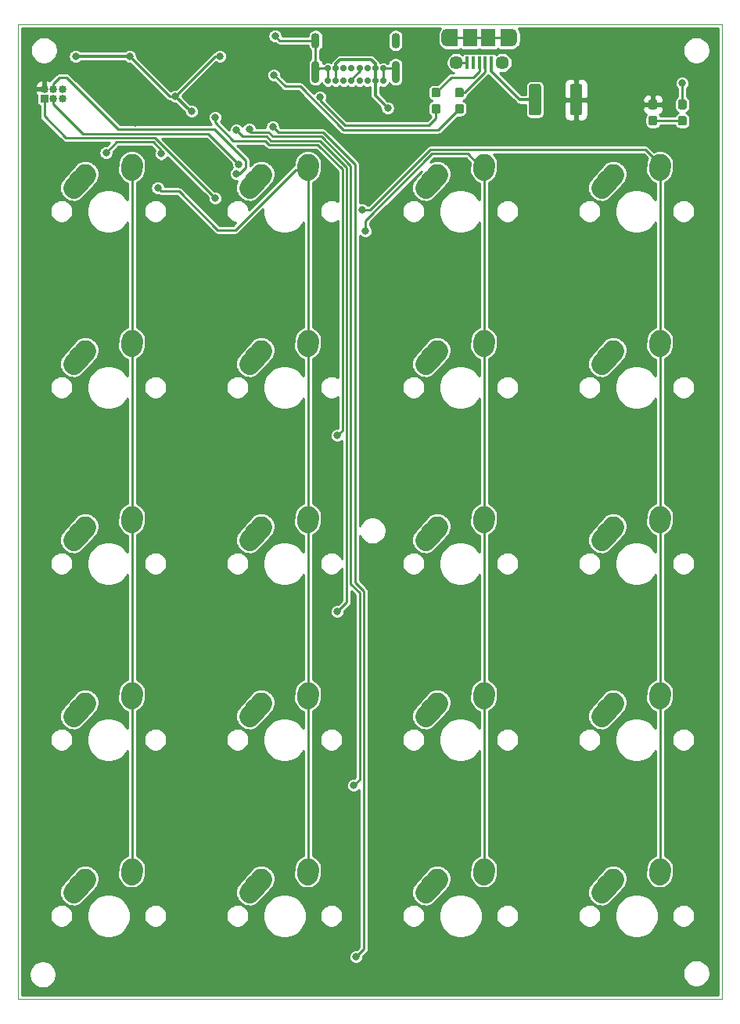
<source format=gtl>
G04 #@! TF.GenerationSoftware,KiCad,Pcbnew,(5.1.2)-2*
G04 #@! TF.CreationDate,2019-06-20T10:34:22-04:00*
G04 #@! TF.ProjectId,macropad,6d616372-6f70-4616-942e-6b696361645f,rev?*
G04 #@! TF.SameCoordinates,Original*
G04 #@! TF.FileFunction,Copper,L1,Top*
G04 #@! TF.FilePolarity,Positive*
%FSLAX46Y46*%
G04 Gerber Fmt 4.6, Leading zero omitted, Abs format (unit mm)*
G04 Created by KiCad (PCBNEW (5.1.2)-2) date 2019-06-20 10:34:22*
%MOMM*%
%LPD*%
G04 APERTURE LIST*
%ADD10C,0.100000*%
%ADD11C,0.950000*%
%ADD12O,0.900000X1.700000*%
%ADD13O,0.900000X2.400000*%
%ADD14C,0.700000*%
%ADD15C,2.250000*%
%ADD16C,2.250000*%
%ADD17R,1.200000X1.900000*%
%ADD18O,1.200000X1.900000*%
%ADD19R,1.500000X1.900000*%
%ADD20C,1.450000*%
%ADD21R,0.400000X1.350000*%
%ADD22O,0.850000X0.850000*%
%ADD23R,0.850000X0.850000*%
%ADD24C,1.300000*%
%ADD25C,0.800000*%
%ADD26C,0.250000*%
%ADD27C,0.300000*%
%ADD28C,0.254000*%
G04 APERTURE END LIST*
D10*
X172720000Y-38100000D02*
X121539000Y-38100000D01*
X172720000Y-143510000D02*
X172720000Y-38100000D01*
X96520000Y-143510000D02*
X172720000Y-143510000D01*
X96520000Y-38100000D02*
X96520000Y-143510000D01*
X121539000Y-38100000D02*
X96520000Y-38100000D01*
G36*
X165487779Y-46226144D02*
G01*
X165510834Y-46229563D01*
X165533443Y-46235227D01*
X165555387Y-46243079D01*
X165576457Y-46253044D01*
X165596448Y-46265026D01*
X165615168Y-46278910D01*
X165632438Y-46294562D01*
X165648090Y-46311832D01*
X165661974Y-46330552D01*
X165673956Y-46350543D01*
X165683921Y-46371613D01*
X165691773Y-46393557D01*
X165697437Y-46416166D01*
X165700856Y-46439221D01*
X165702000Y-46462500D01*
X165702000Y-47037500D01*
X165700856Y-47060779D01*
X165697437Y-47083834D01*
X165691773Y-47106443D01*
X165683921Y-47128387D01*
X165673956Y-47149457D01*
X165661974Y-47169448D01*
X165648090Y-47188168D01*
X165632438Y-47205438D01*
X165615168Y-47221090D01*
X165596448Y-47234974D01*
X165576457Y-47246956D01*
X165555387Y-47256921D01*
X165533443Y-47264773D01*
X165510834Y-47270437D01*
X165487779Y-47273856D01*
X165464500Y-47275000D01*
X164989500Y-47275000D01*
X164966221Y-47273856D01*
X164943166Y-47270437D01*
X164920557Y-47264773D01*
X164898613Y-47256921D01*
X164877543Y-47246956D01*
X164857552Y-47234974D01*
X164838832Y-47221090D01*
X164821562Y-47205438D01*
X164805910Y-47188168D01*
X164792026Y-47169448D01*
X164780044Y-47149457D01*
X164770079Y-47128387D01*
X164762227Y-47106443D01*
X164756563Y-47083834D01*
X164753144Y-47060779D01*
X164752000Y-47037500D01*
X164752000Y-46462500D01*
X164753144Y-46439221D01*
X164756563Y-46416166D01*
X164762227Y-46393557D01*
X164770079Y-46371613D01*
X164780044Y-46350543D01*
X164792026Y-46330552D01*
X164805910Y-46311832D01*
X164821562Y-46294562D01*
X164838832Y-46278910D01*
X164857552Y-46265026D01*
X164877543Y-46253044D01*
X164898613Y-46243079D01*
X164920557Y-46235227D01*
X164943166Y-46229563D01*
X164966221Y-46226144D01*
X164989500Y-46225000D01*
X165464500Y-46225000D01*
X165487779Y-46226144D01*
X165487779Y-46226144D01*
G37*
D11*
X165227000Y-46750000D03*
D10*
G36*
X165487779Y-47976144D02*
G01*
X165510834Y-47979563D01*
X165533443Y-47985227D01*
X165555387Y-47993079D01*
X165576457Y-48003044D01*
X165596448Y-48015026D01*
X165615168Y-48028910D01*
X165632438Y-48044562D01*
X165648090Y-48061832D01*
X165661974Y-48080552D01*
X165673956Y-48100543D01*
X165683921Y-48121613D01*
X165691773Y-48143557D01*
X165697437Y-48166166D01*
X165700856Y-48189221D01*
X165702000Y-48212500D01*
X165702000Y-48787500D01*
X165700856Y-48810779D01*
X165697437Y-48833834D01*
X165691773Y-48856443D01*
X165683921Y-48878387D01*
X165673956Y-48899457D01*
X165661974Y-48919448D01*
X165648090Y-48938168D01*
X165632438Y-48955438D01*
X165615168Y-48971090D01*
X165596448Y-48984974D01*
X165576457Y-48996956D01*
X165555387Y-49006921D01*
X165533443Y-49014773D01*
X165510834Y-49020437D01*
X165487779Y-49023856D01*
X165464500Y-49025000D01*
X164989500Y-49025000D01*
X164966221Y-49023856D01*
X164943166Y-49020437D01*
X164920557Y-49014773D01*
X164898613Y-49006921D01*
X164877543Y-48996956D01*
X164857552Y-48984974D01*
X164838832Y-48971090D01*
X164821562Y-48955438D01*
X164805910Y-48938168D01*
X164792026Y-48919448D01*
X164780044Y-48899457D01*
X164770079Y-48878387D01*
X164762227Y-48856443D01*
X164756563Y-48833834D01*
X164753144Y-48810779D01*
X164752000Y-48787500D01*
X164752000Y-48212500D01*
X164753144Y-48189221D01*
X164756563Y-48166166D01*
X164762227Y-48143557D01*
X164770079Y-48121613D01*
X164780044Y-48100543D01*
X164792026Y-48080552D01*
X164805910Y-48061832D01*
X164821562Y-48044562D01*
X164838832Y-48028910D01*
X164857552Y-48015026D01*
X164877543Y-48003044D01*
X164898613Y-47993079D01*
X164920557Y-47985227D01*
X164943166Y-47979563D01*
X164966221Y-47976144D01*
X164989500Y-47975000D01*
X165464500Y-47975000D01*
X165487779Y-47976144D01*
X165487779Y-47976144D01*
G37*
D11*
X165227000Y-48500000D03*
D12*
X128717000Y-39836000D03*
X137367000Y-39836000D03*
D13*
X128717000Y-43216000D03*
X137367000Y-43216000D03*
D14*
X132617000Y-42846000D03*
X130067000Y-42846000D03*
X130917000Y-42846000D03*
X131767000Y-42846000D03*
X136017000Y-42846000D03*
X134317000Y-42846000D03*
X133467000Y-42846000D03*
X135167000Y-42846000D03*
X130067000Y-44196000D03*
X130917000Y-44196000D03*
X131767000Y-44196000D03*
X132617000Y-44196000D03*
X133467000Y-44196000D03*
X134317000Y-44196000D03*
X135167000Y-44196000D03*
X136017000Y-44196000D03*
D15*
X122849000Y-54293000D03*
X122194001Y-55023000D03*
D16*
X121539000Y-55753000D02*
X122849002Y-54293000D01*
D15*
X127889000Y-53213000D03*
X127869000Y-53503000D03*
D16*
X127849000Y-53793000D02*
X127889000Y-53213000D01*
D15*
X103799000Y-73343000D03*
X103144001Y-74073000D03*
D16*
X102489000Y-74803000D02*
X103799002Y-73343000D01*
D15*
X108839000Y-72263000D03*
X108819000Y-72553000D03*
D16*
X108799000Y-72843000D02*
X108839000Y-72263000D01*
D15*
X160949000Y-130493000D03*
X160294001Y-131223000D03*
D16*
X159639000Y-131953000D02*
X160949002Y-130493000D01*
D15*
X165989000Y-129413000D03*
X165969000Y-129703000D03*
D16*
X165949000Y-129993000D02*
X165989000Y-129413000D01*
D15*
X141899000Y-130493000D03*
X141244001Y-131223000D03*
D16*
X140589000Y-131953000D02*
X141899002Y-130493000D01*
D15*
X146939000Y-129413000D03*
X146919000Y-129703000D03*
D16*
X146899000Y-129993000D02*
X146939000Y-129413000D01*
D15*
X122849000Y-130493000D03*
X122194001Y-131223000D03*
D16*
X121539000Y-131953000D02*
X122849002Y-130493000D01*
D15*
X127889000Y-129413000D03*
X127869000Y-129703000D03*
D16*
X127849000Y-129993000D02*
X127889000Y-129413000D01*
D15*
X103799000Y-130493000D03*
X103144001Y-131223000D03*
D16*
X102489000Y-131953000D02*
X103799002Y-130493000D01*
D15*
X108839000Y-129413000D03*
X108819000Y-129703000D03*
D16*
X108799000Y-129993000D02*
X108839000Y-129413000D01*
D15*
X160949000Y-111443000D03*
X160294001Y-112173000D03*
D16*
X159639000Y-112903000D02*
X160949002Y-111443000D01*
D15*
X165989000Y-110363000D03*
X165969000Y-110653000D03*
D16*
X165949000Y-110943000D02*
X165989000Y-110363000D01*
D15*
X141899000Y-111443000D03*
X141244001Y-112173000D03*
D16*
X140589000Y-112903000D02*
X141899002Y-111443000D01*
D15*
X146939000Y-110363000D03*
X146919000Y-110653000D03*
D16*
X146899000Y-110943000D02*
X146939000Y-110363000D01*
D15*
X122849000Y-111443000D03*
X122194001Y-112173000D03*
D16*
X121539000Y-112903000D02*
X122849002Y-111443000D01*
D15*
X127889000Y-110363000D03*
X127869000Y-110653000D03*
D16*
X127849000Y-110943000D02*
X127889000Y-110363000D01*
D15*
X103799000Y-111443000D03*
X103144001Y-112173000D03*
D16*
X102489000Y-112903000D02*
X103799002Y-111443000D01*
D15*
X108839000Y-110363000D03*
X108819000Y-110653000D03*
D16*
X108799000Y-110943000D02*
X108839000Y-110363000D01*
D15*
X160949000Y-92393000D03*
X160294001Y-93123000D03*
D16*
X159639000Y-93853000D02*
X160949002Y-92393000D01*
D15*
X165989000Y-91313000D03*
X165969000Y-91603000D03*
D16*
X165949000Y-91893000D02*
X165989000Y-91313000D01*
D15*
X141899000Y-92393000D03*
X141244001Y-93123000D03*
D16*
X140589000Y-93853000D02*
X141899002Y-92393000D01*
D15*
X146939000Y-91313000D03*
X146919000Y-91603000D03*
D16*
X146899000Y-91893000D02*
X146939000Y-91313000D01*
D15*
X122849000Y-92393000D03*
X122194001Y-93123000D03*
D16*
X121539000Y-93853000D02*
X122849002Y-92393000D01*
D15*
X127889000Y-91313000D03*
X127869000Y-91603000D03*
D16*
X127849000Y-91893000D02*
X127889000Y-91313000D01*
D15*
X103799000Y-92393000D03*
X103144001Y-93123000D03*
D16*
X102489000Y-93853000D02*
X103799002Y-92393000D01*
D15*
X108839000Y-91313000D03*
X108819000Y-91603000D03*
D16*
X108799000Y-91893000D02*
X108839000Y-91313000D01*
D15*
X160949000Y-73343000D03*
X160294001Y-74073000D03*
D16*
X159639000Y-74803000D02*
X160949002Y-73343000D01*
D15*
X165989000Y-72263000D03*
X165969000Y-72553000D03*
D16*
X165949000Y-72843000D02*
X165989000Y-72263000D01*
D15*
X141899000Y-73343000D03*
X141244001Y-74073000D03*
D16*
X140589000Y-74803000D02*
X141899002Y-73343000D01*
D15*
X146939000Y-72263000D03*
X146919000Y-72553000D03*
D16*
X146899000Y-72843000D02*
X146939000Y-72263000D01*
D15*
X122849000Y-73343000D03*
X122194001Y-74073000D03*
D16*
X121539000Y-74803000D02*
X122849002Y-73343000D01*
D15*
X127889000Y-72263000D03*
X127869000Y-72553000D03*
D16*
X127849000Y-72843000D02*
X127889000Y-72263000D01*
D15*
X160949000Y-54293000D03*
X160294001Y-55023000D03*
D16*
X159639000Y-55753000D02*
X160949002Y-54293000D01*
D15*
X165989000Y-53213000D03*
X165969000Y-53503000D03*
D16*
X165949000Y-53793000D02*
X165989000Y-53213000D01*
D15*
X141899000Y-54293000D03*
X141244001Y-55023000D03*
D16*
X140589000Y-55753000D02*
X141899002Y-54293000D01*
D15*
X146939000Y-53213000D03*
X146919000Y-53503000D03*
D16*
X146899000Y-53793000D02*
X146939000Y-53213000D01*
D15*
X103799000Y-54293000D03*
X103144001Y-55023000D03*
D16*
X102489000Y-55753000D02*
X103799002Y-54293000D01*
D15*
X108839000Y-53213000D03*
X108819000Y-53503000D03*
D16*
X108799000Y-53793000D02*
X108839000Y-53213000D01*
D10*
G36*
X168662779Y-47976144D02*
G01*
X168685834Y-47979563D01*
X168708443Y-47985227D01*
X168730387Y-47993079D01*
X168751457Y-48003044D01*
X168771448Y-48015026D01*
X168790168Y-48028910D01*
X168807438Y-48044562D01*
X168823090Y-48061832D01*
X168836974Y-48080552D01*
X168848956Y-48100543D01*
X168858921Y-48121613D01*
X168866773Y-48143557D01*
X168872437Y-48166166D01*
X168875856Y-48189221D01*
X168877000Y-48212500D01*
X168877000Y-48787500D01*
X168875856Y-48810779D01*
X168872437Y-48833834D01*
X168866773Y-48856443D01*
X168858921Y-48878387D01*
X168848956Y-48899457D01*
X168836974Y-48919448D01*
X168823090Y-48938168D01*
X168807438Y-48955438D01*
X168790168Y-48971090D01*
X168771448Y-48984974D01*
X168751457Y-48996956D01*
X168730387Y-49006921D01*
X168708443Y-49014773D01*
X168685834Y-49020437D01*
X168662779Y-49023856D01*
X168639500Y-49025000D01*
X168164500Y-49025000D01*
X168141221Y-49023856D01*
X168118166Y-49020437D01*
X168095557Y-49014773D01*
X168073613Y-49006921D01*
X168052543Y-48996956D01*
X168032552Y-48984974D01*
X168013832Y-48971090D01*
X167996562Y-48955438D01*
X167980910Y-48938168D01*
X167967026Y-48919448D01*
X167955044Y-48899457D01*
X167945079Y-48878387D01*
X167937227Y-48856443D01*
X167931563Y-48833834D01*
X167928144Y-48810779D01*
X167927000Y-48787500D01*
X167927000Y-48212500D01*
X167928144Y-48189221D01*
X167931563Y-48166166D01*
X167937227Y-48143557D01*
X167945079Y-48121613D01*
X167955044Y-48100543D01*
X167967026Y-48080552D01*
X167980910Y-48061832D01*
X167996562Y-48044562D01*
X168013832Y-48028910D01*
X168032552Y-48015026D01*
X168052543Y-48003044D01*
X168073613Y-47993079D01*
X168095557Y-47985227D01*
X168118166Y-47979563D01*
X168141221Y-47976144D01*
X168164500Y-47975000D01*
X168639500Y-47975000D01*
X168662779Y-47976144D01*
X168662779Y-47976144D01*
G37*
D11*
X168402000Y-48500000D03*
D10*
G36*
X168662779Y-46226144D02*
G01*
X168685834Y-46229563D01*
X168708443Y-46235227D01*
X168730387Y-46243079D01*
X168751457Y-46253044D01*
X168771448Y-46265026D01*
X168790168Y-46278910D01*
X168807438Y-46294562D01*
X168823090Y-46311832D01*
X168836974Y-46330552D01*
X168848956Y-46350543D01*
X168858921Y-46371613D01*
X168866773Y-46393557D01*
X168872437Y-46416166D01*
X168875856Y-46439221D01*
X168877000Y-46462500D01*
X168877000Y-47037500D01*
X168875856Y-47060779D01*
X168872437Y-47083834D01*
X168866773Y-47106443D01*
X168858921Y-47128387D01*
X168848956Y-47149457D01*
X168836974Y-47169448D01*
X168823090Y-47188168D01*
X168807438Y-47205438D01*
X168790168Y-47221090D01*
X168771448Y-47234974D01*
X168751457Y-47246956D01*
X168730387Y-47256921D01*
X168708443Y-47264773D01*
X168685834Y-47270437D01*
X168662779Y-47273856D01*
X168639500Y-47275000D01*
X168164500Y-47275000D01*
X168141221Y-47273856D01*
X168118166Y-47270437D01*
X168095557Y-47264773D01*
X168073613Y-47256921D01*
X168052543Y-47246956D01*
X168032552Y-47234974D01*
X168013832Y-47221090D01*
X167996562Y-47205438D01*
X167980910Y-47188168D01*
X167967026Y-47169448D01*
X167955044Y-47149457D01*
X167945079Y-47128387D01*
X167937227Y-47106443D01*
X167931563Y-47083834D01*
X167928144Y-47060779D01*
X167927000Y-47037500D01*
X167927000Y-46462500D01*
X167928144Y-46439221D01*
X167931563Y-46416166D01*
X167937227Y-46393557D01*
X167945079Y-46371613D01*
X167955044Y-46350543D01*
X167967026Y-46330552D01*
X167980910Y-46311832D01*
X167996562Y-46294562D01*
X168013832Y-46278910D01*
X168032552Y-46265026D01*
X168052543Y-46253044D01*
X168073613Y-46243079D01*
X168095557Y-46235227D01*
X168118166Y-46229563D01*
X168141221Y-46226144D01*
X168164500Y-46225000D01*
X168639500Y-46225000D01*
X168662779Y-46226144D01*
X168662779Y-46226144D01*
G37*
D11*
X168402000Y-46750000D03*
D10*
G36*
X144532779Y-46692144D02*
G01*
X144555834Y-46695563D01*
X144578443Y-46701227D01*
X144600387Y-46709079D01*
X144621457Y-46719044D01*
X144641448Y-46731026D01*
X144660168Y-46744910D01*
X144677438Y-46760562D01*
X144693090Y-46777832D01*
X144706974Y-46796552D01*
X144718956Y-46816543D01*
X144728921Y-46837613D01*
X144736773Y-46859557D01*
X144742437Y-46882166D01*
X144745856Y-46905221D01*
X144747000Y-46928500D01*
X144747000Y-47503500D01*
X144745856Y-47526779D01*
X144742437Y-47549834D01*
X144736773Y-47572443D01*
X144728921Y-47594387D01*
X144718956Y-47615457D01*
X144706974Y-47635448D01*
X144693090Y-47654168D01*
X144677438Y-47671438D01*
X144660168Y-47687090D01*
X144641448Y-47700974D01*
X144621457Y-47712956D01*
X144600387Y-47722921D01*
X144578443Y-47730773D01*
X144555834Y-47736437D01*
X144532779Y-47739856D01*
X144509500Y-47741000D01*
X144034500Y-47741000D01*
X144011221Y-47739856D01*
X143988166Y-47736437D01*
X143965557Y-47730773D01*
X143943613Y-47722921D01*
X143922543Y-47712956D01*
X143902552Y-47700974D01*
X143883832Y-47687090D01*
X143866562Y-47671438D01*
X143850910Y-47654168D01*
X143837026Y-47635448D01*
X143825044Y-47615457D01*
X143815079Y-47594387D01*
X143807227Y-47572443D01*
X143801563Y-47549834D01*
X143798144Y-47526779D01*
X143797000Y-47503500D01*
X143797000Y-46928500D01*
X143798144Y-46905221D01*
X143801563Y-46882166D01*
X143807227Y-46859557D01*
X143815079Y-46837613D01*
X143825044Y-46816543D01*
X143837026Y-46796552D01*
X143850910Y-46777832D01*
X143866562Y-46760562D01*
X143883832Y-46744910D01*
X143902552Y-46731026D01*
X143922543Y-46719044D01*
X143943613Y-46709079D01*
X143965557Y-46701227D01*
X143988166Y-46695563D01*
X144011221Y-46692144D01*
X144034500Y-46691000D01*
X144509500Y-46691000D01*
X144532779Y-46692144D01*
X144532779Y-46692144D01*
G37*
D11*
X144272000Y-47216000D03*
D10*
G36*
X144532779Y-44942144D02*
G01*
X144555834Y-44945563D01*
X144578443Y-44951227D01*
X144600387Y-44959079D01*
X144621457Y-44969044D01*
X144641448Y-44981026D01*
X144660168Y-44994910D01*
X144677438Y-45010562D01*
X144693090Y-45027832D01*
X144706974Y-45046552D01*
X144718956Y-45066543D01*
X144728921Y-45087613D01*
X144736773Y-45109557D01*
X144742437Y-45132166D01*
X144745856Y-45155221D01*
X144747000Y-45178500D01*
X144747000Y-45753500D01*
X144745856Y-45776779D01*
X144742437Y-45799834D01*
X144736773Y-45822443D01*
X144728921Y-45844387D01*
X144718956Y-45865457D01*
X144706974Y-45885448D01*
X144693090Y-45904168D01*
X144677438Y-45921438D01*
X144660168Y-45937090D01*
X144641448Y-45950974D01*
X144621457Y-45962956D01*
X144600387Y-45972921D01*
X144578443Y-45980773D01*
X144555834Y-45986437D01*
X144532779Y-45989856D01*
X144509500Y-45991000D01*
X144034500Y-45991000D01*
X144011221Y-45989856D01*
X143988166Y-45986437D01*
X143965557Y-45980773D01*
X143943613Y-45972921D01*
X143922543Y-45962956D01*
X143902552Y-45950974D01*
X143883832Y-45937090D01*
X143866562Y-45921438D01*
X143850910Y-45904168D01*
X143837026Y-45885448D01*
X143825044Y-45865457D01*
X143815079Y-45844387D01*
X143807227Y-45822443D01*
X143801563Y-45799834D01*
X143798144Y-45776779D01*
X143797000Y-45753500D01*
X143797000Y-45178500D01*
X143798144Y-45155221D01*
X143801563Y-45132166D01*
X143807227Y-45109557D01*
X143815079Y-45087613D01*
X143825044Y-45066543D01*
X143837026Y-45046552D01*
X143850910Y-45027832D01*
X143866562Y-45010562D01*
X143883832Y-44994910D01*
X143902552Y-44981026D01*
X143922543Y-44969044D01*
X143943613Y-44959079D01*
X143965557Y-44951227D01*
X143988166Y-44945563D01*
X144011221Y-44942144D01*
X144034500Y-44941000D01*
X144509500Y-44941000D01*
X144532779Y-44942144D01*
X144532779Y-44942144D01*
G37*
D11*
X144272000Y-45466000D03*
D10*
G36*
X141992779Y-46692144D02*
G01*
X142015834Y-46695563D01*
X142038443Y-46701227D01*
X142060387Y-46709079D01*
X142081457Y-46719044D01*
X142101448Y-46731026D01*
X142120168Y-46744910D01*
X142137438Y-46760562D01*
X142153090Y-46777832D01*
X142166974Y-46796552D01*
X142178956Y-46816543D01*
X142188921Y-46837613D01*
X142196773Y-46859557D01*
X142202437Y-46882166D01*
X142205856Y-46905221D01*
X142207000Y-46928500D01*
X142207000Y-47503500D01*
X142205856Y-47526779D01*
X142202437Y-47549834D01*
X142196773Y-47572443D01*
X142188921Y-47594387D01*
X142178956Y-47615457D01*
X142166974Y-47635448D01*
X142153090Y-47654168D01*
X142137438Y-47671438D01*
X142120168Y-47687090D01*
X142101448Y-47700974D01*
X142081457Y-47712956D01*
X142060387Y-47722921D01*
X142038443Y-47730773D01*
X142015834Y-47736437D01*
X141992779Y-47739856D01*
X141969500Y-47741000D01*
X141494500Y-47741000D01*
X141471221Y-47739856D01*
X141448166Y-47736437D01*
X141425557Y-47730773D01*
X141403613Y-47722921D01*
X141382543Y-47712956D01*
X141362552Y-47700974D01*
X141343832Y-47687090D01*
X141326562Y-47671438D01*
X141310910Y-47654168D01*
X141297026Y-47635448D01*
X141285044Y-47615457D01*
X141275079Y-47594387D01*
X141267227Y-47572443D01*
X141261563Y-47549834D01*
X141258144Y-47526779D01*
X141257000Y-47503500D01*
X141257000Y-46928500D01*
X141258144Y-46905221D01*
X141261563Y-46882166D01*
X141267227Y-46859557D01*
X141275079Y-46837613D01*
X141285044Y-46816543D01*
X141297026Y-46796552D01*
X141310910Y-46777832D01*
X141326562Y-46760562D01*
X141343832Y-46744910D01*
X141362552Y-46731026D01*
X141382543Y-46719044D01*
X141403613Y-46709079D01*
X141425557Y-46701227D01*
X141448166Y-46695563D01*
X141471221Y-46692144D01*
X141494500Y-46691000D01*
X141969500Y-46691000D01*
X141992779Y-46692144D01*
X141992779Y-46692144D01*
G37*
D11*
X141732000Y-47216000D03*
D10*
G36*
X141992779Y-44942144D02*
G01*
X142015834Y-44945563D01*
X142038443Y-44951227D01*
X142060387Y-44959079D01*
X142081457Y-44969044D01*
X142101448Y-44981026D01*
X142120168Y-44994910D01*
X142137438Y-45010562D01*
X142153090Y-45027832D01*
X142166974Y-45046552D01*
X142178956Y-45066543D01*
X142188921Y-45087613D01*
X142196773Y-45109557D01*
X142202437Y-45132166D01*
X142205856Y-45155221D01*
X142207000Y-45178500D01*
X142207000Y-45753500D01*
X142205856Y-45776779D01*
X142202437Y-45799834D01*
X142196773Y-45822443D01*
X142188921Y-45844387D01*
X142178956Y-45865457D01*
X142166974Y-45885448D01*
X142153090Y-45904168D01*
X142137438Y-45921438D01*
X142120168Y-45937090D01*
X142101448Y-45950974D01*
X142081457Y-45962956D01*
X142060387Y-45972921D01*
X142038443Y-45980773D01*
X142015834Y-45986437D01*
X141992779Y-45989856D01*
X141969500Y-45991000D01*
X141494500Y-45991000D01*
X141471221Y-45989856D01*
X141448166Y-45986437D01*
X141425557Y-45980773D01*
X141403613Y-45972921D01*
X141382543Y-45962956D01*
X141362552Y-45950974D01*
X141343832Y-45937090D01*
X141326562Y-45921438D01*
X141310910Y-45904168D01*
X141297026Y-45885448D01*
X141285044Y-45865457D01*
X141275079Y-45844387D01*
X141267227Y-45822443D01*
X141261563Y-45799834D01*
X141258144Y-45776779D01*
X141257000Y-45753500D01*
X141257000Y-45178500D01*
X141258144Y-45155221D01*
X141261563Y-45132166D01*
X141267227Y-45109557D01*
X141275079Y-45087613D01*
X141285044Y-45066543D01*
X141297026Y-45046552D01*
X141310910Y-45027832D01*
X141326562Y-45010562D01*
X141343832Y-44994910D01*
X141362552Y-44981026D01*
X141382543Y-44969044D01*
X141403613Y-44959079D01*
X141425557Y-44951227D01*
X141448166Y-44945563D01*
X141471221Y-44942144D01*
X141494500Y-44941000D01*
X141969500Y-44941000D01*
X141992779Y-44942144D01*
X141992779Y-44942144D01*
G37*
D11*
X141732000Y-45466000D03*
D17*
X149331000Y-39529500D03*
X143531000Y-39529500D03*
D18*
X142931000Y-39529500D03*
X149931000Y-39529500D03*
D19*
X147431000Y-39529500D03*
D20*
X143931000Y-42229500D03*
D21*
X146431000Y-42229500D03*
X145781000Y-42229500D03*
X145131000Y-42229500D03*
X147731000Y-42229500D03*
X147081000Y-42229500D03*
D20*
X148931000Y-42229500D03*
D19*
X145431000Y-39529500D03*
D22*
X101346000Y-45085000D03*
X101346000Y-46085000D03*
X100346000Y-45085000D03*
X100346000Y-46085000D03*
X99346000Y-45085000D03*
D23*
X99346000Y-46085000D03*
D10*
G36*
X152885504Y-44529204D02*
G01*
X152909773Y-44532804D01*
X152933571Y-44538765D01*
X152956671Y-44547030D01*
X152978849Y-44557520D01*
X152999893Y-44570133D01*
X153019598Y-44584747D01*
X153037777Y-44601223D01*
X153054253Y-44619402D01*
X153068867Y-44639107D01*
X153081480Y-44660151D01*
X153091970Y-44682329D01*
X153100235Y-44705429D01*
X153106196Y-44729227D01*
X153109796Y-44753496D01*
X153111000Y-44778000D01*
X153111000Y-47678000D01*
X153109796Y-47702504D01*
X153106196Y-47726773D01*
X153100235Y-47750571D01*
X153091970Y-47773671D01*
X153081480Y-47795849D01*
X153068867Y-47816893D01*
X153054253Y-47836598D01*
X153037777Y-47854777D01*
X153019598Y-47871253D01*
X152999893Y-47885867D01*
X152978849Y-47898480D01*
X152956671Y-47908970D01*
X152933571Y-47917235D01*
X152909773Y-47923196D01*
X152885504Y-47926796D01*
X152861000Y-47928000D01*
X152061000Y-47928000D01*
X152036496Y-47926796D01*
X152012227Y-47923196D01*
X151988429Y-47917235D01*
X151965329Y-47908970D01*
X151943151Y-47898480D01*
X151922107Y-47885867D01*
X151902402Y-47871253D01*
X151884223Y-47854777D01*
X151867747Y-47836598D01*
X151853133Y-47816893D01*
X151840520Y-47795849D01*
X151830030Y-47773671D01*
X151821765Y-47750571D01*
X151815804Y-47726773D01*
X151812204Y-47702504D01*
X151811000Y-47678000D01*
X151811000Y-44778000D01*
X151812204Y-44753496D01*
X151815804Y-44729227D01*
X151821765Y-44705429D01*
X151830030Y-44682329D01*
X151840520Y-44660151D01*
X151853133Y-44639107D01*
X151867747Y-44619402D01*
X151884223Y-44601223D01*
X151902402Y-44584747D01*
X151922107Y-44570133D01*
X151943151Y-44557520D01*
X151965329Y-44547030D01*
X151988429Y-44538765D01*
X152012227Y-44532804D01*
X152036496Y-44529204D01*
X152061000Y-44528000D01*
X152861000Y-44528000D01*
X152885504Y-44529204D01*
X152885504Y-44529204D01*
G37*
D24*
X152461000Y-46228000D03*
D10*
G36*
X157335504Y-44529204D02*
G01*
X157359773Y-44532804D01*
X157383571Y-44538765D01*
X157406671Y-44547030D01*
X157428849Y-44557520D01*
X157449893Y-44570133D01*
X157469598Y-44584747D01*
X157487777Y-44601223D01*
X157504253Y-44619402D01*
X157518867Y-44639107D01*
X157531480Y-44660151D01*
X157541970Y-44682329D01*
X157550235Y-44705429D01*
X157556196Y-44729227D01*
X157559796Y-44753496D01*
X157561000Y-44778000D01*
X157561000Y-47678000D01*
X157559796Y-47702504D01*
X157556196Y-47726773D01*
X157550235Y-47750571D01*
X157541970Y-47773671D01*
X157531480Y-47795849D01*
X157518867Y-47816893D01*
X157504253Y-47836598D01*
X157487777Y-47854777D01*
X157469598Y-47871253D01*
X157449893Y-47885867D01*
X157428849Y-47898480D01*
X157406671Y-47908970D01*
X157383571Y-47917235D01*
X157359773Y-47923196D01*
X157335504Y-47926796D01*
X157311000Y-47928000D01*
X156511000Y-47928000D01*
X156486496Y-47926796D01*
X156462227Y-47923196D01*
X156438429Y-47917235D01*
X156415329Y-47908970D01*
X156393151Y-47898480D01*
X156372107Y-47885867D01*
X156352402Y-47871253D01*
X156334223Y-47854777D01*
X156317747Y-47836598D01*
X156303133Y-47816893D01*
X156290520Y-47795849D01*
X156280030Y-47773671D01*
X156271765Y-47750571D01*
X156265804Y-47726773D01*
X156262204Y-47702504D01*
X156261000Y-47678000D01*
X156261000Y-44778000D01*
X156262204Y-44753496D01*
X156265804Y-44729227D01*
X156271765Y-44705429D01*
X156280030Y-44682329D01*
X156290520Y-44660151D01*
X156303133Y-44639107D01*
X156317747Y-44619402D01*
X156334223Y-44601223D01*
X156352402Y-44584747D01*
X156372107Y-44570133D01*
X156393151Y-44557520D01*
X156415329Y-44547030D01*
X156438429Y-44538765D01*
X156462227Y-44532804D01*
X156486496Y-44529204D01*
X156511000Y-44528000D01*
X157311000Y-44528000D01*
X157335504Y-44529204D01*
X157335504Y-44529204D01*
G37*
D24*
X156911000Y-46228000D03*
D25*
X106045000Y-51943000D03*
X124333000Y-39370000D03*
X124333000Y-39370000D03*
X118364000Y-41529000D03*
X108585000Y-41529000D03*
X113538000Y-45847000D03*
X115316000Y-47498000D03*
X168402000Y-44450000D03*
X112009347Y-52074653D03*
X102743000Y-41529000D03*
X109982000Y-47117000D03*
X146177000Y-49276000D03*
X110998000Y-61976000D03*
X116332000Y-47117000D03*
X117856000Y-48133000D03*
X131064000Y-82550000D03*
X120142000Y-49530000D03*
X131064000Y-101600000D03*
X121539000Y-49403000D03*
X132842000Y-120396000D03*
X124079000Y-49149000D03*
X133096000Y-138938000D03*
X136525000Y-47117000D03*
X120142000Y-54229000D03*
X120396000Y-53213000D03*
X117856000Y-56896000D03*
X129198310Y-45934690D03*
X124206000Y-43561000D03*
X111633000Y-55753000D03*
X134112000Y-60452000D03*
X133731000Y-58166000D03*
D26*
X144639000Y-39530000D02*
X143439000Y-39530000D01*
X128717000Y-41766000D02*
X128717000Y-39836000D01*
X128717000Y-43216000D02*
X128717000Y-41766000D01*
X130067000Y-44196000D02*
X130067000Y-42846000D01*
X129087000Y-42846000D02*
X128717000Y-43216000D01*
X130067000Y-42846000D02*
X129087000Y-42846000D01*
X136017000Y-44196000D02*
X136017000Y-42846000D01*
X136997000Y-42846000D02*
X137367000Y-43216000D01*
X136017000Y-42846000D02*
X136997000Y-42846000D01*
X145131000Y-42229500D02*
X143931000Y-42229500D01*
X124799000Y-39836000D02*
X128717000Y-39836000D01*
X124333000Y-39370000D02*
X124799000Y-39836000D01*
X145431000Y-39529500D02*
X147431000Y-39529500D01*
X147431000Y-39529500D02*
X149331000Y-39529500D01*
X112903000Y-45847000D02*
X108585000Y-41529000D01*
X113538000Y-45847000D02*
X112903000Y-45847000D01*
X117856000Y-41529000D02*
X118364000Y-41529000D01*
X113538000Y-45847000D02*
X117856000Y-41529000D01*
D27*
X115189000Y-47498000D02*
X113538000Y-45847000D01*
X115316000Y-47498000D02*
X115189000Y-47498000D01*
D26*
X168402000Y-46750000D02*
X168402000Y-44450000D01*
X112009347Y-51685757D02*
X112009347Y-52074653D01*
X111134610Y-50811020D02*
X112009347Y-51685757D01*
X106045000Y-51943000D02*
X107176980Y-50811020D01*
X107176980Y-50811020D02*
X111134610Y-50811020D01*
D27*
X102743000Y-41529000D02*
X108585000Y-41529000D01*
D26*
X109582001Y-48532999D02*
X109104020Y-49010980D01*
X109982000Y-47117000D02*
X109582001Y-47516999D01*
X109582001Y-47516999D02*
X109582001Y-48532999D01*
X104013000Y-43571716D02*
X104399358Y-43185358D01*
X104277716Y-40767000D02*
X104399358Y-40645358D01*
X103378000Y-40767000D02*
X104277716Y-40767000D01*
X131629990Y-81984010D02*
X131064000Y-82550000D01*
X117856000Y-48698685D02*
X119830315Y-50673000D01*
X117856000Y-48133000D02*
X117856000Y-48698685D01*
X119830315Y-50673000D02*
X123257178Y-50673000D01*
X123257178Y-50673000D02*
X123706483Y-51122305D01*
X131629990Y-53778990D02*
X131629990Y-81984010D01*
X123706483Y-51122305D02*
X128973305Y-51122305D01*
X128973305Y-51122305D02*
X131629990Y-53778990D01*
X120834990Y-50222990D02*
X120142000Y-49530000D01*
X132080001Y-100583999D02*
X132080000Y-98807410D01*
X132080000Y-98807410D02*
X132080000Y-53592590D01*
X131064000Y-101600000D02*
X132080001Y-100583999D01*
X132080000Y-53592590D02*
X129159706Y-50672296D01*
X129159706Y-50672296D02*
X123892883Y-50672295D01*
X123443578Y-50222990D02*
X120834990Y-50222990D01*
X123892883Y-50672295D02*
X123443578Y-50222990D01*
X133477000Y-119761000D02*
X132842000Y-120396000D01*
X132530010Y-53406190D02*
X132530010Y-98621010D01*
X132530010Y-98621010D02*
X133477000Y-99568000D01*
X121539000Y-49403000D02*
X121539000Y-49530000D01*
X121539000Y-49530000D02*
X121781980Y-49772980D01*
X121781980Y-49772980D02*
X123629978Y-49772980D01*
X133477000Y-99568000D02*
X133477000Y-119761000D01*
X123629978Y-49772980D02*
X124079284Y-50222286D01*
X124079284Y-50222286D02*
X129346106Y-50222286D01*
X129346106Y-50222286D02*
X132530010Y-53406190D01*
X133927010Y-138106990D02*
X133096000Y-138938000D01*
X124079000Y-49149000D02*
X124702276Y-49772276D01*
X124702276Y-49772276D02*
X129532506Y-49772276D01*
X129532506Y-49772276D02*
X132980020Y-53219790D01*
X132980020Y-53219790D02*
X132980020Y-98434610D01*
X132980020Y-98434610D02*
X133927010Y-99381600D01*
X133927010Y-99381600D02*
X133927010Y-138106990D01*
X165227000Y-48500000D02*
X168402000Y-48500000D01*
X135250000Y-44279000D02*
X135167000Y-44196000D01*
X130917000Y-44196000D02*
X130917000Y-42846000D01*
D27*
X135167000Y-45759000D02*
X135167000Y-44196000D01*
X136525000Y-47117000D02*
X135167000Y-45759000D01*
X135167000Y-44196000D02*
X135167000Y-42846000D01*
X135167000Y-42351026D02*
X134725974Y-41910000D01*
X135167000Y-42846000D02*
X135167000Y-42351026D01*
X130917000Y-42351026D02*
X130917000Y-42846000D01*
X131358026Y-41910000D02*
X130917000Y-42351026D01*
X131358026Y-41910000D02*
X134725974Y-41910000D01*
D26*
X147731000Y-42704500D02*
X147731000Y-42229500D01*
X151711000Y-46228000D02*
X152461000Y-46228000D01*
D27*
X150804500Y-46228000D02*
X151711000Y-46228000D01*
X147731000Y-43154500D02*
X150804500Y-46228000D01*
X147731000Y-42229500D02*
X147731000Y-43154500D01*
D26*
X120453002Y-54229000D02*
X120142000Y-54229000D01*
X121121001Y-53561001D02*
X120453002Y-54229000D01*
X117786990Y-49460990D02*
X121121001Y-52795001D01*
X121121001Y-52795001D02*
X121121001Y-53561001D01*
X108908010Y-49460990D02*
X107372990Y-49460990D01*
X108908010Y-49460990D02*
X117786990Y-49460990D01*
X107372990Y-49460990D02*
X101727000Y-43815000D01*
X100346000Y-44483960D02*
X100346000Y-45085000D01*
X101014960Y-43815000D02*
X100346000Y-44483960D01*
X101727000Y-43815000D02*
X101014960Y-43815000D01*
X117094000Y-49911000D02*
X120396000Y-53213000D01*
D28*
X103568960Y-49909000D02*
X104140000Y-49909000D01*
X100346000Y-46085000D02*
X100346000Y-46686040D01*
X104140000Y-49909000D02*
X106165762Y-49909000D01*
D26*
X103570960Y-49911000D02*
X103220480Y-49560520D01*
X117094000Y-49911000D02*
X103570960Y-49911000D01*
D28*
X100346000Y-46686040D02*
X103220480Y-49560520D01*
X103220480Y-49560520D02*
X103568960Y-49909000D01*
D26*
X101685560Y-50361010D02*
X111321010Y-50361010D01*
X111321010Y-50361010D02*
X117856000Y-56896000D01*
D28*
X101684732Y-50363010D02*
X104197990Y-50363010D01*
X99346000Y-46085000D02*
X99346000Y-48024278D01*
X99346000Y-48024278D02*
X101684732Y-50363010D01*
D26*
X133467000Y-43196998D02*
X133467000Y-42846000D01*
X132617000Y-44046998D02*
X133467000Y-43196998D01*
X132617000Y-44196000D02*
X132617000Y-44046998D01*
X146431000Y-43154500D02*
X145770500Y-43815000D01*
X146431000Y-42229500D02*
X146431000Y-43154500D01*
X143383000Y-43815000D02*
X141732000Y-45466000D01*
X145770500Y-43815000D02*
X143383000Y-43815000D01*
X147081000Y-43154500D02*
X147081000Y-42229500D01*
X147081000Y-43232000D02*
X147081000Y-43154500D01*
X144847000Y-45466000D02*
X147081000Y-43232000D01*
X144272000Y-45466000D02*
X144847000Y-45466000D01*
X141732000Y-48260000D02*
X141732000Y-47216000D01*
X140970000Y-49022000D02*
X141732000Y-48260000D01*
X131896725Y-49022000D02*
X140970000Y-49022000D01*
X129198310Y-45934690D02*
X129198310Y-46323585D01*
X129198310Y-46323585D02*
X131896725Y-49022000D01*
X142015991Y-49472009D02*
X144272000Y-47216000D01*
X131710324Y-49472009D02*
X142015991Y-49472009D01*
X127034657Y-44796343D02*
X131710324Y-49472009D01*
X124206000Y-43561000D02*
X125441343Y-44796343D01*
X125441343Y-44796343D02*
X127034657Y-44796343D01*
X108839000Y-53753000D02*
X108799000Y-53793000D01*
X108839000Y-53833000D02*
X108839000Y-72263000D01*
X108799000Y-53793000D02*
X108839000Y-53833000D01*
X108839000Y-72883000D02*
X108839000Y-91313000D01*
X108799000Y-72843000D02*
X108839000Y-72883000D01*
X108839000Y-91933000D02*
X108839000Y-110363000D01*
X108799000Y-91893000D02*
X108839000Y-91933000D01*
X108839000Y-129953000D02*
X108799000Y-129993000D01*
X108839000Y-110983000D02*
X108839000Y-129953000D01*
X108799000Y-110943000D02*
X108839000Y-110983000D01*
X127889000Y-129953000D02*
X127889000Y-110363000D01*
X127849000Y-129993000D02*
X127889000Y-129953000D01*
X127889000Y-110903000D02*
X127889000Y-91313000D01*
X127849000Y-110943000D02*
X127889000Y-110903000D01*
X127889000Y-91853000D02*
X127889000Y-72263000D01*
X127849000Y-91893000D02*
X127889000Y-91853000D01*
X127889000Y-53833000D02*
X127849000Y-53793000D01*
X127889000Y-72803000D02*
X127889000Y-53833000D01*
X127849000Y-72843000D02*
X127889000Y-72803000D01*
X112032999Y-56152999D02*
X113937999Y-56152999D01*
X111633000Y-55753000D02*
X112032999Y-56152999D01*
X113937999Y-56152999D02*
X118110000Y-60325000D01*
X126545002Y-53793000D02*
X127849000Y-53793000D01*
X120013002Y-60325000D02*
X126545002Y-53793000D01*
X118110000Y-60325000D02*
X120013002Y-60325000D01*
X146939000Y-72803000D02*
X146899000Y-72843000D01*
X146939000Y-53833000D02*
X146939000Y-72803000D01*
X146899000Y-53793000D02*
X146939000Y-53833000D01*
X146939000Y-72883000D02*
X146939000Y-91313000D01*
X146899000Y-72843000D02*
X146939000Y-72883000D01*
X146939000Y-91313000D02*
X146939000Y-110363000D01*
X146939000Y-129953000D02*
X146899000Y-129993000D01*
X146939000Y-110363000D02*
X146939000Y-129953000D01*
X145194001Y-52088001D02*
X146899000Y-53793000D01*
X141332999Y-52088001D02*
X145194001Y-52088001D01*
X134112000Y-59309000D02*
X141332999Y-52088001D01*
X134112000Y-60452000D02*
X134112000Y-59309000D01*
X165989000Y-129953000D02*
X165989000Y-110363000D01*
X165949000Y-129993000D02*
X165989000Y-129953000D01*
X165989000Y-110903000D02*
X165989000Y-91313000D01*
X165949000Y-110943000D02*
X165989000Y-110903000D01*
X165989000Y-72883000D02*
X165949000Y-72843000D01*
X165989000Y-91853000D02*
X165989000Y-72883000D01*
X165949000Y-91893000D02*
X165989000Y-91853000D01*
X165989000Y-53833000D02*
X165949000Y-53793000D01*
X165989000Y-72803000D02*
X165989000Y-53833000D01*
X165949000Y-72843000D02*
X165989000Y-72803000D01*
X134618590Y-58166000D02*
X141146599Y-51637991D01*
X133731000Y-58166000D02*
X134618590Y-58166000D01*
X165949000Y-53173000D02*
X165949000Y-53793000D01*
X164413991Y-51637991D02*
X165949000Y-53173000D01*
X141146599Y-51637991D02*
X164413991Y-51637991D01*
D28*
G36*
X142111383Y-38631849D02*
G01*
X142020290Y-38802271D01*
X141964195Y-38987190D01*
X141950000Y-39131313D01*
X141950000Y-39927686D01*
X141964195Y-40071809D01*
X142020289Y-40256728D01*
X142111382Y-40427151D01*
X142233972Y-40576528D01*
X142383349Y-40699118D01*
X142553771Y-40790211D01*
X142738690Y-40846305D01*
X142931000Y-40865246D01*
X142960474Y-40862343D01*
X144131000Y-40862343D01*
X144205689Y-40854987D01*
X144277508Y-40833201D01*
X144343696Y-40797822D01*
X144401711Y-40750211D01*
X144406000Y-40744985D01*
X144410289Y-40750211D01*
X144468304Y-40797822D01*
X144534492Y-40833201D01*
X144606311Y-40854987D01*
X144681000Y-40862343D01*
X146181000Y-40862343D01*
X146255689Y-40854987D01*
X146327508Y-40833201D01*
X146393696Y-40797822D01*
X146431000Y-40767208D01*
X146468304Y-40797822D01*
X146534492Y-40833201D01*
X146606311Y-40854987D01*
X146681000Y-40862343D01*
X148181000Y-40862343D01*
X148255689Y-40854987D01*
X148327508Y-40833201D01*
X148393696Y-40797822D01*
X148451711Y-40750211D01*
X148456000Y-40744985D01*
X148460289Y-40750211D01*
X148518304Y-40797822D01*
X148584492Y-40833201D01*
X148656311Y-40854987D01*
X148731000Y-40862343D01*
X149901526Y-40862343D01*
X149931000Y-40865246D01*
X150123310Y-40846305D01*
X150308229Y-40790211D01*
X150386949Y-40748134D01*
X168445000Y-40748134D01*
X168445000Y-41039866D01*
X168501914Y-41325992D01*
X168613555Y-41595517D01*
X168775632Y-41838083D01*
X168981917Y-42044368D01*
X169224483Y-42206445D01*
X169494008Y-42318086D01*
X169780134Y-42375000D01*
X170071866Y-42375000D01*
X170357992Y-42318086D01*
X170627517Y-42206445D01*
X170870083Y-42044368D01*
X171076368Y-41838083D01*
X171238445Y-41595517D01*
X171350086Y-41325992D01*
X171407000Y-41039866D01*
X171407000Y-40748134D01*
X171350086Y-40462008D01*
X171238445Y-40192483D01*
X171076368Y-39949917D01*
X170870083Y-39743632D01*
X170627517Y-39581555D01*
X170357992Y-39469914D01*
X170071866Y-39413000D01*
X169780134Y-39413000D01*
X169494008Y-39469914D01*
X169224483Y-39581555D01*
X168981917Y-39743632D01*
X168775632Y-39949917D01*
X168613555Y-40192483D01*
X168501914Y-40462008D01*
X168445000Y-40748134D01*
X150386949Y-40748134D01*
X150478651Y-40699118D01*
X150628028Y-40576528D01*
X150750618Y-40427151D01*
X150841711Y-40256729D01*
X150897805Y-40071809D01*
X150912000Y-39927686D01*
X150912000Y-39131313D01*
X150897805Y-38987190D01*
X150841711Y-38802271D01*
X150750618Y-38631849D01*
X150667854Y-38531000D01*
X172289001Y-38531000D01*
X172289000Y-143079000D01*
X96951000Y-143079000D01*
X96951000Y-140697134D01*
X97706000Y-140697134D01*
X97706000Y-140988866D01*
X97762914Y-141274992D01*
X97874555Y-141544517D01*
X98036632Y-141787083D01*
X98242917Y-141993368D01*
X98485483Y-142155445D01*
X98755008Y-142267086D01*
X99041134Y-142324000D01*
X99332866Y-142324000D01*
X99618992Y-142267086D01*
X99888517Y-142155445D01*
X100131083Y-141993368D01*
X100337368Y-141787083D01*
X100499445Y-141544517D01*
X100611086Y-141274992D01*
X100668000Y-140988866D01*
X100668000Y-140697134D01*
X100642739Y-140570134D01*
X168445000Y-140570134D01*
X168445000Y-140861866D01*
X168501914Y-141147992D01*
X168613555Y-141417517D01*
X168775632Y-141660083D01*
X168981917Y-141866368D01*
X169224483Y-142028445D01*
X169494008Y-142140086D01*
X169780134Y-142197000D01*
X170071866Y-142197000D01*
X170357992Y-142140086D01*
X170627517Y-142028445D01*
X170870083Y-141866368D01*
X171076368Y-141660083D01*
X171238445Y-141417517D01*
X171350086Y-141147992D01*
X171407000Y-140861866D01*
X171407000Y-140570134D01*
X171350086Y-140284008D01*
X171238445Y-140014483D01*
X171076368Y-139771917D01*
X170870083Y-139565632D01*
X170627517Y-139403555D01*
X170357992Y-139291914D01*
X170071866Y-139235000D01*
X169780134Y-139235000D01*
X169494008Y-139291914D01*
X169224483Y-139403555D01*
X168981917Y-139565632D01*
X168775632Y-139771917D01*
X168613555Y-140014483D01*
X168501914Y-140284008D01*
X168445000Y-140570134D01*
X100642739Y-140570134D01*
X100611086Y-140411008D01*
X100499445Y-140141483D01*
X100337368Y-139898917D01*
X100131083Y-139692632D01*
X99888517Y-139530555D01*
X99618992Y-139418914D01*
X99332866Y-139362000D01*
X99041134Y-139362000D01*
X98755008Y-139418914D01*
X98485483Y-139530555D01*
X98242917Y-139692632D01*
X98036632Y-139898917D01*
X97874555Y-140141483D01*
X97762914Y-140411008D01*
X97706000Y-140697134D01*
X96951000Y-140697134D01*
X96951000Y-134369295D01*
X99963000Y-134369295D01*
X99963000Y-134616705D01*
X100011268Y-134859362D01*
X100105947Y-135087939D01*
X100243401Y-135293653D01*
X100418347Y-135468599D01*
X100624061Y-135606053D01*
X100852638Y-135700732D01*
X101095295Y-135749000D01*
X101342705Y-135749000D01*
X101585362Y-135700732D01*
X101813939Y-135606053D01*
X102019653Y-135468599D01*
X102194599Y-135293653D01*
X102332053Y-135087939D01*
X102426732Y-134859362D01*
X102475000Y-134616705D01*
X102475000Y-134369295D01*
X102453080Y-134259093D01*
X103924100Y-134259093D01*
X103924100Y-134726907D01*
X104015366Y-135185733D01*
X104194391Y-135617937D01*
X104454295Y-136006910D01*
X104785090Y-136337705D01*
X105174063Y-136597609D01*
X105606267Y-136776634D01*
X106065093Y-136867900D01*
X106532907Y-136867900D01*
X106991733Y-136776634D01*
X107423937Y-136597609D01*
X107812910Y-136337705D01*
X108143705Y-136006910D01*
X108403609Y-135617937D01*
X108582634Y-135185733D01*
X108673900Y-134726907D01*
X108673900Y-134369295D01*
X110123000Y-134369295D01*
X110123000Y-134616705D01*
X110171268Y-134859362D01*
X110265947Y-135087939D01*
X110403401Y-135293653D01*
X110578347Y-135468599D01*
X110784061Y-135606053D01*
X111012638Y-135700732D01*
X111255295Y-135749000D01*
X111502705Y-135749000D01*
X111745362Y-135700732D01*
X111973939Y-135606053D01*
X112179653Y-135468599D01*
X112354599Y-135293653D01*
X112492053Y-135087939D01*
X112586732Y-134859362D01*
X112635000Y-134616705D01*
X112635000Y-134369295D01*
X119013000Y-134369295D01*
X119013000Y-134616705D01*
X119061268Y-134859362D01*
X119155947Y-135087939D01*
X119293401Y-135293653D01*
X119468347Y-135468599D01*
X119674061Y-135606053D01*
X119902638Y-135700732D01*
X120145295Y-135749000D01*
X120392705Y-135749000D01*
X120635362Y-135700732D01*
X120863939Y-135606053D01*
X121069653Y-135468599D01*
X121244599Y-135293653D01*
X121382053Y-135087939D01*
X121476732Y-134859362D01*
X121525000Y-134616705D01*
X121525000Y-134369295D01*
X121503080Y-134259093D01*
X122974100Y-134259093D01*
X122974100Y-134726907D01*
X123065366Y-135185733D01*
X123244391Y-135617937D01*
X123504295Y-136006910D01*
X123835090Y-136337705D01*
X124224063Y-136597609D01*
X124656267Y-136776634D01*
X125115093Y-136867900D01*
X125582907Y-136867900D01*
X126041733Y-136776634D01*
X126473937Y-136597609D01*
X126862910Y-136337705D01*
X127193705Y-136006910D01*
X127453609Y-135617937D01*
X127632634Y-135185733D01*
X127723900Y-134726907D01*
X127723900Y-134369295D01*
X129173000Y-134369295D01*
X129173000Y-134616705D01*
X129221268Y-134859362D01*
X129315947Y-135087939D01*
X129453401Y-135293653D01*
X129628347Y-135468599D01*
X129834061Y-135606053D01*
X130062638Y-135700732D01*
X130305295Y-135749000D01*
X130552705Y-135749000D01*
X130795362Y-135700732D01*
X131023939Y-135606053D01*
X131229653Y-135468599D01*
X131404599Y-135293653D01*
X131542053Y-135087939D01*
X131636732Y-134859362D01*
X131685000Y-134616705D01*
X131685000Y-134369295D01*
X131636732Y-134126638D01*
X131542053Y-133898061D01*
X131404599Y-133692347D01*
X131229653Y-133517401D01*
X131023939Y-133379947D01*
X130795362Y-133285268D01*
X130552705Y-133237000D01*
X130305295Y-133237000D01*
X130062638Y-133285268D01*
X129834061Y-133379947D01*
X129628347Y-133517401D01*
X129453401Y-133692347D01*
X129315947Y-133898061D01*
X129221268Y-134126638D01*
X129173000Y-134369295D01*
X127723900Y-134369295D01*
X127723900Y-134259093D01*
X127632634Y-133800267D01*
X127453609Y-133368063D01*
X127193705Y-132979090D01*
X126862910Y-132648295D01*
X126473937Y-132388391D01*
X126041733Y-132209366D01*
X125582907Y-132118100D01*
X125115093Y-132118100D01*
X124656267Y-132209366D01*
X124224063Y-132388391D01*
X123835090Y-132648295D01*
X123504295Y-132979090D01*
X123244391Y-133368063D01*
X123065366Y-133800267D01*
X122974100Y-134259093D01*
X121503080Y-134259093D01*
X121476732Y-134126638D01*
X121382053Y-133898061D01*
X121244599Y-133692347D01*
X121069653Y-133517401D01*
X120863939Y-133379947D01*
X120635362Y-133285268D01*
X120392705Y-133237000D01*
X120145295Y-133237000D01*
X119902638Y-133285268D01*
X119674061Y-133379947D01*
X119468347Y-133517401D01*
X119293401Y-133692347D01*
X119155947Y-133898061D01*
X119061268Y-134126638D01*
X119013000Y-134369295D01*
X112635000Y-134369295D01*
X112586732Y-134126638D01*
X112492053Y-133898061D01*
X112354599Y-133692347D01*
X112179653Y-133517401D01*
X111973939Y-133379947D01*
X111745362Y-133285268D01*
X111502705Y-133237000D01*
X111255295Y-133237000D01*
X111012638Y-133285268D01*
X110784061Y-133379947D01*
X110578347Y-133517401D01*
X110403401Y-133692347D01*
X110265947Y-133898061D01*
X110171268Y-134126638D01*
X110123000Y-134369295D01*
X108673900Y-134369295D01*
X108673900Y-134259093D01*
X108582634Y-133800267D01*
X108403609Y-133368063D01*
X108143705Y-132979090D01*
X107812910Y-132648295D01*
X107423937Y-132388391D01*
X106991733Y-132209366D01*
X106532907Y-132118100D01*
X106065093Y-132118100D01*
X105606267Y-132209366D01*
X105174063Y-132388391D01*
X104785090Y-132648295D01*
X104454295Y-132979090D01*
X104194391Y-133368063D01*
X104015366Y-133800267D01*
X103924100Y-134259093D01*
X102453080Y-134259093D01*
X102426732Y-134126638D01*
X102332053Y-133898061D01*
X102194599Y-133692347D01*
X102019653Y-133517401D01*
X101813939Y-133379947D01*
X101585362Y-133285268D01*
X101342705Y-133237000D01*
X101095295Y-133237000D01*
X100852638Y-133285268D01*
X100624061Y-133379947D01*
X100418347Y-133517401D01*
X100243401Y-133692347D01*
X100105947Y-133898061D01*
X100011268Y-134126638D01*
X99963000Y-134369295D01*
X96951000Y-134369295D01*
X96951000Y-132034825D01*
X100977928Y-132034825D01*
X101022927Y-132328048D01*
X101124266Y-132606859D01*
X101278050Y-132860542D01*
X101478371Y-133079348D01*
X101717529Y-133254870D01*
X101986335Y-133380361D01*
X102274459Y-133451000D01*
X102570825Y-133464072D01*
X102864048Y-133419073D01*
X103142859Y-133317734D01*
X103396542Y-133163950D01*
X103560521Y-133013825D01*
X104438940Y-132034825D01*
X120027928Y-132034825D01*
X120072927Y-132328048D01*
X120174266Y-132606859D01*
X120328050Y-132860542D01*
X120528371Y-133079348D01*
X120767529Y-133254870D01*
X121036335Y-133380361D01*
X121324459Y-133451000D01*
X121620825Y-133464072D01*
X121914048Y-133419073D01*
X122192859Y-133317734D01*
X122446542Y-133163950D01*
X122610521Y-133013825D01*
X123942730Y-131529076D01*
X124018787Y-131453019D01*
X124082746Y-131357298D01*
X124150872Y-131264472D01*
X124165021Y-131234165D01*
X124183600Y-131206359D01*
X124227655Y-131100000D01*
X124276363Y-130995666D01*
X124284328Y-130963180D01*
X124297125Y-130932284D01*
X124319584Y-130819374D01*
X124347002Y-130707542D01*
X124348476Y-130674127D01*
X124355000Y-130641328D01*
X124355000Y-130526212D01*
X124360074Y-130411175D01*
X124355000Y-130378111D01*
X124355000Y-130344672D01*
X124332543Y-130231775D01*
X124315076Y-130117952D01*
X124303649Y-130086512D01*
X124297125Y-130053716D01*
X124253072Y-129947361D01*
X124213737Y-129839141D01*
X124196398Y-129810539D01*
X124183600Y-129779641D01*
X124119638Y-129683915D01*
X124059952Y-129585457D01*
X124037367Y-129560788D01*
X124018787Y-129532981D01*
X123937375Y-129451569D01*
X123859631Y-129366651D01*
X123832670Y-129346864D01*
X123809019Y-129323213D01*
X123713280Y-129259242D01*
X123620473Y-129191130D01*
X123590172Y-129176984D01*
X123562359Y-129158400D01*
X123455970Y-129114333D01*
X123351667Y-129065639D01*
X123319190Y-129057677D01*
X123288284Y-129044875D01*
X123175336Y-129022408D01*
X123063543Y-128995000D01*
X123030140Y-128993527D01*
X122997328Y-128987000D01*
X122882168Y-128987000D01*
X122767176Y-128981928D01*
X122734125Y-128987000D01*
X122700672Y-128987000D01*
X122587727Y-129009466D01*
X122473953Y-129026926D01*
X122442526Y-129038349D01*
X122409716Y-129044875D01*
X122303315Y-129088948D01*
X122195142Y-129128265D01*
X122166553Y-129145596D01*
X122135641Y-129158400D01*
X122039867Y-129222394D01*
X121941459Y-129282050D01*
X121916803Y-129304623D01*
X121888981Y-129323213D01*
X121807532Y-129404662D01*
X121777480Y-129432175D01*
X121755306Y-129456888D01*
X121679213Y-129532981D01*
X121656411Y-129567107D01*
X120368670Y-131002298D01*
X120237130Y-131181529D01*
X120111639Y-131450335D01*
X120041000Y-131738459D01*
X120027928Y-132034825D01*
X104438940Y-132034825D01*
X104892730Y-131529076D01*
X104968787Y-131453019D01*
X105032746Y-131357298D01*
X105100872Y-131264472D01*
X105115021Y-131234165D01*
X105133600Y-131206359D01*
X105177655Y-131100000D01*
X105226363Y-130995666D01*
X105234328Y-130963180D01*
X105247125Y-130932284D01*
X105269584Y-130819374D01*
X105297002Y-130707542D01*
X105298476Y-130674127D01*
X105305000Y-130641328D01*
X105305000Y-130526212D01*
X105310074Y-130411175D01*
X105305000Y-130378111D01*
X105305000Y-130344672D01*
X105282543Y-130231775D01*
X105265076Y-130117952D01*
X105253649Y-130086512D01*
X105247125Y-130053716D01*
X105203072Y-129947361D01*
X105163737Y-129839141D01*
X105146398Y-129810539D01*
X105133600Y-129779641D01*
X105069638Y-129683915D01*
X105009952Y-129585457D01*
X104987367Y-129560788D01*
X104968787Y-129532981D01*
X104887375Y-129451569D01*
X104809631Y-129366651D01*
X104782670Y-129346864D01*
X104759019Y-129323213D01*
X104663280Y-129259242D01*
X104570473Y-129191130D01*
X104540172Y-129176984D01*
X104512359Y-129158400D01*
X104405970Y-129114333D01*
X104301667Y-129065639D01*
X104269190Y-129057677D01*
X104238284Y-129044875D01*
X104125336Y-129022408D01*
X104013543Y-128995000D01*
X103980140Y-128993527D01*
X103947328Y-128987000D01*
X103832168Y-128987000D01*
X103717176Y-128981928D01*
X103684125Y-128987000D01*
X103650672Y-128987000D01*
X103537727Y-129009466D01*
X103423953Y-129026926D01*
X103392526Y-129038349D01*
X103359716Y-129044875D01*
X103253315Y-129088948D01*
X103145142Y-129128265D01*
X103116553Y-129145596D01*
X103085641Y-129158400D01*
X102989867Y-129222394D01*
X102891459Y-129282050D01*
X102866803Y-129304623D01*
X102838981Y-129323213D01*
X102757532Y-129404662D01*
X102727480Y-129432175D01*
X102705306Y-129456888D01*
X102629213Y-129532981D01*
X102606411Y-129567107D01*
X101318670Y-131002298D01*
X101187130Y-131181529D01*
X101061639Y-131450335D01*
X100991000Y-131738459D01*
X100977928Y-132034825D01*
X96951000Y-132034825D01*
X96951000Y-115319295D01*
X99963000Y-115319295D01*
X99963000Y-115566705D01*
X100011268Y-115809362D01*
X100105947Y-116037939D01*
X100243401Y-116243653D01*
X100418347Y-116418599D01*
X100624061Y-116556053D01*
X100852638Y-116650732D01*
X101095295Y-116699000D01*
X101342705Y-116699000D01*
X101585362Y-116650732D01*
X101813939Y-116556053D01*
X102019653Y-116418599D01*
X102194599Y-116243653D01*
X102332053Y-116037939D01*
X102426732Y-115809362D01*
X102475000Y-115566705D01*
X102475000Y-115319295D01*
X102426732Y-115076638D01*
X102332053Y-114848061D01*
X102194599Y-114642347D01*
X102019653Y-114467401D01*
X101813939Y-114329947D01*
X101585362Y-114235268D01*
X101342705Y-114187000D01*
X101095295Y-114187000D01*
X100852638Y-114235268D01*
X100624061Y-114329947D01*
X100418347Y-114467401D01*
X100243401Y-114642347D01*
X100105947Y-114848061D01*
X100011268Y-115076638D01*
X99963000Y-115319295D01*
X96951000Y-115319295D01*
X96951000Y-112984825D01*
X100977928Y-112984825D01*
X101022927Y-113278048D01*
X101124266Y-113556859D01*
X101278050Y-113810542D01*
X101478371Y-114029348D01*
X101717529Y-114204870D01*
X101986335Y-114330361D01*
X102274459Y-114401000D01*
X102570825Y-114414072D01*
X102864048Y-114369073D01*
X103142859Y-114267734D01*
X103396542Y-114113950D01*
X103560521Y-113963825D01*
X104892730Y-112479076D01*
X104968787Y-112403019D01*
X105032746Y-112307298D01*
X105100872Y-112214472D01*
X105115021Y-112184165D01*
X105133600Y-112156359D01*
X105177655Y-112050000D01*
X105226363Y-111945666D01*
X105234328Y-111913180D01*
X105247125Y-111882284D01*
X105269584Y-111769374D01*
X105297002Y-111657542D01*
X105298476Y-111624127D01*
X105305000Y-111591328D01*
X105305000Y-111476212D01*
X105310074Y-111361175D01*
X105305000Y-111328111D01*
X105305000Y-111294672D01*
X105282543Y-111181775D01*
X105265076Y-111067952D01*
X105253649Y-111036512D01*
X105247125Y-111003716D01*
X105203072Y-110897361D01*
X105163737Y-110789141D01*
X105146398Y-110760539D01*
X105133600Y-110729641D01*
X105069638Y-110633915D01*
X105009952Y-110535457D01*
X104987367Y-110510788D01*
X104968787Y-110482981D01*
X104887375Y-110401569D01*
X104809631Y-110316651D01*
X104782670Y-110296864D01*
X104759019Y-110273213D01*
X104663280Y-110209242D01*
X104570473Y-110141130D01*
X104540172Y-110126984D01*
X104512359Y-110108400D01*
X104405970Y-110064333D01*
X104301667Y-110015639D01*
X104269190Y-110007677D01*
X104238284Y-109994875D01*
X104125336Y-109972408D01*
X104013543Y-109945000D01*
X103980140Y-109943527D01*
X103947328Y-109937000D01*
X103832168Y-109937000D01*
X103717176Y-109931928D01*
X103684125Y-109937000D01*
X103650672Y-109937000D01*
X103537727Y-109959466D01*
X103423953Y-109976926D01*
X103392526Y-109988349D01*
X103359716Y-109994875D01*
X103253315Y-110038948D01*
X103145142Y-110078265D01*
X103116553Y-110095596D01*
X103085641Y-110108400D01*
X102989867Y-110172394D01*
X102891459Y-110232050D01*
X102866803Y-110254623D01*
X102838981Y-110273213D01*
X102757532Y-110354662D01*
X102727480Y-110382175D01*
X102705306Y-110406888D01*
X102629213Y-110482981D01*
X102606411Y-110517107D01*
X101318670Y-111952298D01*
X101187130Y-112131529D01*
X101061639Y-112400335D01*
X100991000Y-112688459D01*
X100977928Y-112984825D01*
X96951000Y-112984825D01*
X96951000Y-96269295D01*
X99963000Y-96269295D01*
X99963000Y-96516705D01*
X100011268Y-96759362D01*
X100105947Y-96987939D01*
X100243401Y-97193653D01*
X100418347Y-97368599D01*
X100624061Y-97506053D01*
X100852638Y-97600732D01*
X101095295Y-97649000D01*
X101342705Y-97649000D01*
X101585362Y-97600732D01*
X101813939Y-97506053D01*
X102019653Y-97368599D01*
X102194599Y-97193653D01*
X102332053Y-96987939D01*
X102426732Y-96759362D01*
X102475000Y-96516705D01*
X102475000Y-96269295D01*
X102426732Y-96026638D01*
X102332053Y-95798061D01*
X102194599Y-95592347D01*
X102019653Y-95417401D01*
X101813939Y-95279947D01*
X101585362Y-95185268D01*
X101342705Y-95137000D01*
X101095295Y-95137000D01*
X100852638Y-95185268D01*
X100624061Y-95279947D01*
X100418347Y-95417401D01*
X100243401Y-95592347D01*
X100105947Y-95798061D01*
X100011268Y-96026638D01*
X99963000Y-96269295D01*
X96951000Y-96269295D01*
X96951000Y-93934825D01*
X100977928Y-93934825D01*
X101022927Y-94228048D01*
X101124266Y-94506859D01*
X101278050Y-94760542D01*
X101478371Y-94979348D01*
X101717529Y-95154870D01*
X101986335Y-95280361D01*
X102274459Y-95351000D01*
X102570825Y-95364072D01*
X102864048Y-95319073D01*
X103142859Y-95217734D01*
X103396542Y-95063950D01*
X103560521Y-94913825D01*
X104892730Y-93429076D01*
X104968787Y-93353019D01*
X105032746Y-93257298D01*
X105100872Y-93164472D01*
X105115021Y-93134165D01*
X105133600Y-93106359D01*
X105177655Y-93000000D01*
X105226363Y-92895666D01*
X105234328Y-92863180D01*
X105247125Y-92832284D01*
X105269584Y-92719374D01*
X105297002Y-92607542D01*
X105298476Y-92574127D01*
X105305000Y-92541328D01*
X105305000Y-92426212D01*
X105310074Y-92311175D01*
X105305000Y-92278111D01*
X105305000Y-92244672D01*
X105282543Y-92131775D01*
X105265076Y-92017952D01*
X105253649Y-91986512D01*
X105247125Y-91953716D01*
X105203072Y-91847361D01*
X105163737Y-91739141D01*
X105146398Y-91710539D01*
X105133600Y-91679641D01*
X105069638Y-91583915D01*
X105009952Y-91485457D01*
X104987367Y-91460788D01*
X104968787Y-91432981D01*
X104887375Y-91351569D01*
X104809631Y-91266651D01*
X104782670Y-91246864D01*
X104759019Y-91223213D01*
X104663280Y-91159242D01*
X104570473Y-91091130D01*
X104540172Y-91076984D01*
X104512359Y-91058400D01*
X104405970Y-91014333D01*
X104301667Y-90965639D01*
X104269190Y-90957677D01*
X104238284Y-90944875D01*
X104125336Y-90922408D01*
X104013543Y-90895000D01*
X103980140Y-90893527D01*
X103947328Y-90887000D01*
X103832168Y-90887000D01*
X103717176Y-90881928D01*
X103684125Y-90887000D01*
X103650672Y-90887000D01*
X103537727Y-90909466D01*
X103423953Y-90926926D01*
X103392526Y-90938349D01*
X103359716Y-90944875D01*
X103253315Y-90988948D01*
X103145142Y-91028265D01*
X103116553Y-91045596D01*
X103085641Y-91058400D01*
X102989867Y-91122394D01*
X102891459Y-91182050D01*
X102866803Y-91204623D01*
X102838981Y-91223213D01*
X102757532Y-91304662D01*
X102727480Y-91332175D01*
X102705306Y-91356888D01*
X102629213Y-91432981D01*
X102606411Y-91467107D01*
X101318670Y-92902298D01*
X101187130Y-93081529D01*
X101061639Y-93350335D01*
X100991000Y-93638459D01*
X100977928Y-93934825D01*
X96951000Y-93934825D01*
X96951000Y-77219295D01*
X99963000Y-77219295D01*
X99963000Y-77466705D01*
X100011268Y-77709362D01*
X100105947Y-77937939D01*
X100243401Y-78143653D01*
X100418347Y-78318599D01*
X100624061Y-78456053D01*
X100852638Y-78550732D01*
X101095295Y-78599000D01*
X101342705Y-78599000D01*
X101585362Y-78550732D01*
X101813939Y-78456053D01*
X102019653Y-78318599D01*
X102194599Y-78143653D01*
X102332053Y-77937939D01*
X102426732Y-77709362D01*
X102475000Y-77466705D01*
X102475000Y-77219295D01*
X102426732Y-76976638D01*
X102332053Y-76748061D01*
X102194599Y-76542347D01*
X102019653Y-76367401D01*
X101813939Y-76229947D01*
X101585362Y-76135268D01*
X101342705Y-76087000D01*
X101095295Y-76087000D01*
X100852638Y-76135268D01*
X100624061Y-76229947D01*
X100418347Y-76367401D01*
X100243401Y-76542347D01*
X100105947Y-76748061D01*
X100011268Y-76976638D01*
X99963000Y-77219295D01*
X96951000Y-77219295D01*
X96951000Y-74884825D01*
X100977928Y-74884825D01*
X101022927Y-75178048D01*
X101124266Y-75456859D01*
X101278050Y-75710542D01*
X101478371Y-75929348D01*
X101717529Y-76104870D01*
X101986335Y-76230361D01*
X102274459Y-76301000D01*
X102570825Y-76314072D01*
X102864048Y-76269073D01*
X103142859Y-76167734D01*
X103396542Y-76013950D01*
X103560521Y-75863825D01*
X104892730Y-74379076D01*
X104968787Y-74303019D01*
X105032746Y-74207298D01*
X105100872Y-74114472D01*
X105115021Y-74084165D01*
X105133600Y-74056359D01*
X105177655Y-73950000D01*
X105226363Y-73845666D01*
X105234328Y-73813180D01*
X105247125Y-73782284D01*
X105269584Y-73669374D01*
X105297002Y-73557542D01*
X105298476Y-73524127D01*
X105305000Y-73491328D01*
X105305000Y-73376212D01*
X105310074Y-73261175D01*
X105305000Y-73228111D01*
X105305000Y-73194672D01*
X105282543Y-73081775D01*
X105265076Y-72967952D01*
X105253649Y-72936512D01*
X105247125Y-72903716D01*
X105203072Y-72797361D01*
X105163737Y-72689141D01*
X105146398Y-72660539D01*
X105133600Y-72629641D01*
X105069638Y-72533915D01*
X105009952Y-72435457D01*
X104987367Y-72410788D01*
X104968787Y-72382981D01*
X104887375Y-72301569D01*
X104809631Y-72216651D01*
X104782670Y-72196864D01*
X104759019Y-72173213D01*
X104663280Y-72109242D01*
X104570473Y-72041130D01*
X104540172Y-72026984D01*
X104512359Y-72008400D01*
X104405970Y-71964333D01*
X104301667Y-71915639D01*
X104269190Y-71907677D01*
X104238284Y-71894875D01*
X104125336Y-71872408D01*
X104013543Y-71845000D01*
X103980140Y-71843527D01*
X103947328Y-71837000D01*
X103832168Y-71837000D01*
X103717176Y-71831928D01*
X103684125Y-71837000D01*
X103650672Y-71837000D01*
X103537727Y-71859466D01*
X103423953Y-71876926D01*
X103392526Y-71888349D01*
X103359716Y-71894875D01*
X103253315Y-71938948D01*
X103145142Y-71978265D01*
X103116553Y-71995596D01*
X103085641Y-72008400D01*
X102989867Y-72072394D01*
X102891459Y-72132050D01*
X102866803Y-72154623D01*
X102838981Y-72173213D01*
X102757532Y-72254662D01*
X102727480Y-72282175D01*
X102705306Y-72306888D01*
X102629213Y-72382981D01*
X102606411Y-72417107D01*
X101318670Y-73852298D01*
X101187130Y-74031529D01*
X101061639Y-74300335D01*
X100991000Y-74588459D01*
X100977928Y-74884825D01*
X96951000Y-74884825D01*
X96951000Y-58169295D01*
X99963000Y-58169295D01*
X99963000Y-58416705D01*
X100011268Y-58659362D01*
X100105947Y-58887939D01*
X100243401Y-59093653D01*
X100418347Y-59268599D01*
X100624061Y-59406053D01*
X100852638Y-59500732D01*
X101095295Y-59549000D01*
X101342705Y-59549000D01*
X101585362Y-59500732D01*
X101813939Y-59406053D01*
X102019653Y-59268599D01*
X102194599Y-59093653D01*
X102332053Y-58887939D01*
X102426732Y-58659362D01*
X102475000Y-58416705D01*
X102475000Y-58169295D01*
X102453080Y-58059093D01*
X103924100Y-58059093D01*
X103924100Y-58526907D01*
X104015366Y-58985733D01*
X104194391Y-59417937D01*
X104454295Y-59806910D01*
X104785090Y-60137705D01*
X105174063Y-60397609D01*
X105606267Y-60576634D01*
X106065093Y-60667900D01*
X106532907Y-60667900D01*
X106991733Y-60576634D01*
X107423937Y-60397609D01*
X107812910Y-60137705D01*
X108143705Y-59806910D01*
X108333000Y-59523610D01*
X108333001Y-70839355D01*
X108242321Y-70880070D01*
X108125641Y-70928400D01*
X108107126Y-70940772D01*
X108086826Y-70949886D01*
X107983993Y-71023046D01*
X107878981Y-71093213D01*
X107863235Y-71108959D01*
X107845103Y-71121859D01*
X107758523Y-71213671D01*
X107669213Y-71302981D01*
X107656840Y-71321499D01*
X107641576Y-71337685D01*
X107574578Y-71444613D01*
X107504400Y-71549641D01*
X107495877Y-71570217D01*
X107484063Y-71589072D01*
X107439205Y-71707037D01*
X107390875Y-71823716D01*
X107386531Y-71845555D01*
X107378621Y-71866356D01*
X107357638Y-71990807D01*
X107333000Y-72114672D01*
X107333000Y-72211137D01*
X107291479Y-72813186D01*
X107297996Y-73035410D01*
X107364376Y-73324544D01*
X107485887Y-73595174D01*
X107657859Y-73836897D01*
X107873685Y-74040424D01*
X108125072Y-74197937D01*
X108333000Y-74277005D01*
X108333000Y-76112390D01*
X108143705Y-75829090D01*
X107812910Y-75498295D01*
X107423937Y-75238391D01*
X106991733Y-75059366D01*
X106532907Y-74968100D01*
X106065093Y-74968100D01*
X105606267Y-75059366D01*
X105174063Y-75238391D01*
X104785090Y-75498295D01*
X104454295Y-75829090D01*
X104194391Y-76218063D01*
X104015366Y-76650267D01*
X103924100Y-77109093D01*
X103924100Y-77576907D01*
X104015366Y-78035733D01*
X104194391Y-78467937D01*
X104454295Y-78856910D01*
X104785090Y-79187705D01*
X105174063Y-79447609D01*
X105606267Y-79626634D01*
X106065093Y-79717900D01*
X106532907Y-79717900D01*
X106991733Y-79626634D01*
X107423937Y-79447609D01*
X107812910Y-79187705D01*
X108143705Y-78856910D01*
X108333000Y-78573610D01*
X108333001Y-89889355D01*
X108242321Y-89930070D01*
X108125641Y-89978400D01*
X108107126Y-89990772D01*
X108086826Y-89999886D01*
X107983993Y-90073046D01*
X107878981Y-90143213D01*
X107863235Y-90158959D01*
X107845103Y-90171859D01*
X107758523Y-90263671D01*
X107669213Y-90352981D01*
X107656840Y-90371499D01*
X107641576Y-90387685D01*
X107574578Y-90494613D01*
X107504400Y-90599641D01*
X107495877Y-90620217D01*
X107484063Y-90639072D01*
X107439205Y-90757037D01*
X107390875Y-90873716D01*
X107386531Y-90895555D01*
X107378621Y-90916356D01*
X107357638Y-91040807D01*
X107333000Y-91164672D01*
X107333000Y-91261137D01*
X107291479Y-91863186D01*
X107297996Y-92085410D01*
X107364376Y-92374544D01*
X107485887Y-92645174D01*
X107657859Y-92886897D01*
X107873685Y-93090424D01*
X108125072Y-93247937D01*
X108333000Y-93327005D01*
X108333000Y-95162390D01*
X108143705Y-94879090D01*
X107812910Y-94548295D01*
X107423937Y-94288391D01*
X106991733Y-94109366D01*
X106532907Y-94018100D01*
X106065093Y-94018100D01*
X105606267Y-94109366D01*
X105174063Y-94288391D01*
X104785090Y-94548295D01*
X104454295Y-94879090D01*
X104194391Y-95268063D01*
X104015366Y-95700267D01*
X103924100Y-96159093D01*
X103924100Y-96626907D01*
X104015366Y-97085733D01*
X104194391Y-97517937D01*
X104454295Y-97906910D01*
X104785090Y-98237705D01*
X105174063Y-98497609D01*
X105606267Y-98676634D01*
X106065093Y-98767900D01*
X106532907Y-98767900D01*
X106991733Y-98676634D01*
X107423937Y-98497609D01*
X107812910Y-98237705D01*
X108143705Y-97906910D01*
X108333000Y-97623610D01*
X108333001Y-108939355D01*
X108242321Y-108980070D01*
X108125641Y-109028400D01*
X108107126Y-109040772D01*
X108086826Y-109049886D01*
X107983993Y-109123046D01*
X107878981Y-109193213D01*
X107863235Y-109208959D01*
X107845103Y-109221859D01*
X107758523Y-109313671D01*
X107669213Y-109402981D01*
X107656840Y-109421499D01*
X107641576Y-109437685D01*
X107574578Y-109544613D01*
X107504400Y-109649641D01*
X107495877Y-109670217D01*
X107484063Y-109689072D01*
X107439205Y-109807037D01*
X107390875Y-109923716D01*
X107386531Y-109945555D01*
X107378621Y-109966356D01*
X107357638Y-110090807D01*
X107333000Y-110214672D01*
X107333000Y-110311137D01*
X107291479Y-110913186D01*
X107297996Y-111135410D01*
X107364376Y-111424544D01*
X107485887Y-111695174D01*
X107657859Y-111936897D01*
X107873685Y-112140424D01*
X108125072Y-112297937D01*
X108333000Y-112377005D01*
X108333000Y-114212390D01*
X108143705Y-113929090D01*
X107812910Y-113598295D01*
X107423937Y-113338391D01*
X106991733Y-113159366D01*
X106532907Y-113068100D01*
X106065093Y-113068100D01*
X105606267Y-113159366D01*
X105174063Y-113338391D01*
X104785090Y-113598295D01*
X104454295Y-113929090D01*
X104194391Y-114318063D01*
X104015366Y-114750267D01*
X103924100Y-115209093D01*
X103924100Y-115676907D01*
X104015366Y-116135733D01*
X104194391Y-116567937D01*
X104454295Y-116956910D01*
X104785090Y-117287705D01*
X105174063Y-117547609D01*
X105606267Y-117726634D01*
X106065093Y-117817900D01*
X106532907Y-117817900D01*
X106991733Y-117726634D01*
X107423937Y-117547609D01*
X107812910Y-117287705D01*
X108143705Y-116956910D01*
X108333000Y-116673610D01*
X108333001Y-127989355D01*
X108242321Y-128030070D01*
X108125641Y-128078400D01*
X108107126Y-128090772D01*
X108086826Y-128099886D01*
X107983993Y-128173046D01*
X107878981Y-128243213D01*
X107863235Y-128258959D01*
X107845103Y-128271859D01*
X107758523Y-128363671D01*
X107669213Y-128452981D01*
X107656840Y-128471499D01*
X107641576Y-128487685D01*
X107574578Y-128594613D01*
X107504400Y-128699641D01*
X107495877Y-128720217D01*
X107484063Y-128739072D01*
X107439205Y-128857037D01*
X107390875Y-128973716D01*
X107386531Y-128995555D01*
X107378621Y-129016356D01*
X107357638Y-129140807D01*
X107333000Y-129264672D01*
X107333000Y-129361137D01*
X107291479Y-129963186D01*
X107297996Y-130185410D01*
X107364376Y-130474544D01*
X107485887Y-130745174D01*
X107657859Y-130986897D01*
X107873685Y-131190424D01*
X108125072Y-131347937D01*
X108402356Y-131453379D01*
X108694883Y-131502700D01*
X108991410Y-131494004D01*
X109280544Y-131427624D01*
X109551174Y-131306113D01*
X109792897Y-131134141D01*
X109996424Y-130918315D01*
X110153937Y-130666928D01*
X110259379Y-130389644D01*
X110296341Y-130170417D01*
X110334817Y-129612522D01*
X110345000Y-129561328D01*
X110345000Y-129464868D01*
X110346521Y-129442814D01*
X110345000Y-129390949D01*
X110345000Y-129264672D01*
X110340656Y-129242835D01*
X110340004Y-129220589D01*
X110311762Y-129097575D01*
X110287125Y-128973716D01*
X110278603Y-128953142D01*
X110273624Y-128931455D01*
X110221939Y-128816343D01*
X110173600Y-128699641D01*
X110161225Y-128681121D01*
X110152113Y-128660826D01*
X110078962Y-128558006D01*
X110008787Y-128452981D01*
X109993041Y-128437235D01*
X109980141Y-128419103D01*
X109888321Y-128332515D01*
X109799019Y-128243213D01*
X109780504Y-128230842D01*
X109764315Y-128215575D01*
X109657374Y-128148569D01*
X109552359Y-128078400D01*
X109531784Y-128069878D01*
X109512928Y-128058063D01*
X109394951Y-128013200D01*
X109345000Y-127992510D01*
X109345000Y-115319295D01*
X110123000Y-115319295D01*
X110123000Y-115566705D01*
X110171268Y-115809362D01*
X110265947Y-116037939D01*
X110403401Y-116243653D01*
X110578347Y-116418599D01*
X110784061Y-116556053D01*
X111012638Y-116650732D01*
X111255295Y-116699000D01*
X111502705Y-116699000D01*
X111745362Y-116650732D01*
X111973939Y-116556053D01*
X112179653Y-116418599D01*
X112354599Y-116243653D01*
X112492053Y-116037939D01*
X112586732Y-115809362D01*
X112635000Y-115566705D01*
X112635000Y-115319295D01*
X119013000Y-115319295D01*
X119013000Y-115566705D01*
X119061268Y-115809362D01*
X119155947Y-116037939D01*
X119293401Y-116243653D01*
X119468347Y-116418599D01*
X119674061Y-116556053D01*
X119902638Y-116650732D01*
X120145295Y-116699000D01*
X120392705Y-116699000D01*
X120635362Y-116650732D01*
X120863939Y-116556053D01*
X121069653Y-116418599D01*
X121244599Y-116243653D01*
X121382053Y-116037939D01*
X121476732Y-115809362D01*
X121525000Y-115566705D01*
X121525000Y-115319295D01*
X121476732Y-115076638D01*
X121382053Y-114848061D01*
X121244599Y-114642347D01*
X121069653Y-114467401D01*
X120863939Y-114329947D01*
X120635362Y-114235268D01*
X120392705Y-114187000D01*
X120145295Y-114187000D01*
X119902638Y-114235268D01*
X119674061Y-114329947D01*
X119468347Y-114467401D01*
X119293401Y-114642347D01*
X119155947Y-114848061D01*
X119061268Y-115076638D01*
X119013000Y-115319295D01*
X112635000Y-115319295D01*
X112586732Y-115076638D01*
X112492053Y-114848061D01*
X112354599Y-114642347D01*
X112179653Y-114467401D01*
X111973939Y-114329947D01*
X111745362Y-114235268D01*
X111502705Y-114187000D01*
X111255295Y-114187000D01*
X111012638Y-114235268D01*
X110784061Y-114329947D01*
X110578347Y-114467401D01*
X110403401Y-114642347D01*
X110265947Y-114848061D01*
X110171268Y-115076638D01*
X110123000Y-115319295D01*
X109345000Y-115319295D01*
X109345000Y-112984825D01*
X120027928Y-112984825D01*
X120072927Y-113278048D01*
X120174266Y-113556859D01*
X120328050Y-113810542D01*
X120528371Y-114029348D01*
X120767529Y-114204870D01*
X121036335Y-114330361D01*
X121324459Y-114401000D01*
X121620825Y-114414072D01*
X121914048Y-114369073D01*
X122192859Y-114267734D01*
X122446542Y-114113950D01*
X122610521Y-113963825D01*
X123942730Y-112479076D01*
X124018787Y-112403019D01*
X124082746Y-112307298D01*
X124150872Y-112214472D01*
X124165021Y-112184165D01*
X124183600Y-112156359D01*
X124227655Y-112050000D01*
X124276363Y-111945666D01*
X124284328Y-111913180D01*
X124297125Y-111882284D01*
X124319584Y-111769374D01*
X124347002Y-111657542D01*
X124348476Y-111624127D01*
X124355000Y-111591328D01*
X124355000Y-111476212D01*
X124360074Y-111361175D01*
X124355000Y-111328111D01*
X124355000Y-111294672D01*
X124332543Y-111181775D01*
X124315076Y-111067952D01*
X124303649Y-111036512D01*
X124297125Y-111003716D01*
X124253072Y-110897361D01*
X124213737Y-110789141D01*
X124196398Y-110760539D01*
X124183600Y-110729641D01*
X124119638Y-110633915D01*
X124059952Y-110535457D01*
X124037367Y-110510788D01*
X124018787Y-110482981D01*
X123937375Y-110401569D01*
X123859631Y-110316651D01*
X123832670Y-110296864D01*
X123809019Y-110273213D01*
X123713280Y-110209242D01*
X123620473Y-110141130D01*
X123590172Y-110126984D01*
X123562359Y-110108400D01*
X123455970Y-110064333D01*
X123351667Y-110015639D01*
X123319190Y-110007677D01*
X123288284Y-109994875D01*
X123175336Y-109972408D01*
X123063543Y-109945000D01*
X123030140Y-109943527D01*
X122997328Y-109937000D01*
X122882168Y-109937000D01*
X122767176Y-109931928D01*
X122734125Y-109937000D01*
X122700672Y-109937000D01*
X122587727Y-109959466D01*
X122473953Y-109976926D01*
X122442526Y-109988349D01*
X122409716Y-109994875D01*
X122303315Y-110038948D01*
X122195142Y-110078265D01*
X122166553Y-110095596D01*
X122135641Y-110108400D01*
X122039867Y-110172394D01*
X121941459Y-110232050D01*
X121916803Y-110254623D01*
X121888981Y-110273213D01*
X121807532Y-110354662D01*
X121777480Y-110382175D01*
X121755306Y-110406888D01*
X121679213Y-110482981D01*
X121656411Y-110517107D01*
X120368670Y-111952298D01*
X120237130Y-112131529D01*
X120111639Y-112400335D01*
X120041000Y-112688459D01*
X120027928Y-112984825D01*
X109345000Y-112984825D01*
X109345000Y-112348684D01*
X109551174Y-112256113D01*
X109792897Y-112084141D01*
X109996424Y-111868315D01*
X110153937Y-111616928D01*
X110259379Y-111339644D01*
X110296341Y-111120417D01*
X110334817Y-110562522D01*
X110345000Y-110511328D01*
X110345000Y-110414868D01*
X110346521Y-110392814D01*
X110345000Y-110340949D01*
X110345000Y-110214672D01*
X110340656Y-110192835D01*
X110340004Y-110170589D01*
X110311762Y-110047575D01*
X110287125Y-109923716D01*
X110278603Y-109903142D01*
X110273624Y-109881455D01*
X110221939Y-109766343D01*
X110173600Y-109649641D01*
X110161225Y-109631121D01*
X110152113Y-109610826D01*
X110078962Y-109508006D01*
X110008787Y-109402981D01*
X109993041Y-109387235D01*
X109980141Y-109369103D01*
X109888321Y-109282515D01*
X109799019Y-109193213D01*
X109780504Y-109180842D01*
X109764315Y-109165575D01*
X109657374Y-109098569D01*
X109552359Y-109028400D01*
X109531784Y-109019878D01*
X109512928Y-109008063D01*
X109394951Y-108963200D01*
X109345000Y-108942510D01*
X109345000Y-96269295D01*
X110123000Y-96269295D01*
X110123000Y-96516705D01*
X110171268Y-96759362D01*
X110265947Y-96987939D01*
X110403401Y-97193653D01*
X110578347Y-97368599D01*
X110784061Y-97506053D01*
X111012638Y-97600732D01*
X111255295Y-97649000D01*
X111502705Y-97649000D01*
X111745362Y-97600732D01*
X111973939Y-97506053D01*
X112179653Y-97368599D01*
X112354599Y-97193653D01*
X112492053Y-96987939D01*
X112586732Y-96759362D01*
X112635000Y-96516705D01*
X112635000Y-96269295D01*
X119013000Y-96269295D01*
X119013000Y-96516705D01*
X119061268Y-96759362D01*
X119155947Y-96987939D01*
X119293401Y-97193653D01*
X119468347Y-97368599D01*
X119674061Y-97506053D01*
X119902638Y-97600732D01*
X120145295Y-97649000D01*
X120392705Y-97649000D01*
X120635362Y-97600732D01*
X120863939Y-97506053D01*
X121069653Y-97368599D01*
X121244599Y-97193653D01*
X121382053Y-96987939D01*
X121476732Y-96759362D01*
X121525000Y-96516705D01*
X121525000Y-96269295D01*
X121476732Y-96026638D01*
X121382053Y-95798061D01*
X121244599Y-95592347D01*
X121069653Y-95417401D01*
X120863939Y-95279947D01*
X120635362Y-95185268D01*
X120392705Y-95137000D01*
X120145295Y-95137000D01*
X119902638Y-95185268D01*
X119674061Y-95279947D01*
X119468347Y-95417401D01*
X119293401Y-95592347D01*
X119155947Y-95798061D01*
X119061268Y-96026638D01*
X119013000Y-96269295D01*
X112635000Y-96269295D01*
X112586732Y-96026638D01*
X112492053Y-95798061D01*
X112354599Y-95592347D01*
X112179653Y-95417401D01*
X111973939Y-95279947D01*
X111745362Y-95185268D01*
X111502705Y-95137000D01*
X111255295Y-95137000D01*
X111012638Y-95185268D01*
X110784061Y-95279947D01*
X110578347Y-95417401D01*
X110403401Y-95592347D01*
X110265947Y-95798061D01*
X110171268Y-96026638D01*
X110123000Y-96269295D01*
X109345000Y-96269295D01*
X109345000Y-93934825D01*
X120027928Y-93934825D01*
X120072927Y-94228048D01*
X120174266Y-94506859D01*
X120328050Y-94760542D01*
X120528371Y-94979348D01*
X120767529Y-95154870D01*
X121036335Y-95280361D01*
X121324459Y-95351000D01*
X121620825Y-95364072D01*
X121914048Y-95319073D01*
X122192859Y-95217734D01*
X122446542Y-95063950D01*
X122610521Y-94913825D01*
X123942730Y-93429076D01*
X124018787Y-93353019D01*
X124082746Y-93257298D01*
X124150872Y-93164472D01*
X124165021Y-93134165D01*
X124183600Y-93106359D01*
X124227655Y-93000000D01*
X124276363Y-92895666D01*
X124284328Y-92863180D01*
X124297125Y-92832284D01*
X124319584Y-92719374D01*
X124347002Y-92607542D01*
X124348476Y-92574127D01*
X124355000Y-92541328D01*
X124355000Y-92426212D01*
X124360074Y-92311175D01*
X124355000Y-92278111D01*
X124355000Y-92244672D01*
X124332543Y-92131775D01*
X124315076Y-92017952D01*
X124303649Y-91986512D01*
X124297125Y-91953716D01*
X124253072Y-91847361D01*
X124213737Y-91739141D01*
X124196398Y-91710539D01*
X124183600Y-91679641D01*
X124119638Y-91583915D01*
X124059952Y-91485457D01*
X124037367Y-91460788D01*
X124018787Y-91432981D01*
X123937375Y-91351569D01*
X123859631Y-91266651D01*
X123832670Y-91246864D01*
X123809019Y-91223213D01*
X123713280Y-91159242D01*
X123620473Y-91091130D01*
X123590172Y-91076984D01*
X123562359Y-91058400D01*
X123455970Y-91014333D01*
X123351667Y-90965639D01*
X123319190Y-90957677D01*
X123288284Y-90944875D01*
X123175336Y-90922408D01*
X123063543Y-90895000D01*
X123030140Y-90893527D01*
X122997328Y-90887000D01*
X122882168Y-90887000D01*
X122767176Y-90881928D01*
X122734125Y-90887000D01*
X122700672Y-90887000D01*
X122587727Y-90909466D01*
X122473953Y-90926926D01*
X122442526Y-90938349D01*
X122409716Y-90944875D01*
X122303315Y-90988948D01*
X122195142Y-91028265D01*
X122166553Y-91045596D01*
X122135641Y-91058400D01*
X122039867Y-91122394D01*
X121941459Y-91182050D01*
X121916803Y-91204623D01*
X121888981Y-91223213D01*
X121807532Y-91304662D01*
X121777480Y-91332175D01*
X121755306Y-91356888D01*
X121679213Y-91432981D01*
X121656411Y-91467107D01*
X120368670Y-92902298D01*
X120237130Y-93081529D01*
X120111639Y-93350335D01*
X120041000Y-93638459D01*
X120027928Y-93934825D01*
X109345000Y-93934825D01*
X109345000Y-93298684D01*
X109551174Y-93206113D01*
X109792897Y-93034141D01*
X109996424Y-92818315D01*
X110153937Y-92566928D01*
X110259379Y-92289644D01*
X110296341Y-92070417D01*
X110334817Y-91512522D01*
X110345000Y-91461328D01*
X110345000Y-91364868D01*
X110346521Y-91342814D01*
X110345000Y-91290949D01*
X110345000Y-91164672D01*
X110340656Y-91142835D01*
X110340004Y-91120589D01*
X110311762Y-90997575D01*
X110287125Y-90873716D01*
X110278603Y-90853142D01*
X110273624Y-90831455D01*
X110221939Y-90716343D01*
X110173600Y-90599641D01*
X110161225Y-90581121D01*
X110152113Y-90560826D01*
X110078962Y-90458006D01*
X110008787Y-90352981D01*
X109993041Y-90337235D01*
X109980141Y-90319103D01*
X109888321Y-90232515D01*
X109799019Y-90143213D01*
X109780504Y-90130842D01*
X109764315Y-90115575D01*
X109657374Y-90048569D01*
X109552359Y-89978400D01*
X109531784Y-89969878D01*
X109512928Y-89958063D01*
X109394951Y-89913200D01*
X109345000Y-89892510D01*
X109345000Y-77219295D01*
X110123000Y-77219295D01*
X110123000Y-77466705D01*
X110171268Y-77709362D01*
X110265947Y-77937939D01*
X110403401Y-78143653D01*
X110578347Y-78318599D01*
X110784061Y-78456053D01*
X111012638Y-78550732D01*
X111255295Y-78599000D01*
X111502705Y-78599000D01*
X111745362Y-78550732D01*
X111973939Y-78456053D01*
X112179653Y-78318599D01*
X112354599Y-78143653D01*
X112492053Y-77937939D01*
X112586732Y-77709362D01*
X112635000Y-77466705D01*
X112635000Y-77219295D01*
X119013000Y-77219295D01*
X119013000Y-77466705D01*
X119061268Y-77709362D01*
X119155947Y-77937939D01*
X119293401Y-78143653D01*
X119468347Y-78318599D01*
X119674061Y-78456053D01*
X119902638Y-78550732D01*
X120145295Y-78599000D01*
X120392705Y-78599000D01*
X120635362Y-78550732D01*
X120863939Y-78456053D01*
X121069653Y-78318599D01*
X121244599Y-78143653D01*
X121382053Y-77937939D01*
X121476732Y-77709362D01*
X121525000Y-77466705D01*
X121525000Y-77219295D01*
X121476732Y-76976638D01*
X121382053Y-76748061D01*
X121244599Y-76542347D01*
X121069653Y-76367401D01*
X120863939Y-76229947D01*
X120635362Y-76135268D01*
X120392705Y-76087000D01*
X120145295Y-76087000D01*
X119902638Y-76135268D01*
X119674061Y-76229947D01*
X119468347Y-76367401D01*
X119293401Y-76542347D01*
X119155947Y-76748061D01*
X119061268Y-76976638D01*
X119013000Y-77219295D01*
X112635000Y-77219295D01*
X112586732Y-76976638D01*
X112492053Y-76748061D01*
X112354599Y-76542347D01*
X112179653Y-76367401D01*
X111973939Y-76229947D01*
X111745362Y-76135268D01*
X111502705Y-76087000D01*
X111255295Y-76087000D01*
X111012638Y-76135268D01*
X110784061Y-76229947D01*
X110578347Y-76367401D01*
X110403401Y-76542347D01*
X110265947Y-76748061D01*
X110171268Y-76976638D01*
X110123000Y-77219295D01*
X109345000Y-77219295D01*
X109345000Y-74884825D01*
X120027928Y-74884825D01*
X120072927Y-75178048D01*
X120174266Y-75456859D01*
X120328050Y-75710542D01*
X120528371Y-75929348D01*
X120767529Y-76104870D01*
X121036335Y-76230361D01*
X121324459Y-76301000D01*
X121620825Y-76314072D01*
X121914048Y-76269073D01*
X122192859Y-76167734D01*
X122446542Y-76013950D01*
X122610521Y-75863825D01*
X123942730Y-74379076D01*
X124018787Y-74303019D01*
X124082746Y-74207298D01*
X124150872Y-74114472D01*
X124165021Y-74084165D01*
X124183600Y-74056359D01*
X124227655Y-73950000D01*
X124276363Y-73845666D01*
X124284328Y-73813180D01*
X124297125Y-73782284D01*
X124319584Y-73669374D01*
X124347002Y-73557542D01*
X124348476Y-73524127D01*
X124355000Y-73491328D01*
X124355000Y-73376212D01*
X124360074Y-73261175D01*
X124355000Y-73228111D01*
X124355000Y-73194672D01*
X124332543Y-73081775D01*
X124315076Y-72967952D01*
X124303649Y-72936512D01*
X124297125Y-72903716D01*
X124253072Y-72797361D01*
X124213737Y-72689141D01*
X124196398Y-72660539D01*
X124183600Y-72629641D01*
X124119638Y-72533915D01*
X124059952Y-72435457D01*
X124037367Y-72410788D01*
X124018787Y-72382981D01*
X123937375Y-72301569D01*
X123859631Y-72216651D01*
X123832670Y-72196864D01*
X123809019Y-72173213D01*
X123713280Y-72109242D01*
X123620473Y-72041130D01*
X123590172Y-72026984D01*
X123562359Y-72008400D01*
X123455970Y-71964333D01*
X123351667Y-71915639D01*
X123319190Y-71907677D01*
X123288284Y-71894875D01*
X123175336Y-71872408D01*
X123063543Y-71845000D01*
X123030140Y-71843527D01*
X122997328Y-71837000D01*
X122882168Y-71837000D01*
X122767176Y-71831928D01*
X122734125Y-71837000D01*
X122700672Y-71837000D01*
X122587727Y-71859466D01*
X122473953Y-71876926D01*
X122442526Y-71888349D01*
X122409716Y-71894875D01*
X122303315Y-71938948D01*
X122195142Y-71978265D01*
X122166553Y-71995596D01*
X122135641Y-72008400D01*
X122039867Y-72072394D01*
X121941459Y-72132050D01*
X121916803Y-72154623D01*
X121888981Y-72173213D01*
X121807532Y-72254662D01*
X121777480Y-72282175D01*
X121755306Y-72306888D01*
X121679213Y-72382981D01*
X121656411Y-72417107D01*
X120368670Y-73852298D01*
X120237130Y-74031529D01*
X120111639Y-74300335D01*
X120041000Y-74588459D01*
X120027928Y-74884825D01*
X109345000Y-74884825D01*
X109345000Y-74248684D01*
X109551174Y-74156113D01*
X109792897Y-73984141D01*
X109996424Y-73768315D01*
X110153937Y-73516928D01*
X110259379Y-73239644D01*
X110296341Y-73020417D01*
X110334817Y-72462522D01*
X110345000Y-72411328D01*
X110345000Y-72314868D01*
X110346521Y-72292814D01*
X110345000Y-72240949D01*
X110345000Y-72114672D01*
X110340656Y-72092835D01*
X110340004Y-72070589D01*
X110311762Y-71947575D01*
X110287125Y-71823716D01*
X110278603Y-71803142D01*
X110273624Y-71781455D01*
X110221939Y-71666343D01*
X110173600Y-71549641D01*
X110161225Y-71531121D01*
X110152113Y-71510826D01*
X110078962Y-71408006D01*
X110008787Y-71302981D01*
X109993041Y-71287235D01*
X109980141Y-71269103D01*
X109888321Y-71182515D01*
X109799019Y-71093213D01*
X109780504Y-71080842D01*
X109764315Y-71065575D01*
X109657374Y-70998569D01*
X109552359Y-70928400D01*
X109531784Y-70919878D01*
X109512928Y-70908063D01*
X109394951Y-70863200D01*
X109345000Y-70842510D01*
X109345000Y-58169295D01*
X110123000Y-58169295D01*
X110123000Y-58416705D01*
X110171268Y-58659362D01*
X110265947Y-58887939D01*
X110403401Y-59093653D01*
X110578347Y-59268599D01*
X110784061Y-59406053D01*
X111012638Y-59500732D01*
X111255295Y-59549000D01*
X111502705Y-59549000D01*
X111745362Y-59500732D01*
X111973939Y-59406053D01*
X112179653Y-59268599D01*
X112354599Y-59093653D01*
X112492053Y-58887939D01*
X112586732Y-58659362D01*
X112635000Y-58416705D01*
X112635000Y-58169295D01*
X112586732Y-57926638D01*
X112492053Y-57698061D01*
X112354599Y-57492347D01*
X112179653Y-57317401D01*
X111973939Y-57179947D01*
X111745362Y-57085268D01*
X111502705Y-57037000D01*
X111255295Y-57037000D01*
X111012638Y-57085268D01*
X110784061Y-57179947D01*
X110578347Y-57317401D01*
X110403401Y-57492347D01*
X110265947Y-57698061D01*
X110171268Y-57926638D01*
X110123000Y-58169295D01*
X109345000Y-58169295D01*
X109345000Y-55676078D01*
X110852000Y-55676078D01*
X110852000Y-55829922D01*
X110882013Y-55980809D01*
X110940887Y-56122942D01*
X111026358Y-56250859D01*
X111135141Y-56359642D01*
X111263058Y-56445113D01*
X111405191Y-56503987D01*
X111556078Y-56534000D01*
X111699638Y-56534000D01*
X111750520Y-56575758D01*
X111838424Y-56622744D01*
X111933806Y-56651677D01*
X112008145Y-56658999D01*
X112008152Y-56658999D01*
X112032998Y-56661446D01*
X112057844Y-56658999D01*
X113728408Y-56658999D01*
X117734628Y-60665220D01*
X117750473Y-60684527D01*
X117827521Y-60747759D01*
X117915425Y-60794745D01*
X117988607Y-60816944D01*
X118010806Y-60823678D01*
X118020694Y-60824652D01*
X118085146Y-60831000D01*
X118085153Y-60831000D01*
X118109999Y-60833447D01*
X118134845Y-60831000D01*
X119988156Y-60831000D01*
X120013002Y-60833447D01*
X120037848Y-60831000D01*
X120037856Y-60831000D01*
X120112195Y-60823678D01*
X120207577Y-60794745D01*
X120295481Y-60747759D01*
X120372529Y-60684527D01*
X120388378Y-60665215D01*
X122974100Y-58079493D01*
X122974100Y-58526907D01*
X123065366Y-58985733D01*
X123244391Y-59417937D01*
X123504295Y-59806910D01*
X123835090Y-60137705D01*
X124224063Y-60397609D01*
X124656267Y-60576634D01*
X125115093Y-60667900D01*
X125582907Y-60667900D01*
X126041733Y-60576634D01*
X126473937Y-60397609D01*
X126862910Y-60137705D01*
X127193705Y-59806910D01*
X127383001Y-59523610D01*
X127383000Y-70839356D01*
X127292321Y-70880070D01*
X127175641Y-70928400D01*
X127157126Y-70940772D01*
X127136826Y-70949886D01*
X127033993Y-71023046D01*
X126928981Y-71093213D01*
X126913235Y-71108959D01*
X126895103Y-71121859D01*
X126808523Y-71213671D01*
X126719213Y-71302981D01*
X126706840Y-71321499D01*
X126691576Y-71337685D01*
X126624578Y-71444613D01*
X126554400Y-71549641D01*
X126545877Y-71570217D01*
X126534063Y-71589072D01*
X126489205Y-71707037D01*
X126440875Y-71823716D01*
X126436531Y-71845555D01*
X126428621Y-71866356D01*
X126407638Y-71990807D01*
X126383000Y-72114672D01*
X126383000Y-72211137D01*
X126341479Y-72813186D01*
X126347996Y-73035410D01*
X126414376Y-73324544D01*
X126535887Y-73595174D01*
X126707859Y-73836897D01*
X126923685Y-74040424D01*
X127175072Y-74197937D01*
X127383001Y-74277006D01*
X127383001Y-76112391D01*
X127193705Y-75829090D01*
X126862910Y-75498295D01*
X126473937Y-75238391D01*
X126041733Y-75059366D01*
X125582907Y-74968100D01*
X125115093Y-74968100D01*
X124656267Y-75059366D01*
X124224063Y-75238391D01*
X123835090Y-75498295D01*
X123504295Y-75829090D01*
X123244391Y-76218063D01*
X123065366Y-76650267D01*
X122974100Y-77109093D01*
X122974100Y-77576907D01*
X123065366Y-78035733D01*
X123244391Y-78467937D01*
X123504295Y-78856910D01*
X123835090Y-79187705D01*
X124224063Y-79447609D01*
X124656267Y-79626634D01*
X125115093Y-79717900D01*
X125582907Y-79717900D01*
X126041733Y-79626634D01*
X126473937Y-79447609D01*
X126862910Y-79187705D01*
X127193705Y-78856910D01*
X127383001Y-78573610D01*
X127383000Y-89889356D01*
X127292321Y-89930070D01*
X127175641Y-89978400D01*
X127157126Y-89990772D01*
X127136826Y-89999886D01*
X127033993Y-90073046D01*
X126928981Y-90143213D01*
X126913235Y-90158959D01*
X126895103Y-90171859D01*
X126808523Y-90263671D01*
X126719213Y-90352981D01*
X126706840Y-90371499D01*
X126691576Y-90387685D01*
X126624578Y-90494613D01*
X126554400Y-90599641D01*
X126545877Y-90620217D01*
X126534063Y-90639072D01*
X126489205Y-90757037D01*
X126440875Y-90873716D01*
X126436531Y-90895555D01*
X126428621Y-90916356D01*
X126407638Y-91040807D01*
X126383000Y-91164672D01*
X126383000Y-91261137D01*
X126341479Y-91863186D01*
X126347996Y-92085410D01*
X126414376Y-92374544D01*
X126535887Y-92645174D01*
X126707859Y-92886897D01*
X126923685Y-93090424D01*
X127175072Y-93247937D01*
X127383001Y-93327006D01*
X127383001Y-95162391D01*
X127193705Y-94879090D01*
X126862910Y-94548295D01*
X126473937Y-94288391D01*
X126041733Y-94109366D01*
X125582907Y-94018100D01*
X125115093Y-94018100D01*
X124656267Y-94109366D01*
X124224063Y-94288391D01*
X123835090Y-94548295D01*
X123504295Y-94879090D01*
X123244391Y-95268063D01*
X123065366Y-95700267D01*
X122974100Y-96159093D01*
X122974100Y-96626907D01*
X123065366Y-97085733D01*
X123244391Y-97517937D01*
X123504295Y-97906910D01*
X123835090Y-98237705D01*
X124224063Y-98497609D01*
X124656267Y-98676634D01*
X125115093Y-98767900D01*
X125582907Y-98767900D01*
X126041733Y-98676634D01*
X126473937Y-98497609D01*
X126862910Y-98237705D01*
X127193705Y-97906910D01*
X127383001Y-97623610D01*
X127383000Y-108939356D01*
X127292321Y-108980070D01*
X127175641Y-109028400D01*
X127157126Y-109040772D01*
X127136826Y-109049886D01*
X127033993Y-109123046D01*
X126928981Y-109193213D01*
X126913235Y-109208959D01*
X126895103Y-109221859D01*
X126808523Y-109313671D01*
X126719213Y-109402981D01*
X126706840Y-109421499D01*
X126691576Y-109437685D01*
X126624578Y-109544613D01*
X126554400Y-109649641D01*
X126545877Y-109670217D01*
X126534063Y-109689072D01*
X126489205Y-109807037D01*
X126440875Y-109923716D01*
X126436531Y-109945555D01*
X126428621Y-109966356D01*
X126407638Y-110090807D01*
X126383000Y-110214672D01*
X126383000Y-110311137D01*
X126341479Y-110913186D01*
X126347996Y-111135410D01*
X126414376Y-111424544D01*
X126535887Y-111695174D01*
X126707859Y-111936897D01*
X126923685Y-112140424D01*
X127175072Y-112297937D01*
X127383001Y-112377006D01*
X127383001Y-114212391D01*
X127193705Y-113929090D01*
X126862910Y-113598295D01*
X126473937Y-113338391D01*
X126041733Y-113159366D01*
X125582907Y-113068100D01*
X125115093Y-113068100D01*
X124656267Y-113159366D01*
X124224063Y-113338391D01*
X123835090Y-113598295D01*
X123504295Y-113929090D01*
X123244391Y-114318063D01*
X123065366Y-114750267D01*
X122974100Y-115209093D01*
X122974100Y-115676907D01*
X123065366Y-116135733D01*
X123244391Y-116567937D01*
X123504295Y-116956910D01*
X123835090Y-117287705D01*
X124224063Y-117547609D01*
X124656267Y-117726634D01*
X125115093Y-117817900D01*
X125582907Y-117817900D01*
X126041733Y-117726634D01*
X126473937Y-117547609D01*
X126862910Y-117287705D01*
X127193705Y-116956910D01*
X127383001Y-116673610D01*
X127383000Y-127989356D01*
X127292321Y-128030070D01*
X127175641Y-128078400D01*
X127157126Y-128090772D01*
X127136826Y-128099886D01*
X127033993Y-128173046D01*
X126928981Y-128243213D01*
X126913235Y-128258959D01*
X126895103Y-128271859D01*
X126808523Y-128363671D01*
X126719213Y-128452981D01*
X126706840Y-128471499D01*
X126691576Y-128487685D01*
X126624578Y-128594613D01*
X126554400Y-128699641D01*
X126545877Y-128720217D01*
X126534063Y-128739072D01*
X126489205Y-128857037D01*
X126440875Y-128973716D01*
X126436531Y-128995555D01*
X126428621Y-129016356D01*
X126407638Y-129140807D01*
X126383000Y-129264672D01*
X126383000Y-129361137D01*
X126341479Y-129963186D01*
X126347996Y-130185410D01*
X126414376Y-130474544D01*
X126535887Y-130745174D01*
X126707859Y-130986897D01*
X126923685Y-131190424D01*
X127175072Y-131347937D01*
X127452356Y-131453379D01*
X127744883Y-131502700D01*
X128041410Y-131494004D01*
X128330544Y-131427624D01*
X128601174Y-131306113D01*
X128842897Y-131134141D01*
X129046424Y-130918315D01*
X129203937Y-130666928D01*
X129309379Y-130389644D01*
X129346341Y-130170417D01*
X129384817Y-129612522D01*
X129395000Y-129561328D01*
X129395000Y-129464868D01*
X129396521Y-129442814D01*
X129395000Y-129390949D01*
X129395000Y-129264672D01*
X129390656Y-129242835D01*
X129390004Y-129220589D01*
X129361762Y-129097575D01*
X129337125Y-128973716D01*
X129328603Y-128953142D01*
X129323624Y-128931455D01*
X129271939Y-128816343D01*
X129223600Y-128699641D01*
X129211225Y-128681121D01*
X129202113Y-128660826D01*
X129128962Y-128558006D01*
X129058787Y-128452981D01*
X129043041Y-128437235D01*
X129030141Y-128419103D01*
X128938321Y-128332515D01*
X128849019Y-128243213D01*
X128830504Y-128230842D01*
X128814315Y-128215575D01*
X128707374Y-128148569D01*
X128602359Y-128078400D01*
X128581784Y-128069878D01*
X128562928Y-128058063D01*
X128444951Y-128013200D01*
X128395000Y-127992510D01*
X128395000Y-115319295D01*
X129173000Y-115319295D01*
X129173000Y-115566705D01*
X129221268Y-115809362D01*
X129315947Y-116037939D01*
X129453401Y-116243653D01*
X129628347Y-116418599D01*
X129834061Y-116556053D01*
X130062638Y-116650732D01*
X130305295Y-116699000D01*
X130552705Y-116699000D01*
X130795362Y-116650732D01*
X131023939Y-116556053D01*
X131229653Y-116418599D01*
X131404599Y-116243653D01*
X131542053Y-116037939D01*
X131636732Y-115809362D01*
X131685000Y-115566705D01*
X131685000Y-115319295D01*
X131636732Y-115076638D01*
X131542053Y-114848061D01*
X131404599Y-114642347D01*
X131229653Y-114467401D01*
X131023939Y-114329947D01*
X130795362Y-114235268D01*
X130552705Y-114187000D01*
X130305295Y-114187000D01*
X130062638Y-114235268D01*
X129834061Y-114329947D01*
X129628347Y-114467401D01*
X129453401Y-114642347D01*
X129315947Y-114848061D01*
X129221268Y-115076638D01*
X129173000Y-115319295D01*
X128395000Y-115319295D01*
X128395000Y-112348684D01*
X128601174Y-112256113D01*
X128842897Y-112084141D01*
X129046424Y-111868315D01*
X129203937Y-111616928D01*
X129309379Y-111339644D01*
X129346341Y-111120417D01*
X129384817Y-110562522D01*
X129395000Y-110511328D01*
X129395000Y-110414868D01*
X129396521Y-110392814D01*
X129395000Y-110340949D01*
X129395000Y-110214672D01*
X129390656Y-110192835D01*
X129390004Y-110170589D01*
X129361762Y-110047575D01*
X129337125Y-109923716D01*
X129328603Y-109903142D01*
X129323624Y-109881455D01*
X129271939Y-109766343D01*
X129223600Y-109649641D01*
X129211225Y-109631121D01*
X129202113Y-109610826D01*
X129128962Y-109508006D01*
X129058787Y-109402981D01*
X129043041Y-109387235D01*
X129030141Y-109369103D01*
X128938321Y-109282515D01*
X128849019Y-109193213D01*
X128830504Y-109180842D01*
X128814315Y-109165575D01*
X128707374Y-109098569D01*
X128602359Y-109028400D01*
X128581784Y-109019878D01*
X128562928Y-109008063D01*
X128444951Y-108963200D01*
X128395000Y-108942510D01*
X128395000Y-93298684D01*
X128601174Y-93206113D01*
X128842897Y-93034141D01*
X129046424Y-92818315D01*
X129203937Y-92566928D01*
X129309379Y-92289644D01*
X129346341Y-92070417D01*
X129384817Y-91512522D01*
X129395000Y-91461328D01*
X129395000Y-91364868D01*
X129396521Y-91342814D01*
X129395000Y-91290949D01*
X129395000Y-91164672D01*
X129390656Y-91142835D01*
X129390004Y-91120589D01*
X129361762Y-90997575D01*
X129337125Y-90873716D01*
X129328603Y-90853142D01*
X129323624Y-90831455D01*
X129271939Y-90716343D01*
X129223600Y-90599641D01*
X129211225Y-90581121D01*
X129202113Y-90560826D01*
X129128962Y-90458006D01*
X129058787Y-90352981D01*
X129043041Y-90337235D01*
X129030141Y-90319103D01*
X128938321Y-90232515D01*
X128849019Y-90143213D01*
X128830504Y-90130842D01*
X128814315Y-90115575D01*
X128707374Y-90048569D01*
X128602359Y-89978400D01*
X128581784Y-89969878D01*
X128562928Y-89958063D01*
X128444951Y-89913200D01*
X128395000Y-89892510D01*
X128395000Y-74248684D01*
X128601174Y-74156113D01*
X128842897Y-73984141D01*
X129046424Y-73768315D01*
X129203937Y-73516928D01*
X129309379Y-73239644D01*
X129346341Y-73020417D01*
X129384817Y-72462522D01*
X129395000Y-72411328D01*
X129395000Y-72314868D01*
X129396521Y-72292814D01*
X129395000Y-72240949D01*
X129395000Y-72114672D01*
X129390656Y-72092835D01*
X129390004Y-72070589D01*
X129361762Y-71947575D01*
X129337125Y-71823716D01*
X129328603Y-71803142D01*
X129323624Y-71781455D01*
X129271939Y-71666343D01*
X129223600Y-71549641D01*
X129211225Y-71531121D01*
X129202113Y-71510826D01*
X129128962Y-71408006D01*
X129058787Y-71302981D01*
X129043041Y-71287235D01*
X129030141Y-71269103D01*
X128938321Y-71182515D01*
X128849019Y-71093213D01*
X128830504Y-71080842D01*
X128814315Y-71065575D01*
X128707374Y-70998569D01*
X128602359Y-70928400D01*
X128581784Y-70919878D01*
X128562928Y-70908063D01*
X128444951Y-70863200D01*
X128395000Y-70842510D01*
X128395000Y-55198684D01*
X128601174Y-55106113D01*
X128842897Y-54934141D01*
X129046424Y-54718315D01*
X129203937Y-54466928D01*
X129309379Y-54189644D01*
X129346341Y-53970417D01*
X129384817Y-53412522D01*
X129395000Y-53361328D01*
X129395000Y-53264868D01*
X129396521Y-53242814D01*
X129395000Y-53190949D01*
X129395000Y-53064672D01*
X129390656Y-53042835D01*
X129390004Y-53020589D01*
X129361762Y-52897575D01*
X129337125Y-52773716D01*
X129328603Y-52753142D01*
X129323624Y-52731455D01*
X129271939Y-52616343D01*
X129223600Y-52499641D01*
X129211225Y-52481121D01*
X129202113Y-52460826D01*
X129128962Y-52358006D01*
X129058787Y-52252981D01*
X129043041Y-52237235D01*
X129030141Y-52219103D01*
X128938321Y-52132515D01*
X128849019Y-52043213D01*
X128830504Y-52030842D01*
X128814315Y-52015575D01*
X128707374Y-51948569D01*
X128602359Y-51878400D01*
X128581784Y-51869878D01*
X128562928Y-51858063D01*
X128444951Y-51813200D01*
X128328284Y-51764875D01*
X128306450Y-51760532D01*
X128285644Y-51752620D01*
X128161166Y-51731633D01*
X128037328Y-51707000D01*
X128015062Y-51707000D01*
X127993117Y-51703300D01*
X127866950Y-51707000D01*
X127740672Y-51707000D01*
X127718835Y-51711344D01*
X127696590Y-51711996D01*
X127573569Y-51740239D01*
X127449716Y-51764875D01*
X127429145Y-51773396D01*
X127407456Y-51778375D01*
X127292321Y-51830070D01*
X127175641Y-51878400D01*
X127157126Y-51890772D01*
X127136826Y-51899886D01*
X127033993Y-51973046D01*
X126928981Y-52043213D01*
X126913235Y-52058959D01*
X126895103Y-52071859D01*
X126808523Y-52163671D01*
X126719213Y-52252981D01*
X126706840Y-52271499D01*
X126691576Y-52287685D01*
X126624578Y-52394613D01*
X126554400Y-52499641D01*
X126545877Y-52520217D01*
X126534063Y-52539072D01*
X126489205Y-52657037D01*
X126440875Y-52773716D01*
X126436531Y-52795555D01*
X126428621Y-52816356D01*
X126407638Y-52940807D01*
X126383000Y-53064672D01*
X126383000Y-53161137D01*
X126372276Y-53316627D01*
X126350427Y-53323255D01*
X126262523Y-53370241D01*
X126185475Y-53433473D01*
X126169632Y-53452778D01*
X121513074Y-58109337D01*
X121476732Y-57926638D01*
X121382053Y-57698061D01*
X121244599Y-57492347D01*
X121069653Y-57317401D01*
X120863939Y-57179947D01*
X120635362Y-57085268D01*
X120392705Y-57037000D01*
X120145295Y-57037000D01*
X119902638Y-57085268D01*
X119674061Y-57179947D01*
X119468347Y-57317401D01*
X119293401Y-57492347D01*
X119155947Y-57698061D01*
X119061268Y-57926638D01*
X119013000Y-58169295D01*
X119013000Y-58416705D01*
X119061268Y-58659362D01*
X119155947Y-58887939D01*
X119293401Y-59093653D01*
X119468347Y-59268599D01*
X119674061Y-59406053D01*
X119902638Y-59500732D01*
X120085337Y-59537074D01*
X119803411Y-59819000D01*
X118319592Y-59819000D01*
X114313375Y-55812784D01*
X114297526Y-55793472D01*
X114220478Y-55730240D01*
X114132574Y-55683254D01*
X114037192Y-55654321D01*
X113962853Y-55646999D01*
X113962845Y-55646999D01*
X113937999Y-55644552D01*
X113913153Y-55646999D01*
X112408216Y-55646999D01*
X112383987Y-55525191D01*
X112325113Y-55383058D01*
X112239642Y-55255141D01*
X112130859Y-55146358D01*
X112002942Y-55060887D01*
X111860809Y-55002013D01*
X111709922Y-54972000D01*
X111556078Y-54972000D01*
X111405191Y-55002013D01*
X111263058Y-55060887D01*
X111135141Y-55146358D01*
X111026358Y-55255141D01*
X110940887Y-55383058D01*
X110882013Y-55525191D01*
X110852000Y-55676078D01*
X109345000Y-55676078D01*
X109345000Y-55198684D01*
X109551174Y-55106113D01*
X109792897Y-54934141D01*
X109996424Y-54718315D01*
X110153937Y-54466928D01*
X110259379Y-54189644D01*
X110296341Y-53970417D01*
X110334817Y-53412522D01*
X110345000Y-53361328D01*
X110345000Y-53264868D01*
X110346521Y-53242814D01*
X110345000Y-53190949D01*
X110345000Y-53064672D01*
X110340656Y-53042835D01*
X110340004Y-53020589D01*
X110311762Y-52897575D01*
X110287125Y-52773716D01*
X110278603Y-52753142D01*
X110273624Y-52731455D01*
X110221939Y-52616343D01*
X110173600Y-52499641D01*
X110161225Y-52481121D01*
X110152113Y-52460826D01*
X110078962Y-52358006D01*
X110008787Y-52252981D01*
X109993041Y-52237235D01*
X109980141Y-52219103D01*
X109888321Y-52132515D01*
X109799019Y-52043213D01*
X109780504Y-52030842D01*
X109764315Y-52015575D01*
X109657374Y-51948569D01*
X109552359Y-51878400D01*
X109531784Y-51869878D01*
X109512928Y-51858063D01*
X109394951Y-51813200D01*
X109278284Y-51764875D01*
X109256450Y-51760532D01*
X109235644Y-51752620D01*
X109111166Y-51731633D01*
X108987328Y-51707000D01*
X108965062Y-51707000D01*
X108943117Y-51703300D01*
X108816950Y-51707000D01*
X108690672Y-51707000D01*
X108668835Y-51711344D01*
X108646590Y-51711996D01*
X108523569Y-51740239D01*
X108399716Y-51764875D01*
X108379145Y-51773396D01*
X108357456Y-51778375D01*
X108242321Y-51830070D01*
X108125641Y-51878400D01*
X108107126Y-51890772D01*
X108086826Y-51899886D01*
X107983993Y-51973046D01*
X107878981Y-52043213D01*
X107863235Y-52058959D01*
X107845103Y-52071859D01*
X107758523Y-52163671D01*
X107669213Y-52252981D01*
X107656840Y-52271499D01*
X107641576Y-52287685D01*
X107574578Y-52394613D01*
X107504400Y-52499641D01*
X107495877Y-52520217D01*
X107484063Y-52539072D01*
X107439205Y-52657037D01*
X107390875Y-52773716D01*
X107386531Y-52795555D01*
X107378621Y-52816356D01*
X107357638Y-52940807D01*
X107333000Y-53064672D01*
X107333000Y-53161137D01*
X107291479Y-53763186D01*
X107297996Y-53985410D01*
X107364376Y-54274544D01*
X107485887Y-54545174D01*
X107657859Y-54786897D01*
X107873685Y-54990424D01*
X108125072Y-55147937D01*
X108333000Y-55227005D01*
X108333000Y-57062390D01*
X108143705Y-56779090D01*
X107812910Y-56448295D01*
X107423937Y-56188391D01*
X106991733Y-56009366D01*
X106532907Y-55918100D01*
X106065093Y-55918100D01*
X105606267Y-56009366D01*
X105174063Y-56188391D01*
X104785090Y-56448295D01*
X104454295Y-56779090D01*
X104194391Y-57168063D01*
X104015366Y-57600267D01*
X103924100Y-58059093D01*
X102453080Y-58059093D01*
X102426732Y-57926638D01*
X102332053Y-57698061D01*
X102194599Y-57492347D01*
X102019653Y-57317401D01*
X101813939Y-57179947D01*
X101585362Y-57085268D01*
X101342705Y-57037000D01*
X101095295Y-57037000D01*
X100852638Y-57085268D01*
X100624061Y-57179947D01*
X100418347Y-57317401D01*
X100243401Y-57492347D01*
X100105947Y-57698061D01*
X100011268Y-57926638D01*
X99963000Y-58169295D01*
X96951000Y-58169295D01*
X96951000Y-55834825D01*
X100977928Y-55834825D01*
X101022927Y-56128048D01*
X101124266Y-56406859D01*
X101278050Y-56660542D01*
X101478371Y-56879348D01*
X101717529Y-57054870D01*
X101986335Y-57180361D01*
X102274459Y-57251000D01*
X102570825Y-57264072D01*
X102864048Y-57219073D01*
X103142859Y-57117734D01*
X103396542Y-56963950D01*
X103560521Y-56813825D01*
X104892730Y-55329076D01*
X104968787Y-55253019D01*
X105032746Y-55157298D01*
X105100872Y-55064472D01*
X105115021Y-55034165D01*
X105133600Y-55006359D01*
X105177655Y-54900000D01*
X105226363Y-54795666D01*
X105234328Y-54763180D01*
X105247125Y-54732284D01*
X105269584Y-54619374D01*
X105297002Y-54507542D01*
X105298476Y-54474127D01*
X105305000Y-54441328D01*
X105305000Y-54326212D01*
X105310074Y-54211175D01*
X105305000Y-54178111D01*
X105305000Y-54144672D01*
X105282543Y-54031775D01*
X105265076Y-53917952D01*
X105253649Y-53886512D01*
X105247125Y-53853716D01*
X105203072Y-53747361D01*
X105163737Y-53639141D01*
X105146398Y-53610539D01*
X105133600Y-53579641D01*
X105069638Y-53483915D01*
X105009952Y-53385457D01*
X104987367Y-53360788D01*
X104968787Y-53332981D01*
X104887375Y-53251569D01*
X104809631Y-53166651D01*
X104782670Y-53146864D01*
X104759019Y-53123213D01*
X104663280Y-53059242D01*
X104570473Y-52991130D01*
X104540172Y-52976984D01*
X104512359Y-52958400D01*
X104405970Y-52914333D01*
X104301667Y-52865639D01*
X104269190Y-52857677D01*
X104238284Y-52844875D01*
X104125336Y-52822408D01*
X104013543Y-52795000D01*
X103980140Y-52793527D01*
X103947328Y-52787000D01*
X103832168Y-52787000D01*
X103717176Y-52781928D01*
X103684125Y-52787000D01*
X103650672Y-52787000D01*
X103537727Y-52809466D01*
X103423953Y-52826926D01*
X103392526Y-52838349D01*
X103359716Y-52844875D01*
X103253315Y-52888948D01*
X103145142Y-52928265D01*
X103116553Y-52945596D01*
X103085641Y-52958400D01*
X102989867Y-53022394D01*
X102891459Y-53082050D01*
X102866803Y-53104623D01*
X102838981Y-53123213D01*
X102757532Y-53204662D01*
X102727480Y-53232175D01*
X102705306Y-53256888D01*
X102629213Y-53332981D01*
X102606411Y-53367107D01*
X101318670Y-54802298D01*
X101187130Y-54981529D01*
X101061639Y-55250335D01*
X100991000Y-55538459D01*
X100977928Y-55834825D01*
X96951000Y-55834825D01*
X96951000Y-45375064D01*
X98326453Y-45375064D01*
X98402632Y-45568394D01*
X98515064Y-45743148D01*
X98538157Y-45767056D01*
X98538157Y-46510000D01*
X98545513Y-46584689D01*
X98567299Y-46656508D01*
X98602678Y-46722696D01*
X98650289Y-46780711D01*
X98708304Y-46828322D01*
X98774492Y-46863701D01*
X98838000Y-46882966D01*
X98838001Y-47999324D01*
X98835543Y-48024278D01*
X98845352Y-48123862D01*
X98874400Y-48219621D01*
X98921571Y-48307873D01*
X98965015Y-48360809D01*
X98985053Y-48385226D01*
X99004430Y-48401128D01*
X101307877Y-50704575D01*
X101323784Y-50723958D01*
X101401137Y-50787439D01*
X101489389Y-50834611D01*
X101585147Y-50863659D01*
X101659785Y-50871010D01*
X101659788Y-50871010D01*
X101684732Y-50873467D01*
X101709676Y-50871010D01*
X104222937Y-50871010D01*
X104263551Y-50867010D01*
X106405398Y-50867010D01*
X106110409Y-51162000D01*
X105968078Y-51162000D01*
X105817191Y-51192013D01*
X105675058Y-51250887D01*
X105547141Y-51336358D01*
X105438358Y-51445141D01*
X105352887Y-51573058D01*
X105294013Y-51715191D01*
X105264000Y-51866078D01*
X105264000Y-52019922D01*
X105294013Y-52170809D01*
X105352887Y-52312942D01*
X105438358Y-52440859D01*
X105547141Y-52549642D01*
X105675058Y-52635113D01*
X105817191Y-52693987D01*
X105968078Y-52724000D01*
X106121922Y-52724000D01*
X106272809Y-52693987D01*
X106414942Y-52635113D01*
X106542859Y-52549642D01*
X106651642Y-52440859D01*
X106737113Y-52312942D01*
X106795987Y-52170809D01*
X106826000Y-52019922D01*
X106826000Y-51877591D01*
X107386572Y-51317020D01*
X110925019Y-51317020D01*
X111315909Y-51707910D01*
X111258360Y-51846844D01*
X111228347Y-51997731D01*
X111228347Y-52151575D01*
X111258360Y-52302462D01*
X111317234Y-52444595D01*
X111402705Y-52572512D01*
X111511488Y-52681295D01*
X111639405Y-52766766D01*
X111781538Y-52825640D01*
X111932425Y-52855653D01*
X112086269Y-52855653D01*
X112237156Y-52825640D01*
X112379289Y-52766766D01*
X112507206Y-52681295D01*
X112615989Y-52572512D01*
X112696471Y-52452062D01*
X117075000Y-56830592D01*
X117075000Y-56972922D01*
X117105013Y-57123809D01*
X117163887Y-57265942D01*
X117249358Y-57393859D01*
X117358141Y-57502642D01*
X117486058Y-57588113D01*
X117628191Y-57646987D01*
X117779078Y-57677000D01*
X117932922Y-57677000D01*
X118083809Y-57646987D01*
X118225942Y-57588113D01*
X118353859Y-57502642D01*
X118462642Y-57393859D01*
X118548113Y-57265942D01*
X118606987Y-57123809D01*
X118637000Y-56972922D01*
X118637000Y-56819078D01*
X118606987Y-56668191D01*
X118548113Y-56526058D01*
X118462642Y-56398141D01*
X118353859Y-56289358D01*
X118225942Y-56203887D01*
X118083809Y-56145013D01*
X117932922Y-56115000D01*
X117790592Y-56115000D01*
X112092591Y-50417000D01*
X116884409Y-50417000D01*
X119615000Y-53147592D01*
X119615000Y-53289922D01*
X119645013Y-53440809D01*
X119703723Y-53582547D01*
X119644141Y-53622358D01*
X119535358Y-53731141D01*
X119449887Y-53859058D01*
X119391013Y-54001191D01*
X119361000Y-54152078D01*
X119361000Y-54305922D01*
X119391013Y-54456809D01*
X119449887Y-54598942D01*
X119535358Y-54726859D01*
X119644141Y-54835642D01*
X119772058Y-54921113D01*
X119914191Y-54979987D01*
X120065078Y-55010000D01*
X120218922Y-55010000D01*
X120224342Y-55008922D01*
X120111639Y-55250335D01*
X120041000Y-55538459D01*
X120027928Y-55834825D01*
X120072927Y-56128048D01*
X120174266Y-56406859D01*
X120328050Y-56660542D01*
X120528371Y-56879348D01*
X120767529Y-57054870D01*
X121036335Y-57180361D01*
X121324459Y-57251000D01*
X121620825Y-57264072D01*
X121914048Y-57219073D01*
X122192859Y-57117734D01*
X122446542Y-56963950D01*
X122610521Y-56813825D01*
X123942730Y-55329076D01*
X124018787Y-55253019D01*
X124082746Y-55157298D01*
X124150872Y-55064472D01*
X124165021Y-55034165D01*
X124183600Y-55006359D01*
X124227655Y-54900000D01*
X124276363Y-54795666D01*
X124284328Y-54763180D01*
X124297125Y-54732284D01*
X124319584Y-54619374D01*
X124347002Y-54507542D01*
X124348476Y-54474127D01*
X124355000Y-54441328D01*
X124355000Y-54326212D01*
X124360074Y-54211175D01*
X124355000Y-54178111D01*
X124355000Y-54144672D01*
X124332543Y-54031775D01*
X124315076Y-53917952D01*
X124303649Y-53886512D01*
X124297125Y-53853716D01*
X124253072Y-53747361D01*
X124213737Y-53639141D01*
X124196398Y-53610539D01*
X124183600Y-53579641D01*
X124119638Y-53483915D01*
X124059952Y-53385457D01*
X124037367Y-53360788D01*
X124018787Y-53332981D01*
X123937375Y-53251569D01*
X123859631Y-53166651D01*
X123832670Y-53146864D01*
X123809019Y-53123213D01*
X123713280Y-53059242D01*
X123620473Y-52991130D01*
X123590172Y-52976984D01*
X123562359Y-52958400D01*
X123455970Y-52914333D01*
X123351667Y-52865639D01*
X123319190Y-52857677D01*
X123288284Y-52844875D01*
X123175336Y-52822408D01*
X123063543Y-52795000D01*
X123030140Y-52793527D01*
X122997328Y-52787000D01*
X122882168Y-52787000D01*
X122767176Y-52781928D01*
X122734125Y-52787000D01*
X122700672Y-52787000D01*
X122587727Y-52809466D01*
X122473953Y-52826926D01*
X122442526Y-52838349D01*
X122409716Y-52844875D01*
X122303315Y-52888948D01*
X122195142Y-52928265D01*
X122166553Y-52945596D01*
X122135641Y-52958400D01*
X122039867Y-53022394D01*
X121941459Y-53082050D01*
X121916803Y-53104623D01*
X121888981Y-53123213D01*
X121807532Y-53204662D01*
X121777480Y-53232175D01*
X121755306Y-53256888D01*
X121679213Y-53332981D01*
X121656411Y-53367107D01*
X121627001Y-53399884D01*
X121627001Y-52819855D01*
X121629449Y-52795001D01*
X121619679Y-52695808D01*
X121590746Y-52600426D01*
X121583398Y-52586679D01*
X121543760Y-52512522D01*
X121480528Y-52435474D01*
X121461221Y-52419629D01*
X120220592Y-51179000D01*
X123047587Y-51179000D01*
X123331111Y-51462525D01*
X123346956Y-51481832D01*
X123424004Y-51545064D01*
X123506806Y-51589323D01*
X123511908Y-51592050D01*
X123607289Y-51620983D01*
X123617177Y-51621957D01*
X123681629Y-51628305D01*
X123681636Y-51628305D01*
X123706482Y-51630752D01*
X123731328Y-51628305D01*
X128763714Y-51628305D01*
X131123990Y-53988582D01*
X131123990Y-57246799D01*
X131023939Y-57179947D01*
X130795362Y-57085268D01*
X130552705Y-57037000D01*
X130305295Y-57037000D01*
X130062638Y-57085268D01*
X129834061Y-57179947D01*
X129628347Y-57317401D01*
X129453401Y-57492347D01*
X129315947Y-57698061D01*
X129221268Y-57926638D01*
X129173000Y-58169295D01*
X129173000Y-58416705D01*
X129221268Y-58659362D01*
X129315947Y-58887939D01*
X129453401Y-59093653D01*
X129628347Y-59268599D01*
X129834061Y-59406053D01*
X130062638Y-59500732D01*
X130305295Y-59549000D01*
X130552705Y-59549000D01*
X130795362Y-59500732D01*
X131023939Y-59406053D01*
X131123990Y-59339201D01*
X131123991Y-76296800D01*
X131023939Y-76229947D01*
X130795362Y-76135268D01*
X130552705Y-76087000D01*
X130305295Y-76087000D01*
X130062638Y-76135268D01*
X129834061Y-76229947D01*
X129628347Y-76367401D01*
X129453401Y-76542347D01*
X129315947Y-76748061D01*
X129221268Y-76976638D01*
X129173000Y-77219295D01*
X129173000Y-77466705D01*
X129221268Y-77709362D01*
X129315947Y-77937939D01*
X129453401Y-78143653D01*
X129628347Y-78318599D01*
X129834061Y-78456053D01*
X130062638Y-78550732D01*
X130305295Y-78599000D01*
X130552705Y-78599000D01*
X130795362Y-78550732D01*
X131023939Y-78456053D01*
X131123991Y-78389200D01*
X131123991Y-81769000D01*
X130987078Y-81769000D01*
X130836191Y-81799013D01*
X130694058Y-81857887D01*
X130566141Y-81943358D01*
X130457358Y-82052141D01*
X130371887Y-82180058D01*
X130313013Y-82322191D01*
X130283000Y-82473078D01*
X130283000Y-82626922D01*
X130313013Y-82777809D01*
X130371887Y-82919942D01*
X130457358Y-83047859D01*
X130566141Y-83156642D01*
X130694058Y-83242113D01*
X130836191Y-83300987D01*
X130987078Y-83331000D01*
X131140922Y-83331000D01*
X131291809Y-83300987D01*
X131433942Y-83242113D01*
X131561859Y-83156642D01*
X131574000Y-83144501D01*
X131574000Y-95875189D01*
X131542053Y-95798061D01*
X131404599Y-95592347D01*
X131229653Y-95417401D01*
X131023939Y-95279947D01*
X130795362Y-95185268D01*
X130552705Y-95137000D01*
X130305295Y-95137000D01*
X130062638Y-95185268D01*
X129834061Y-95279947D01*
X129628347Y-95417401D01*
X129453401Y-95592347D01*
X129315947Y-95798061D01*
X129221268Y-96026638D01*
X129173000Y-96269295D01*
X129173000Y-96516705D01*
X129221268Y-96759362D01*
X129315947Y-96987939D01*
X129453401Y-97193653D01*
X129628347Y-97368599D01*
X129834061Y-97506053D01*
X130062638Y-97600732D01*
X130305295Y-97649000D01*
X130552705Y-97649000D01*
X130795362Y-97600732D01*
X131023939Y-97506053D01*
X131229653Y-97368599D01*
X131404599Y-97193653D01*
X131542053Y-96987939D01*
X131574000Y-96910811D01*
X131574000Y-98782557D01*
X131574002Y-100374406D01*
X131129409Y-100819000D01*
X130987078Y-100819000D01*
X130836191Y-100849013D01*
X130694058Y-100907887D01*
X130566141Y-100993358D01*
X130457358Y-101102141D01*
X130371887Y-101230058D01*
X130313013Y-101372191D01*
X130283000Y-101523078D01*
X130283000Y-101676922D01*
X130313013Y-101827809D01*
X130371887Y-101969942D01*
X130457358Y-102097859D01*
X130566141Y-102206642D01*
X130694058Y-102292113D01*
X130836191Y-102350987D01*
X130987078Y-102381000D01*
X131140922Y-102381000D01*
X131291809Y-102350987D01*
X131433942Y-102292113D01*
X131561859Y-102206642D01*
X131670642Y-102097859D01*
X131756113Y-101969942D01*
X131814987Y-101827809D01*
X131845000Y-101676922D01*
X131845000Y-101534591D01*
X132420227Y-100959365D01*
X132439528Y-100943525D01*
X132455368Y-100924224D01*
X132455371Y-100924221D01*
X132502759Y-100866478D01*
X132502760Y-100866477D01*
X132549746Y-100778573D01*
X132565211Y-100727591D01*
X132578679Y-100683193D01*
X132580627Y-100663418D01*
X132586001Y-100608852D01*
X132586001Y-100608846D01*
X132588448Y-100584000D01*
X132586001Y-100559153D01*
X132586000Y-99392591D01*
X132971000Y-99777592D01*
X132971001Y-119551407D01*
X132907408Y-119615000D01*
X132765078Y-119615000D01*
X132614191Y-119645013D01*
X132472058Y-119703887D01*
X132344141Y-119789358D01*
X132235358Y-119898141D01*
X132149887Y-120026058D01*
X132091013Y-120168191D01*
X132061000Y-120319078D01*
X132061000Y-120472922D01*
X132091013Y-120623809D01*
X132149887Y-120765942D01*
X132235358Y-120893859D01*
X132344141Y-121002642D01*
X132472058Y-121088113D01*
X132614191Y-121146987D01*
X132765078Y-121177000D01*
X132918922Y-121177000D01*
X133069809Y-121146987D01*
X133211942Y-121088113D01*
X133339859Y-121002642D01*
X133421011Y-120921490D01*
X133421011Y-137897397D01*
X133161408Y-138157000D01*
X133019078Y-138157000D01*
X132868191Y-138187013D01*
X132726058Y-138245887D01*
X132598141Y-138331358D01*
X132489358Y-138440141D01*
X132403887Y-138568058D01*
X132345013Y-138710191D01*
X132315000Y-138861078D01*
X132315000Y-139014922D01*
X132345013Y-139165809D01*
X132403887Y-139307942D01*
X132489358Y-139435859D01*
X132598141Y-139544642D01*
X132726058Y-139630113D01*
X132868191Y-139688987D01*
X133019078Y-139719000D01*
X133172922Y-139719000D01*
X133323809Y-139688987D01*
X133465942Y-139630113D01*
X133593859Y-139544642D01*
X133702642Y-139435859D01*
X133788113Y-139307942D01*
X133846987Y-139165809D01*
X133877000Y-139014922D01*
X133877000Y-138872592D01*
X134267230Y-138482362D01*
X134286537Y-138466517D01*
X134349769Y-138389469D01*
X134396755Y-138301565D01*
X134425688Y-138206183D01*
X134433010Y-138131844D01*
X134435458Y-138106990D01*
X134433010Y-138082136D01*
X134433010Y-134369295D01*
X138063000Y-134369295D01*
X138063000Y-134616705D01*
X138111268Y-134859362D01*
X138205947Y-135087939D01*
X138343401Y-135293653D01*
X138518347Y-135468599D01*
X138724061Y-135606053D01*
X138952638Y-135700732D01*
X139195295Y-135749000D01*
X139442705Y-135749000D01*
X139685362Y-135700732D01*
X139913939Y-135606053D01*
X140119653Y-135468599D01*
X140294599Y-135293653D01*
X140432053Y-135087939D01*
X140526732Y-134859362D01*
X140575000Y-134616705D01*
X140575000Y-134369295D01*
X140553080Y-134259093D01*
X142024100Y-134259093D01*
X142024100Y-134726907D01*
X142115366Y-135185733D01*
X142294391Y-135617937D01*
X142554295Y-136006910D01*
X142885090Y-136337705D01*
X143274063Y-136597609D01*
X143706267Y-136776634D01*
X144165093Y-136867900D01*
X144632907Y-136867900D01*
X145091733Y-136776634D01*
X145523937Y-136597609D01*
X145912910Y-136337705D01*
X146243705Y-136006910D01*
X146503609Y-135617937D01*
X146682634Y-135185733D01*
X146773900Y-134726907D01*
X146773900Y-134369295D01*
X148223000Y-134369295D01*
X148223000Y-134616705D01*
X148271268Y-134859362D01*
X148365947Y-135087939D01*
X148503401Y-135293653D01*
X148678347Y-135468599D01*
X148884061Y-135606053D01*
X149112638Y-135700732D01*
X149355295Y-135749000D01*
X149602705Y-135749000D01*
X149845362Y-135700732D01*
X150073939Y-135606053D01*
X150279653Y-135468599D01*
X150454599Y-135293653D01*
X150592053Y-135087939D01*
X150686732Y-134859362D01*
X150735000Y-134616705D01*
X150735000Y-134369295D01*
X157113000Y-134369295D01*
X157113000Y-134616705D01*
X157161268Y-134859362D01*
X157255947Y-135087939D01*
X157393401Y-135293653D01*
X157568347Y-135468599D01*
X157774061Y-135606053D01*
X158002638Y-135700732D01*
X158245295Y-135749000D01*
X158492705Y-135749000D01*
X158735362Y-135700732D01*
X158963939Y-135606053D01*
X159169653Y-135468599D01*
X159344599Y-135293653D01*
X159482053Y-135087939D01*
X159576732Y-134859362D01*
X159625000Y-134616705D01*
X159625000Y-134369295D01*
X159603080Y-134259093D01*
X161074100Y-134259093D01*
X161074100Y-134726907D01*
X161165366Y-135185733D01*
X161344391Y-135617937D01*
X161604295Y-136006910D01*
X161935090Y-136337705D01*
X162324063Y-136597609D01*
X162756267Y-136776634D01*
X163215093Y-136867900D01*
X163682907Y-136867900D01*
X164141733Y-136776634D01*
X164573937Y-136597609D01*
X164962910Y-136337705D01*
X165293705Y-136006910D01*
X165553609Y-135617937D01*
X165732634Y-135185733D01*
X165823900Y-134726907D01*
X165823900Y-134369295D01*
X167273000Y-134369295D01*
X167273000Y-134616705D01*
X167321268Y-134859362D01*
X167415947Y-135087939D01*
X167553401Y-135293653D01*
X167728347Y-135468599D01*
X167934061Y-135606053D01*
X168162638Y-135700732D01*
X168405295Y-135749000D01*
X168652705Y-135749000D01*
X168895362Y-135700732D01*
X169123939Y-135606053D01*
X169329653Y-135468599D01*
X169504599Y-135293653D01*
X169642053Y-135087939D01*
X169736732Y-134859362D01*
X169785000Y-134616705D01*
X169785000Y-134369295D01*
X169736732Y-134126638D01*
X169642053Y-133898061D01*
X169504599Y-133692347D01*
X169329653Y-133517401D01*
X169123939Y-133379947D01*
X168895362Y-133285268D01*
X168652705Y-133237000D01*
X168405295Y-133237000D01*
X168162638Y-133285268D01*
X167934061Y-133379947D01*
X167728347Y-133517401D01*
X167553401Y-133692347D01*
X167415947Y-133898061D01*
X167321268Y-134126638D01*
X167273000Y-134369295D01*
X165823900Y-134369295D01*
X165823900Y-134259093D01*
X165732634Y-133800267D01*
X165553609Y-133368063D01*
X165293705Y-132979090D01*
X164962910Y-132648295D01*
X164573937Y-132388391D01*
X164141733Y-132209366D01*
X163682907Y-132118100D01*
X163215093Y-132118100D01*
X162756267Y-132209366D01*
X162324063Y-132388391D01*
X161935090Y-132648295D01*
X161604295Y-132979090D01*
X161344391Y-133368063D01*
X161165366Y-133800267D01*
X161074100Y-134259093D01*
X159603080Y-134259093D01*
X159576732Y-134126638D01*
X159482053Y-133898061D01*
X159344599Y-133692347D01*
X159169653Y-133517401D01*
X158963939Y-133379947D01*
X158735362Y-133285268D01*
X158492705Y-133237000D01*
X158245295Y-133237000D01*
X158002638Y-133285268D01*
X157774061Y-133379947D01*
X157568347Y-133517401D01*
X157393401Y-133692347D01*
X157255947Y-133898061D01*
X157161268Y-134126638D01*
X157113000Y-134369295D01*
X150735000Y-134369295D01*
X150686732Y-134126638D01*
X150592053Y-133898061D01*
X150454599Y-133692347D01*
X150279653Y-133517401D01*
X150073939Y-133379947D01*
X149845362Y-133285268D01*
X149602705Y-133237000D01*
X149355295Y-133237000D01*
X149112638Y-133285268D01*
X148884061Y-133379947D01*
X148678347Y-133517401D01*
X148503401Y-133692347D01*
X148365947Y-133898061D01*
X148271268Y-134126638D01*
X148223000Y-134369295D01*
X146773900Y-134369295D01*
X146773900Y-134259093D01*
X146682634Y-133800267D01*
X146503609Y-133368063D01*
X146243705Y-132979090D01*
X145912910Y-132648295D01*
X145523937Y-132388391D01*
X145091733Y-132209366D01*
X144632907Y-132118100D01*
X144165093Y-132118100D01*
X143706267Y-132209366D01*
X143274063Y-132388391D01*
X142885090Y-132648295D01*
X142554295Y-132979090D01*
X142294391Y-133368063D01*
X142115366Y-133800267D01*
X142024100Y-134259093D01*
X140553080Y-134259093D01*
X140526732Y-134126638D01*
X140432053Y-133898061D01*
X140294599Y-133692347D01*
X140119653Y-133517401D01*
X139913939Y-133379947D01*
X139685362Y-133285268D01*
X139442705Y-133237000D01*
X139195295Y-133237000D01*
X138952638Y-133285268D01*
X138724061Y-133379947D01*
X138518347Y-133517401D01*
X138343401Y-133692347D01*
X138205947Y-133898061D01*
X138111268Y-134126638D01*
X138063000Y-134369295D01*
X134433010Y-134369295D01*
X134433010Y-132034825D01*
X139077928Y-132034825D01*
X139122927Y-132328048D01*
X139224266Y-132606859D01*
X139378050Y-132860542D01*
X139578371Y-133079348D01*
X139817529Y-133254870D01*
X140086335Y-133380361D01*
X140374459Y-133451000D01*
X140670825Y-133464072D01*
X140964048Y-133419073D01*
X141242859Y-133317734D01*
X141496542Y-133163950D01*
X141660521Y-133013825D01*
X142538940Y-132034825D01*
X158127928Y-132034825D01*
X158172927Y-132328048D01*
X158274266Y-132606859D01*
X158428050Y-132860542D01*
X158628371Y-133079348D01*
X158867529Y-133254870D01*
X159136335Y-133380361D01*
X159424459Y-133451000D01*
X159720825Y-133464072D01*
X160014048Y-133419073D01*
X160292859Y-133317734D01*
X160546542Y-133163950D01*
X160710521Y-133013825D01*
X162042730Y-131529076D01*
X162118787Y-131453019D01*
X162182746Y-131357298D01*
X162250872Y-131264472D01*
X162265021Y-131234165D01*
X162283600Y-131206359D01*
X162327655Y-131100000D01*
X162376363Y-130995666D01*
X162384328Y-130963180D01*
X162397125Y-130932284D01*
X162419584Y-130819374D01*
X162447002Y-130707542D01*
X162448476Y-130674127D01*
X162455000Y-130641328D01*
X162455000Y-130526212D01*
X162460074Y-130411175D01*
X162455000Y-130378111D01*
X162455000Y-130344672D01*
X162432543Y-130231775D01*
X162415076Y-130117952D01*
X162403649Y-130086512D01*
X162397125Y-130053716D01*
X162353072Y-129947361D01*
X162313737Y-129839141D01*
X162296398Y-129810539D01*
X162283600Y-129779641D01*
X162219638Y-129683915D01*
X162159952Y-129585457D01*
X162137367Y-129560788D01*
X162118787Y-129532981D01*
X162037375Y-129451569D01*
X161959631Y-129366651D01*
X161932670Y-129346864D01*
X161909019Y-129323213D01*
X161813280Y-129259242D01*
X161720473Y-129191130D01*
X161690172Y-129176984D01*
X161662359Y-129158400D01*
X161555970Y-129114333D01*
X161451667Y-129065639D01*
X161419190Y-129057677D01*
X161388284Y-129044875D01*
X161275336Y-129022408D01*
X161163543Y-128995000D01*
X161130140Y-128993527D01*
X161097328Y-128987000D01*
X160982168Y-128987000D01*
X160867176Y-128981928D01*
X160834125Y-128987000D01*
X160800672Y-128987000D01*
X160687727Y-129009466D01*
X160573953Y-129026926D01*
X160542526Y-129038349D01*
X160509716Y-129044875D01*
X160403315Y-129088948D01*
X160295142Y-129128265D01*
X160266553Y-129145596D01*
X160235641Y-129158400D01*
X160139867Y-129222394D01*
X160041459Y-129282050D01*
X160016803Y-129304623D01*
X159988981Y-129323213D01*
X159907532Y-129404662D01*
X159877480Y-129432175D01*
X159855306Y-129456888D01*
X159779213Y-129532981D01*
X159756411Y-129567107D01*
X158468670Y-131002298D01*
X158337130Y-131181529D01*
X158211639Y-131450335D01*
X158141000Y-131738459D01*
X158127928Y-132034825D01*
X142538940Y-132034825D01*
X142992730Y-131529076D01*
X143068787Y-131453019D01*
X143132746Y-131357298D01*
X143200872Y-131264472D01*
X143215021Y-131234165D01*
X143233600Y-131206359D01*
X143277655Y-131100000D01*
X143326363Y-130995666D01*
X143334328Y-130963180D01*
X143347125Y-130932284D01*
X143369584Y-130819374D01*
X143397002Y-130707542D01*
X143398476Y-130674127D01*
X143405000Y-130641328D01*
X143405000Y-130526212D01*
X143410074Y-130411175D01*
X143405000Y-130378111D01*
X143405000Y-130344672D01*
X143382543Y-130231775D01*
X143365076Y-130117952D01*
X143353649Y-130086512D01*
X143347125Y-130053716D01*
X143303072Y-129947361D01*
X143263737Y-129839141D01*
X143246398Y-129810539D01*
X143233600Y-129779641D01*
X143169638Y-129683915D01*
X143109952Y-129585457D01*
X143087367Y-129560788D01*
X143068787Y-129532981D01*
X142987375Y-129451569D01*
X142909631Y-129366651D01*
X142882670Y-129346864D01*
X142859019Y-129323213D01*
X142763280Y-129259242D01*
X142670473Y-129191130D01*
X142640172Y-129176984D01*
X142612359Y-129158400D01*
X142505970Y-129114333D01*
X142401667Y-129065639D01*
X142369190Y-129057677D01*
X142338284Y-129044875D01*
X142225336Y-129022408D01*
X142113543Y-128995000D01*
X142080140Y-128993527D01*
X142047328Y-128987000D01*
X141932168Y-128987000D01*
X141817176Y-128981928D01*
X141784125Y-128987000D01*
X141750672Y-128987000D01*
X141637727Y-129009466D01*
X141523953Y-129026926D01*
X141492526Y-129038349D01*
X141459716Y-129044875D01*
X141353315Y-129088948D01*
X141245142Y-129128265D01*
X141216553Y-129145596D01*
X141185641Y-129158400D01*
X141089867Y-129222394D01*
X140991459Y-129282050D01*
X140966803Y-129304623D01*
X140938981Y-129323213D01*
X140857532Y-129404662D01*
X140827480Y-129432175D01*
X140805306Y-129456888D01*
X140729213Y-129532981D01*
X140706411Y-129567107D01*
X139418670Y-131002298D01*
X139287130Y-131181529D01*
X139161639Y-131450335D01*
X139091000Y-131738459D01*
X139077928Y-132034825D01*
X134433010Y-132034825D01*
X134433010Y-115319295D01*
X138063000Y-115319295D01*
X138063000Y-115566705D01*
X138111268Y-115809362D01*
X138205947Y-116037939D01*
X138343401Y-116243653D01*
X138518347Y-116418599D01*
X138724061Y-116556053D01*
X138952638Y-116650732D01*
X139195295Y-116699000D01*
X139442705Y-116699000D01*
X139685362Y-116650732D01*
X139913939Y-116556053D01*
X140119653Y-116418599D01*
X140294599Y-116243653D01*
X140432053Y-116037939D01*
X140526732Y-115809362D01*
X140575000Y-115566705D01*
X140575000Y-115319295D01*
X140526732Y-115076638D01*
X140432053Y-114848061D01*
X140294599Y-114642347D01*
X140119653Y-114467401D01*
X139913939Y-114329947D01*
X139685362Y-114235268D01*
X139442705Y-114187000D01*
X139195295Y-114187000D01*
X138952638Y-114235268D01*
X138724061Y-114329947D01*
X138518347Y-114467401D01*
X138343401Y-114642347D01*
X138205947Y-114848061D01*
X138111268Y-115076638D01*
X138063000Y-115319295D01*
X134433010Y-115319295D01*
X134433010Y-112984825D01*
X139077928Y-112984825D01*
X139122927Y-113278048D01*
X139224266Y-113556859D01*
X139378050Y-113810542D01*
X139578371Y-114029348D01*
X139817529Y-114204870D01*
X140086335Y-114330361D01*
X140374459Y-114401000D01*
X140670825Y-114414072D01*
X140964048Y-114369073D01*
X141242859Y-114267734D01*
X141496542Y-114113950D01*
X141660521Y-113963825D01*
X142992730Y-112479076D01*
X143068787Y-112403019D01*
X143132746Y-112307298D01*
X143200872Y-112214472D01*
X143215021Y-112184165D01*
X143233600Y-112156359D01*
X143277655Y-112050000D01*
X143326363Y-111945666D01*
X143334328Y-111913180D01*
X143347125Y-111882284D01*
X143369584Y-111769374D01*
X143397002Y-111657542D01*
X143398476Y-111624127D01*
X143405000Y-111591328D01*
X143405000Y-111476212D01*
X143410074Y-111361175D01*
X143405000Y-111328111D01*
X143405000Y-111294672D01*
X143382543Y-111181775D01*
X143365076Y-111067952D01*
X143353649Y-111036512D01*
X143347125Y-111003716D01*
X143303072Y-110897361D01*
X143263737Y-110789141D01*
X143246398Y-110760539D01*
X143233600Y-110729641D01*
X143169638Y-110633915D01*
X143109952Y-110535457D01*
X143087367Y-110510788D01*
X143068787Y-110482981D01*
X142987375Y-110401569D01*
X142909631Y-110316651D01*
X142882670Y-110296864D01*
X142859019Y-110273213D01*
X142763280Y-110209242D01*
X142670473Y-110141130D01*
X142640172Y-110126984D01*
X142612359Y-110108400D01*
X142505970Y-110064333D01*
X142401667Y-110015639D01*
X142369190Y-110007677D01*
X142338284Y-109994875D01*
X142225336Y-109972408D01*
X142113543Y-109945000D01*
X142080140Y-109943527D01*
X142047328Y-109937000D01*
X141932168Y-109937000D01*
X141817176Y-109931928D01*
X141784125Y-109937000D01*
X141750672Y-109937000D01*
X141637727Y-109959466D01*
X141523953Y-109976926D01*
X141492526Y-109988349D01*
X141459716Y-109994875D01*
X141353315Y-110038948D01*
X141245142Y-110078265D01*
X141216553Y-110095596D01*
X141185641Y-110108400D01*
X141089867Y-110172394D01*
X140991459Y-110232050D01*
X140966803Y-110254623D01*
X140938981Y-110273213D01*
X140857532Y-110354662D01*
X140827480Y-110382175D01*
X140805306Y-110406888D01*
X140729213Y-110482981D01*
X140706411Y-110517107D01*
X139418670Y-111952298D01*
X139287130Y-112131529D01*
X139161639Y-112400335D01*
X139091000Y-112688459D01*
X139077928Y-112984825D01*
X134433010Y-112984825D01*
X134433010Y-99406445D01*
X134435457Y-99381599D01*
X134433010Y-99356753D01*
X134433010Y-99356746D01*
X134425688Y-99282407D01*
X134396755Y-99187025D01*
X134349769Y-99099121D01*
X134286537Y-99022073D01*
X134267230Y-99006228D01*
X133486020Y-98225019D01*
X133486020Y-96269295D01*
X138063000Y-96269295D01*
X138063000Y-96516705D01*
X138111268Y-96759362D01*
X138205947Y-96987939D01*
X138343401Y-97193653D01*
X138518347Y-97368599D01*
X138724061Y-97506053D01*
X138952638Y-97600732D01*
X139195295Y-97649000D01*
X139442705Y-97649000D01*
X139685362Y-97600732D01*
X139913939Y-97506053D01*
X140119653Y-97368599D01*
X140294599Y-97193653D01*
X140432053Y-96987939D01*
X140526732Y-96759362D01*
X140575000Y-96516705D01*
X140575000Y-96269295D01*
X140526732Y-96026638D01*
X140432053Y-95798061D01*
X140294599Y-95592347D01*
X140119653Y-95417401D01*
X139913939Y-95279947D01*
X139685362Y-95185268D01*
X139442705Y-95137000D01*
X139195295Y-95137000D01*
X138952638Y-95185268D01*
X138724061Y-95279947D01*
X138518347Y-95417401D01*
X138343401Y-95592347D01*
X138205947Y-95798061D01*
X138111268Y-96026638D01*
X138063000Y-96269295D01*
X133486020Y-96269295D01*
X133486020Y-93356160D01*
X133561555Y-93538517D01*
X133723632Y-93781083D01*
X133929917Y-93987368D01*
X134172483Y-94149445D01*
X134442008Y-94261086D01*
X134728134Y-94318000D01*
X135019866Y-94318000D01*
X135305992Y-94261086D01*
X135575517Y-94149445D01*
X135818083Y-93987368D01*
X135870626Y-93934825D01*
X139077928Y-93934825D01*
X139122927Y-94228048D01*
X139224266Y-94506859D01*
X139378050Y-94760542D01*
X139578371Y-94979348D01*
X139817529Y-95154870D01*
X140086335Y-95280361D01*
X140374459Y-95351000D01*
X140670825Y-95364072D01*
X140964048Y-95319073D01*
X141242859Y-95217734D01*
X141496542Y-95063950D01*
X141660521Y-94913825D01*
X142992730Y-93429076D01*
X143068787Y-93353019D01*
X143132746Y-93257298D01*
X143200872Y-93164472D01*
X143215021Y-93134165D01*
X143233600Y-93106359D01*
X143277655Y-93000000D01*
X143326363Y-92895666D01*
X143334328Y-92863180D01*
X143347125Y-92832284D01*
X143369584Y-92719374D01*
X143397002Y-92607542D01*
X143398476Y-92574127D01*
X143405000Y-92541328D01*
X143405000Y-92426212D01*
X143410074Y-92311175D01*
X143405000Y-92278111D01*
X143405000Y-92244672D01*
X143382543Y-92131775D01*
X143365076Y-92017952D01*
X143353649Y-91986512D01*
X143347125Y-91953716D01*
X143303072Y-91847361D01*
X143263737Y-91739141D01*
X143246398Y-91710539D01*
X143233600Y-91679641D01*
X143169638Y-91583915D01*
X143109952Y-91485457D01*
X143087367Y-91460788D01*
X143068787Y-91432981D01*
X142987375Y-91351569D01*
X142909631Y-91266651D01*
X142882670Y-91246864D01*
X142859019Y-91223213D01*
X142763280Y-91159242D01*
X142670473Y-91091130D01*
X142640172Y-91076984D01*
X142612359Y-91058400D01*
X142505970Y-91014333D01*
X142401667Y-90965639D01*
X142369190Y-90957677D01*
X142338284Y-90944875D01*
X142225336Y-90922408D01*
X142113543Y-90895000D01*
X142080140Y-90893527D01*
X142047328Y-90887000D01*
X141932168Y-90887000D01*
X141817176Y-90881928D01*
X141784125Y-90887000D01*
X141750672Y-90887000D01*
X141637727Y-90909466D01*
X141523953Y-90926926D01*
X141492526Y-90938349D01*
X141459716Y-90944875D01*
X141353315Y-90988948D01*
X141245142Y-91028265D01*
X141216553Y-91045596D01*
X141185641Y-91058400D01*
X141089867Y-91122394D01*
X140991459Y-91182050D01*
X140966803Y-91204623D01*
X140938981Y-91223213D01*
X140857532Y-91304662D01*
X140827480Y-91332175D01*
X140805306Y-91356888D01*
X140729213Y-91432981D01*
X140706411Y-91467107D01*
X139418670Y-92902298D01*
X139287130Y-93081529D01*
X139161639Y-93350335D01*
X139091000Y-93638459D01*
X139077928Y-93934825D01*
X135870626Y-93934825D01*
X136024368Y-93781083D01*
X136186445Y-93538517D01*
X136298086Y-93268992D01*
X136355000Y-92982866D01*
X136355000Y-92691134D01*
X136298086Y-92405008D01*
X136186445Y-92135483D01*
X136024368Y-91892917D01*
X135818083Y-91686632D01*
X135575517Y-91524555D01*
X135305992Y-91412914D01*
X135019866Y-91356000D01*
X134728134Y-91356000D01*
X134442008Y-91412914D01*
X134172483Y-91524555D01*
X133929917Y-91686632D01*
X133723632Y-91892917D01*
X133561555Y-92135483D01*
X133486020Y-92317840D01*
X133486020Y-77219295D01*
X138063000Y-77219295D01*
X138063000Y-77466705D01*
X138111268Y-77709362D01*
X138205947Y-77937939D01*
X138343401Y-78143653D01*
X138518347Y-78318599D01*
X138724061Y-78456053D01*
X138952638Y-78550732D01*
X139195295Y-78599000D01*
X139442705Y-78599000D01*
X139685362Y-78550732D01*
X139913939Y-78456053D01*
X140119653Y-78318599D01*
X140294599Y-78143653D01*
X140432053Y-77937939D01*
X140526732Y-77709362D01*
X140575000Y-77466705D01*
X140575000Y-77219295D01*
X140526732Y-76976638D01*
X140432053Y-76748061D01*
X140294599Y-76542347D01*
X140119653Y-76367401D01*
X139913939Y-76229947D01*
X139685362Y-76135268D01*
X139442705Y-76087000D01*
X139195295Y-76087000D01*
X138952638Y-76135268D01*
X138724061Y-76229947D01*
X138518347Y-76367401D01*
X138343401Y-76542347D01*
X138205947Y-76748061D01*
X138111268Y-76976638D01*
X138063000Y-77219295D01*
X133486020Y-77219295D01*
X133486020Y-74884825D01*
X139077928Y-74884825D01*
X139122927Y-75178048D01*
X139224266Y-75456859D01*
X139378050Y-75710542D01*
X139578371Y-75929348D01*
X139817529Y-76104870D01*
X140086335Y-76230361D01*
X140374459Y-76301000D01*
X140670825Y-76314072D01*
X140964048Y-76269073D01*
X141242859Y-76167734D01*
X141496542Y-76013950D01*
X141660521Y-75863825D01*
X142992730Y-74379076D01*
X143068787Y-74303019D01*
X143132746Y-74207298D01*
X143200872Y-74114472D01*
X143215021Y-74084165D01*
X143233600Y-74056359D01*
X143277655Y-73950000D01*
X143326363Y-73845666D01*
X143334328Y-73813180D01*
X143347125Y-73782284D01*
X143369584Y-73669374D01*
X143397002Y-73557542D01*
X143398476Y-73524127D01*
X143405000Y-73491328D01*
X143405000Y-73376212D01*
X143410074Y-73261175D01*
X143405000Y-73228111D01*
X143405000Y-73194672D01*
X143382543Y-73081775D01*
X143365076Y-72967952D01*
X143353649Y-72936512D01*
X143347125Y-72903716D01*
X143303072Y-72797361D01*
X143263737Y-72689141D01*
X143246398Y-72660539D01*
X143233600Y-72629641D01*
X143169638Y-72533915D01*
X143109952Y-72435457D01*
X143087367Y-72410788D01*
X143068787Y-72382981D01*
X142987375Y-72301569D01*
X142909631Y-72216651D01*
X142882670Y-72196864D01*
X142859019Y-72173213D01*
X142763280Y-72109242D01*
X142670473Y-72041130D01*
X142640172Y-72026984D01*
X142612359Y-72008400D01*
X142505970Y-71964333D01*
X142401667Y-71915639D01*
X142369190Y-71907677D01*
X142338284Y-71894875D01*
X142225336Y-71872408D01*
X142113543Y-71845000D01*
X142080140Y-71843527D01*
X142047328Y-71837000D01*
X141932168Y-71837000D01*
X141817176Y-71831928D01*
X141784125Y-71837000D01*
X141750672Y-71837000D01*
X141637727Y-71859466D01*
X141523953Y-71876926D01*
X141492526Y-71888349D01*
X141459716Y-71894875D01*
X141353315Y-71938948D01*
X141245142Y-71978265D01*
X141216553Y-71995596D01*
X141185641Y-72008400D01*
X141089867Y-72072394D01*
X140991459Y-72132050D01*
X140966803Y-72154623D01*
X140938981Y-72173213D01*
X140857532Y-72254662D01*
X140827480Y-72282175D01*
X140805306Y-72306888D01*
X140729213Y-72382981D01*
X140706411Y-72417107D01*
X139418670Y-73852298D01*
X139287130Y-74031529D01*
X139161639Y-74300335D01*
X139091000Y-74588459D01*
X139077928Y-74884825D01*
X133486020Y-74884825D01*
X133486020Y-60920918D01*
X133505358Y-60949859D01*
X133614141Y-61058642D01*
X133742058Y-61144113D01*
X133884191Y-61202987D01*
X134035078Y-61233000D01*
X134188922Y-61233000D01*
X134339809Y-61202987D01*
X134481942Y-61144113D01*
X134609859Y-61058642D01*
X134718642Y-60949859D01*
X134804113Y-60821942D01*
X134862987Y-60679809D01*
X134893000Y-60528922D01*
X134893000Y-60375078D01*
X134862987Y-60224191D01*
X134804113Y-60082058D01*
X134718642Y-59954141D01*
X134618000Y-59853499D01*
X134618000Y-59518591D01*
X135967296Y-58169295D01*
X138063000Y-58169295D01*
X138063000Y-58416705D01*
X138111268Y-58659362D01*
X138205947Y-58887939D01*
X138343401Y-59093653D01*
X138518347Y-59268599D01*
X138724061Y-59406053D01*
X138952638Y-59500732D01*
X139195295Y-59549000D01*
X139442705Y-59549000D01*
X139685362Y-59500732D01*
X139913939Y-59406053D01*
X140119653Y-59268599D01*
X140294599Y-59093653D01*
X140432053Y-58887939D01*
X140526732Y-58659362D01*
X140575000Y-58416705D01*
X140575000Y-58169295D01*
X140526732Y-57926638D01*
X140432053Y-57698061D01*
X140294599Y-57492347D01*
X140119653Y-57317401D01*
X139913939Y-57179947D01*
X139685362Y-57085268D01*
X139442705Y-57037000D01*
X139195295Y-57037000D01*
X138952638Y-57085268D01*
X138724061Y-57179947D01*
X138518347Y-57317401D01*
X138343401Y-57492347D01*
X138205947Y-57698061D01*
X138111268Y-57926638D01*
X138063000Y-58169295D01*
X135967296Y-58169295D01*
X140155561Y-53981031D01*
X139418670Y-54802298D01*
X139287130Y-54981529D01*
X139161639Y-55250335D01*
X139091000Y-55538459D01*
X139077928Y-55834825D01*
X139122927Y-56128048D01*
X139224266Y-56406859D01*
X139378050Y-56660542D01*
X139578371Y-56879348D01*
X139817529Y-57054870D01*
X140086335Y-57180361D01*
X140374459Y-57251000D01*
X140670825Y-57264072D01*
X140964048Y-57219073D01*
X141242859Y-57117734D01*
X141496542Y-56963950D01*
X141660521Y-56813825D01*
X142992730Y-55329076D01*
X143068787Y-55253019D01*
X143132746Y-55157298D01*
X143200872Y-55064472D01*
X143215021Y-55034165D01*
X143233600Y-55006359D01*
X143277655Y-54900000D01*
X143326363Y-54795666D01*
X143334328Y-54763180D01*
X143347125Y-54732284D01*
X143369584Y-54619374D01*
X143397002Y-54507542D01*
X143398476Y-54474127D01*
X143405000Y-54441328D01*
X143405000Y-54326212D01*
X143410074Y-54211175D01*
X143405000Y-54178111D01*
X143405000Y-54144672D01*
X143382543Y-54031775D01*
X143365076Y-53917952D01*
X143353649Y-53886512D01*
X143347125Y-53853716D01*
X143303072Y-53747361D01*
X143263737Y-53639141D01*
X143246398Y-53610539D01*
X143233600Y-53579641D01*
X143169638Y-53483915D01*
X143109952Y-53385457D01*
X143087367Y-53360788D01*
X143068787Y-53332981D01*
X142987375Y-53251569D01*
X142909631Y-53166651D01*
X142882670Y-53146864D01*
X142859019Y-53123213D01*
X142763280Y-53059242D01*
X142670473Y-52991130D01*
X142640172Y-52976984D01*
X142612359Y-52958400D01*
X142505970Y-52914333D01*
X142401667Y-52865639D01*
X142369190Y-52857677D01*
X142338284Y-52844875D01*
X142225336Y-52822408D01*
X142113543Y-52795000D01*
X142080140Y-52793527D01*
X142047328Y-52787000D01*
X141932168Y-52787000D01*
X141817176Y-52781928D01*
X141784125Y-52787000D01*
X141750672Y-52787000D01*
X141637727Y-52809466D01*
X141523953Y-52826926D01*
X141492526Y-52838349D01*
X141459716Y-52844875D01*
X141353315Y-52888948D01*
X141245142Y-52928265D01*
X141216553Y-52945596D01*
X141185641Y-52958400D01*
X141163192Y-52973400D01*
X141542591Y-52594001D01*
X144984410Y-52594001D01*
X145436663Y-53046255D01*
X145433000Y-53064672D01*
X145433000Y-53161137D01*
X145391479Y-53763186D01*
X145397996Y-53985410D01*
X145464376Y-54274544D01*
X145585887Y-54545174D01*
X145757859Y-54786897D01*
X145973685Y-54990424D01*
X146225072Y-55147937D01*
X146433000Y-55227005D01*
X146433000Y-57062390D01*
X146243705Y-56779090D01*
X145912910Y-56448295D01*
X145523937Y-56188391D01*
X145091733Y-56009366D01*
X144632907Y-55918100D01*
X144165093Y-55918100D01*
X143706267Y-56009366D01*
X143274063Y-56188391D01*
X142885090Y-56448295D01*
X142554295Y-56779090D01*
X142294391Y-57168063D01*
X142115366Y-57600267D01*
X142024100Y-58059093D01*
X142024100Y-58526907D01*
X142115366Y-58985733D01*
X142294391Y-59417937D01*
X142554295Y-59806910D01*
X142885090Y-60137705D01*
X143274063Y-60397609D01*
X143706267Y-60576634D01*
X144165093Y-60667900D01*
X144632907Y-60667900D01*
X145091733Y-60576634D01*
X145523937Y-60397609D01*
X145912910Y-60137705D01*
X146243705Y-59806910D01*
X146433000Y-59523610D01*
X146433001Y-70839355D01*
X146342321Y-70880070D01*
X146225641Y-70928400D01*
X146207126Y-70940772D01*
X146186826Y-70949886D01*
X146083993Y-71023046D01*
X145978981Y-71093213D01*
X145963235Y-71108959D01*
X145945103Y-71121859D01*
X145858523Y-71213671D01*
X145769213Y-71302981D01*
X145756840Y-71321499D01*
X145741576Y-71337685D01*
X145674578Y-71444613D01*
X145604400Y-71549641D01*
X145595877Y-71570217D01*
X145584063Y-71589072D01*
X145539205Y-71707037D01*
X145490875Y-71823716D01*
X145486531Y-71845555D01*
X145478621Y-71866356D01*
X145457638Y-71990807D01*
X145433000Y-72114672D01*
X145433000Y-72211137D01*
X145391479Y-72813186D01*
X145397996Y-73035410D01*
X145464376Y-73324544D01*
X145585887Y-73595174D01*
X145757859Y-73836897D01*
X145973685Y-74040424D01*
X146225072Y-74197937D01*
X146433000Y-74277005D01*
X146433000Y-76112390D01*
X146243705Y-75829090D01*
X145912910Y-75498295D01*
X145523937Y-75238391D01*
X145091733Y-75059366D01*
X144632907Y-74968100D01*
X144165093Y-74968100D01*
X143706267Y-75059366D01*
X143274063Y-75238391D01*
X142885090Y-75498295D01*
X142554295Y-75829090D01*
X142294391Y-76218063D01*
X142115366Y-76650267D01*
X142024100Y-77109093D01*
X142024100Y-77576907D01*
X142115366Y-78035733D01*
X142294391Y-78467937D01*
X142554295Y-78856910D01*
X142885090Y-79187705D01*
X143274063Y-79447609D01*
X143706267Y-79626634D01*
X144165093Y-79717900D01*
X144632907Y-79717900D01*
X145091733Y-79626634D01*
X145523937Y-79447609D01*
X145912910Y-79187705D01*
X146243705Y-78856910D01*
X146433000Y-78573610D01*
X146433001Y-89889355D01*
X146342321Y-89930070D01*
X146225641Y-89978400D01*
X146207126Y-89990772D01*
X146186826Y-89999886D01*
X146083993Y-90073046D01*
X145978981Y-90143213D01*
X145963235Y-90158959D01*
X145945103Y-90171859D01*
X145858523Y-90263671D01*
X145769213Y-90352981D01*
X145756840Y-90371499D01*
X145741576Y-90387685D01*
X145674578Y-90494613D01*
X145604400Y-90599641D01*
X145595877Y-90620217D01*
X145584063Y-90639072D01*
X145539205Y-90757037D01*
X145490875Y-90873716D01*
X145486531Y-90895555D01*
X145478621Y-90916356D01*
X145457638Y-91040807D01*
X145433000Y-91164672D01*
X145433000Y-91261137D01*
X145391479Y-91863186D01*
X145397996Y-92085410D01*
X145464376Y-92374544D01*
X145585887Y-92645174D01*
X145757859Y-92886897D01*
X145973685Y-93090424D01*
X146225072Y-93247937D01*
X146433000Y-93327005D01*
X146433000Y-95162390D01*
X146243705Y-94879090D01*
X145912910Y-94548295D01*
X145523937Y-94288391D01*
X145091733Y-94109366D01*
X144632907Y-94018100D01*
X144165093Y-94018100D01*
X143706267Y-94109366D01*
X143274063Y-94288391D01*
X142885090Y-94548295D01*
X142554295Y-94879090D01*
X142294391Y-95268063D01*
X142115366Y-95700267D01*
X142024100Y-96159093D01*
X142024100Y-96626907D01*
X142115366Y-97085733D01*
X142294391Y-97517937D01*
X142554295Y-97906910D01*
X142885090Y-98237705D01*
X143274063Y-98497609D01*
X143706267Y-98676634D01*
X144165093Y-98767900D01*
X144632907Y-98767900D01*
X145091733Y-98676634D01*
X145523937Y-98497609D01*
X145912910Y-98237705D01*
X146243705Y-97906910D01*
X146433000Y-97623610D01*
X146433001Y-108939355D01*
X146342321Y-108980070D01*
X146225641Y-109028400D01*
X146207126Y-109040772D01*
X146186826Y-109049886D01*
X146083993Y-109123046D01*
X145978981Y-109193213D01*
X145963235Y-109208959D01*
X145945103Y-109221859D01*
X145858523Y-109313671D01*
X145769213Y-109402981D01*
X145756840Y-109421499D01*
X145741576Y-109437685D01*
X145674578Y-109544613D01*
X145604400Y-109649641D01*
X145595877Y-109670217D01*
X145584063Y-109689072D01*
X145539205Y-109807037D01*
X145490875Y-109923716D01*
X145486531Y-109945555D01*
X145478621Y-109966356D01*
X145457638Y-110090807D01*
X145433000Y-110214672D01*
X145433000Y-110311137D01*
X145391479Y-110913186D01*
X145397996Y-111135410D01*
X145464376Y-111424544D01*
X145585887Y-111695174D01*
X145757859Y-111936897D01*
X145973685Y-112140424D01*
X146225072Y-112297937D01*
X146433000Y-112377005D01*
X146433000Y-114212390D01*
X146243705Y-113929090D01*
X145912910Y-113598295D01*
X145523937Y-113338391D01*
X145091733Y-113159366D01*
X144632907Y-113068100D01*
X144165093Y-113068100D01*
X143706267Y-113159366D01*
X143274063Y-113338391D01*
X142885090Y-113598295D01*
X142554295Y-113929090D01*
X142294391Y-114318063D01*
X142115366Y-114750267D01*
X142024100Y-115209093D01*
X142024100Y-115676907D01*
X142115366Y-116135733D01*
X142294391Y-116567937D01*
X142554295Y-116956910D01*
X142885090Y-117287705D01*
X143274063Y-117547609D01*
X143706267Y-117726634D01*
X144165093Y-117817900D01*
X144632907Y-117817900D01*
X145091733Y-117726634D01*
X145523937Y-117547609D01*
X145912910Y-117287705D01*
X146243705Y-116956910D01*
X146433000Y-116673610D01*
X146433001Y-127989355D01*
X146342321Y-128030070D01*
X146225641Y-128078400D01*
X146207126Y-128090772D01*
X146186826Y-128099886D01*
X146083993Y-128173046D01*
X145978981Y-128243213D01*
X145963235Y-128258959D01*
X145945103Y-128271859D01*
X145858523Y-128363671D01*
X145769213Y-128452981D01*
X145756840Y-128471499D01*
X145741576Y-128487685D01*
X145674578Y-128594613D01*
X145604400Y-128699641D01*
X145595877Y-128720217D01*
X145584063Y-128739072D01*
X145539205Y-128857037D01*
X145490875Y-128973716D01*
X145486531Y-128995555D01*
X145478621Y-129016356D01*
X145457638Y-129140807D01*
X145433000Y-129264672D01*
X145433000Y-129361137D01*
X145391479Y-129963186D01*
X145397996Y-130185410D01*
X145464376Y-130474544D01*
X145585887Y-130745174D01*
X145757859Y-130986897D01*
X145973685Y-131190424D01*
X146225072Y-131347937D01*
X146502356Y-131453379D01*
X146794883Y-131502700D01*
X147091410Y-131494004D01*
X147380544Y-131427624D01*
X147651174Y-131306113D01*
X147892897Y-131134141D01*
X148096424Y-130918315D01*
X148253937Y-130666928D01*
X148359379Y-130389644D01*
X148396341Y-130170417D01*
X148434817Y-129612522D01*
X148445000Y-129561328D01*
X148445000Y-129464868D01*
X148446521Y-129442814D01*
X148445000Y-129390949D01*
X148445000Y-129264672D01*
X148440656Y-129242835D01*
X148440004Y-129220589D01*
X148411762Y-129097575D01*
X148387125Y-128973716D01*
X148378603Y-128953142D01*
X148373624Y-128931455D01*
X148321939Y-128816343D01*
X148273600Y-128699641D01*
X148261225Y-128681121D01*
X148252113Y-128660826D01*
X148178962Y-128558006D01*
X148108787Y-128452981D01*
X148093041Y-128437235D01*
X148080141Y-128419103D01*
X147988321Y-128332515D01*
X147899019Y-128243213D01*
X147880504Y-128230842D01*
X147864315Y-128215575D01*
X147757374Y-128148569D01*
X147652359Y-128078400D01*
X147631784Y-128069878D01*
X147612928Y-128058063D01*
X147494951Y-128013200D01*
X147445000Y-127992510D01*
X147445000Y-115319295D01*
X148223000Y-115319295D01*
X148223000Y-115566705D01*
X148271268Y-115809362D01*
X148365947Y-116037939D01*
X148503401Y-116243653D01*
X148678347Y-116418599D01*
X148884061Y-116556053D01*
X149112638Y-116650732D01*
X149355295Y-116699000D01*
X149602705Y-116699000D01*
X149845362Y-116650732D01*
X150073939Y-116556053D01*
X150279653Y-116418599D01*
X150454599Y-116243653D01*
X150592053Y-116037939D01*
X150686732Y-115809362D01*
X150735000Y-115566705D01*
X150735000Y-115319295D01*
X157113000Y-115319295D01*
X157113000Y-115566705D01*
X157161268Y-115809362D01*
X157255947Y-116037939D01*
X157393401Y-116243653D01*
X157568347Y-116418599D01*
X157774061Y-116556053D01*
X158002638Y-116650732D01*
X158245295Y-116699000D01*
X158492705Y-116699000D01*
X158735362Y-116650732D01*
X158963939Y-116556053D01*
X159169653Y-116418599D01*
X159344599Y-116243653D01*
X159482053Y-116037939D01*
X159576732Y-115809362D01*
X159625000Y-115566705D01*
X159625000Y-115319295D01*
X159576732Y-115076638D01*
X159482053Y-114848061D01*
X159344599Y-114642347D01*
X159169653Y-114467401D01*
X158963939Y-114329947D01*
X158735362Y-114235268D01*
X158492705Y-114187000D01*
X158245295Y-114187000D01*
X158002638Y-114235268D01*
X157774061Y-114329947D01*
X157568347Y-114467401D01*
X157393401Y-114642347D01*
X157255947Y-114848061D01*
X157161268Y-115076638D01*
X157113000Y-115319295D01*
X150735000Y-115319295D01*
X150686732Y-115076638D01*
X150592053Y-114848061D01*
X150454599Y-114642347D01*
X150279653Y-114467401D01*
X150073939Y-114329947D01*
X149845362Y-114235268D01*
X149602705Y-114187000D01*
X149355295Y-114187000D01*
X149112638Y-114235268D01*
X148884061Y-114329947D01*
X148678347Y-114467401D01*
X148503401Y-114642347D01*
X148365947Y-114848061D01*
X148271268Y-115076638D01*
X148223000Y-115319295D01*
X147445000Y-115319295D01*
X147445000Y-112984825D01*
X158127928Y-112984825D01*
X158172927Y-113278048D01*
X158274266Y-113556859D01*
X158428050Y-113810542D01*
X158628371Y-114029348D01*
X158867529Y-114204870D01*
X159136335Y-114330361D01*
X159424459Y-114401000D01*
X159720825Y-114414072D01*
X160014048Y-114369073D01*
X160292859Y-114267734D01*
X160546542Y-114113950D01*
X160710521Y-113963825D01*
X162042730Y-112479076D01*
X162118787Y-112403019D01*
X162182746Y-112307298D01*
X162250872Y-112214472D01*
X162265021Y-112184165D01*
X162283600Y-112156359D01*
X162327655Y-112050000D01*
X162376363Y-111945666D01*
X162384328Y-111913180D01*
X162397125Y-111882284D01*
X162419584Y-111769374D01*
X162447002Y-111657542D01*
X162448476Y-111624127D01*
X162455000Y-111591328D01*
X162455000Y-111476212D01*
X162460074Y-111361175D01*
X162455000Y-111328111D01*
X162455000Y-111294672D01*
X162432543Y-111181775D01*
X162415076Y-111067952D01*
X162403649Y-111036512D01*
X162397125Y-111003716D01*
X162353072Y-110897361D01*
X162313737Y-110789141D01*
X162296398Y-110760539D01*
X162283600Y-110729641D01*
X162219638Y-110633915D01*
X162159952Y-110535457D01*
X162137367Y-110510788D01*
X162118787Y-110482981D01*
X162037375Y-110401569D01*
X161959631Y-110316651D01*
X161932670Y-110296864D01*
X161909019Y-110273213D01*
X161813280Y-110209242D01*
X161720473Y-110141130D01*
X161690172Y-110126984D01*
X161662359Y-110108400D01*
X161555970Y-110064333D01*
X161451667Y-110015639D01*
X161419190Y-110007677D01*
X161388284Y-109994875D01*
X161275336Y-109972408D01*
X161163543Y-109945000D01*
X161130140Y-109943527D01*
X161097328Y-109937000D01*
X160982168Y-109937000D01*
X160867176Y-109931928D01*
X160834125Y-109937000D01*
X160800672Y-109937000D01*
X160687727Y-109959466D01*
X160573953Y-109976926D01*
X160542526Y-109988349D01*
X160509716Y-109994875D01*
X160403315Y-110038948D01*
X160295142Y-110078265D01*
X160266553Y-110095596D01*
X160235641Y-110108400D01*
X160139867Y-110172394D01*
X160041459Y-110232050D01*
X160016803Y-110254623D01*
X159988981Y-110273213D01*
X159907532Y-110354662D01*
X159877480Y-110382175D01*
X159855306Y-110406888D01*
X159779213Y-110482981D01*
X159756411Y-110517107D01*
X158468670Y-111952298D01*
X158337130Y-112131529D01*
X158211639Y-112400335D01*
X158141000Y-112688459D01*
X158127928Y-112984825D01*
X147445000Y-112984825D01*
X147445000Y-112348684D01*
X147651174Y-112256113D01*
X147892897Y-112084141D01*
X148096424Y-111868315D01*
X148253937Y-111616928D01*
X148359379Y-111339644D01*
X148396341Y-111120417D01*
X148434817Y-110562522D01*
X148445000Y-110511328D01*
X148445000Y-110414868D01*
X148446521Y-110392814D01*
X148445000Y-110340949D01*
X148445000Y-110214672D01*
X148440656Y-110192835D01*
X148440004Y-110170589D01*
X148411762Y-110047575D01*
X148387125Y-109923716D01*
X148378603Y-109903142D01*
X148373624Y-109881455D01*
X148321939Y-109766343D01*
X148273600Y-109649641D01*
X148261225Y-109631121D01*
X148252113Y-109610826D01*
X148178962Y-109508006D01*
X148108787Y-109402981D01*
X148093041Y-109387235D01*
X148080141Y-109369103D01*
X147988321Y-109282515D01*
X147899019Y-109193213D01*
X147880504Y-109180842D01*
X147864315Y-109165575D01*
X147757374Y-109098569D01*
X147652359Y-109028400D01*
X147631784Y-109019878D01*
X147612928Y-109008063D01*
X147494951Y-108963200D01*
X147445000Y-108942510D01*
X147445000Y-96269295D01*
X148223000Y-96269295D01*
X148223000Y-96516705D01*
X148271268Y-96759362D01*
X148365947Y-96987939D01*
X148503401Y-97193653D01*
X148678347Y-97368599D01*
X148884061Y-97506053D01*
X149112638Y-97600732D01*
X149355295Y-97649000D01*
X149602705Y-97649000D01*
X149845362Y-97600732D01*
X150073939Y-97506053D01*
X150279653Y-97368599D01*
X150454599Y-97193653D01*
X150592053Y-96987939D01*
X150686732Y-96759362D01*
X150735000Y-96516705D01*
X150735000Y-96269295D01*
X157113000Y-96269295D01*
X157113000Y-96516705D01*
X157161268Y-96759362D01*
X157255947Y-96987939D01*
X157393401Y-97193653D01*
X157568347Y-97368599D01*
X157774061Y-97506053D01*
X158002638Y-97600732D01*
X158245295Y-97649000D01*
X158492705Y-97649000D01*
X158735362Y-97600732D01*
X158963939Y-97506053D01*
X159169653Y-97368599D01*
X159344599Y-97193653D01*
X159482053Y-96987939D01*
X159576732Y-96759362D01*
X159625000Y-96516705D01*
X159625000Y-96269295D01*
X159576732Y-96026638D01*
X159482053Y-95798061D01*
X159344599Y-95592347D01*
X159169653Y-95417401D01*
X158963939Y-95279947D01*
X158735362Y-95185268D01*
X158492705Y-95137000D01*
X158245295Y-95137000D01*
X158002638Y-95185268D01*
X157774061Y-95279947D01*
X157568347Y-95417401D01*
X157393401Y-95592347D01*
X157255947Y-95798061D01*
X157161268Y-96026638D01*
X157113000Y-96269295D01*
X150735000Y-96269295D01*
X150686732Y-96026638D01*
X150592053Y-95798061D01*
X150454599Y-95592347D01*
X150279653Y-95417401D01*
X150073939Y-95279947D01*
X149845362Y-95185268D01*
X149602705Y-95137000D01*
X149355295Y-95137000D01*
X149112638Y-95185268D01*
X148884061Y-95279947D01*
X148678347Y-95417401D01*
X148503401Y-95592347D01*
X148365947Y-95798061D01*
X148271268Y-96026638D01*
X148223000Y-96269295D01*
X147445000Y-96269295D01*
X147445000Y-93934825D01*
X158127928Y-93934825D01*
X158172927Y-94228048D01*
X158274266Y-94506859D01*
X158428050Y-94760542D01*
X158628371Y-94979348D01*
X158867529Y-95154870D01*
X159136335Y-95280361D01*
X159424459Y-95351000D01*
X159720825Y-95364072D01*
X160014048Y-95319073D01*
X160292859Y-95217734D01*
X160546542Y-95063950D01*
X160710521Y-94913825D01*
X162042730Y-93429076D01*
X162118787Y-93353019D01*
X162182746Y-93257298D01*
X162250872Y-93164472D01*
X162265021Y-93134165D01*
X162283600Y-93106359D01*
X162327655Y-93000000D01*
X162376363Y-92895666D01*
X162384328Y-92863180D01*
X162397125Y-92832284D01*
X162419584Y-92719374D01*
X162447002Y-92607542D01*
X162448476Y-92574127D01*
X162455000Y-92541328D01*
X162455000Y-92426212D01*
X162460074Y-92311175D01*
X162455000Y-92278111D01*
X162455000Y-92244672D01*
X162432543Y-92131775D01*
X162415076Y-92017952D01*
X162403649Y-91986512D01*
X162397125Y-91953716D01*
X162353072Y-91847361D01*
X162313737Y-91739141D01*
X162296398Y-91710539D01*
X162283600Y-91679641D01*
X162219638Y-91583915D01*
X162159952Y-91485457D01*
X162137367Y-91460788D01*
X162118787Y-91432981D01*
X162037375Y-91351569D01*
X161959631Y-91266651D01*
X161932670Y-91246864D01*
X161909019Y-91223213D01*
X161813280Y-91159242D01*
X161720473Y-91091130D01*
X161690172Y-91076984D01*
X161662359Y-91058400D01*
X161555970Y-91014333D01*
X161451667Y-90965639D01*
X161419190Y-90957677D01*
X161388284Y-90944875D01*
X161275336Y-90922408D01*
X161163543Y-90895000D01*
X161130140Y-90893527D01*
X161097328Y-90887000D01*
X160982168Y-90887000D01*
X160867176Y-90881928D01*
X160834125Y-90887000D01*
X160800672Y-90887000D01*
X160687727Y-90909466D01*
X160573953Y-90926926D01*
X160542526Y-90938349D01*
X160509716Y-90944875D01*
X160403315Y-90988948D01*
X160295142Y-91028265D01*
X160266553Y-91045596D01*
X160235641Y-91058400D01*
X160139867Y-91122394D01*
X160041459Y-91182050D01*
X160016803Y-91204623D01*
X159988981Y-91223213D01*
X159907532Y-91304662D01*
X159877480Y-91332175D01*
X159855306Y-91356888D01*
X159779213Y-91432981D01*
X159756411Y-91467107D01*
X158468670Y-92902298D01*
X158337130Y-93081529D01*
X158211639Y-93350335D01*
X158141000Y-93638459D01*
X158127928Y-93934825D01*
X147445000Y-93934825D01*
X147445000Y-93298684D01*
X147651174Y-93206113D01*
X147892897Y-93034141D01*
X148096424Y-92818315D01*
X148253937Y-92566928D01*
X148359379Y-92289644D01*
X148396341Y-92070417D01*
X148434817Y-91512522D01*
X148445000Y-91461328D01*
X148445000Y-91364868D01*
X148446521Y-91342814D01*
X148445000Y-91290949D01*
X148445000Y-91164672D01*
X148440656Y-91142835D01*
X148440004Y-91120589D01*
X148411762Y-90997575D01*
X148387125Y-90873716D01*
X148378603Y-90853142D01*
X148373624Y-90831455D01*
X148321939Y-90716343D01*
X148273600Y-90599641D01*
X148261225Y-90581121D01*
X148252113Y-90560826D01*
X148178962Y-90458006D01*
X148108787Y-90352981D01*
X148093041Y-90337235D01*
X148080141Y-90319103D01*
X147988321Y-90232515D01*
X147899019Y-90143213D01*
X147880504Y-90130842D01*
X147864315Y-90115575D01*
X147757374Y-90048569D01*
X147652359Y-89978400D01*
X147631784Y-89969878D01*
X147612928Y-89958063D01*
X147494951Y-89913200D01*
X147445000Y-89892510D01*
X147445000Y-77219295D01*
X148223000Y-77219295D01*
X148223000Y-77466705D01*
X148271268Y-77709362D01*
X148365947Y-77937939D01*
X148503401Y-78143653D01*
X148678347Y-78318599D01*
X148884061Y-78456053D01*
X149112638Y-78550732D01*
X149355295Y-78599000D01*
X149602705Y-78599000D01*
X149845362Y-78550732D01*
X150073939Y-78456053D01*
X150279653Y-78318599D01*
X150454599Y-78143653D01*
X150592053Y-77937939D01*
X150686732Y-77709362D01*
X150735000Y-77466705D01*
X150735000Y-77219295D01*
X157113000Y-77219295D01*
X157113000Y-77466705D01*
X157161268Y-77709362D01*
X157255947Y-77937939D01*
X157393401Y-78143653D01*
X157568347Y-78318599D01*
X157774061Y-78456053D01*
X158002638Y-78550732D01*
X158245295Y-78599000D01*
X158492705Y-78599000D01*
X158735362Y-78550732D01*
X158963939Y-78456053D01*
X159169653Y-78318599D01*
X159344599Y-78143653D01*
X159482053Y-77937939D01*
X159576732Y-77709362D01*
X159625000Y-77466705D01*
X159625000Y-77219295D01*
X159576732Y-76976638D01*
X159482053Y-76748061D01*
X159344599Y-76542347D01*
X159169653Y-76367401D01*
X158963939Y-76229947D01*
X158735362Y-76135268D01*
X158492705Y-76087000D01*
X158245295Y-76087000D01*
X158002638Y-76135268D01*
X157774061Y-76229947D01*
X157568347Y-76367401D01*
X157393401Y-76542347D01*
X157255947Y-76748061D01*
X157161268Y-76976638D01*
X157113000Y-77219295D01*
X150735000Y-77219295D01*
X150686732Y-76976638D01*
X150592053Y-76748061D01*
X150454599Y-76542347D01*
X150279653Y-76367401D01*
X150073939Y-76229947D01*
X149845362Y-76135268D01*
X149602705Y-76087000D01*
X149355295Y-76087000D01*
X149112638Y-76135268D01*
X148884061Y-76229947D01*
X148678347Y-76367401D01*
X148503401Y-76542347D01*
X148365947Y-76748061D01*
X148271268Y-76976638D01*
X148223000Y-77219295D01*
X147445000Y-77219295D01*
X147445000Y-74884825D01*
X158127928Y-74884825D01*
X158172927Y-75178048D01*
X158274266Y-75456859D01*
X158428050Y-75710542D01*
X158628371Y-75929348D01*
X158867529Y-76104870D01*
X159136335Y-76230361D01*
X159424459Y-76301000D01*
X159720825Y-76314072D01*
X160014048Y-76269073D01*
X160292859Y-76167734D01*
X160546542Y-76013950D01*
X160710521Y-75863825D01*
X162042730Y-74379076D01*
X162118787Y-74303019D01*
X162182746Y-74207298D01*
X162250872Y-74114472D01*
X162265021Y-74084165D01*
X162283600Y-74056359D01*
X162327655Y-73950000D01*
X162376363Y-73845666D01*
X162384328Y-73813180D01*
X162397125Y-73782284D01*
X162419584Y-73669374D01*
X162447002Y-73557542D01*
X162448476Y-73524127D01*
X162455000Y-73491328D01*
X162455000Y-73376212D01*
X162460074Y-73261175D01*
X162455000Y-73228111D01*
X162455000Y-73194672D01*
X162432543Y-73081775D01*
X162415076Y-72967952D01*
X162403649Y-72936512D01*
X162397125Y-72903716D01*
X162353072Y-72797361D01*
X162313737Y-72689141D01*
X162296398Y-72660539D01*
X162283600Y-72629641D01*
X162219638Y-72533915D01*
X162159952Y-72435457D01*
X162137367Y-72410788D01*
X162118787Y-72382981D01*
X162037375Y-72301569D01*
X161959631Y-72216651D01*
X161932670Y-72196864D01*
X161909019Y-72173213D01*
X161813280Y-72109242D01*
X161720473Y-72041130D01*
X161690172Y-72026984D01*
X161662359Y-72008400D01*
X161555970Y-71964333D01*
X161451667Y-71915639D01*
X161419190Y-71907677D01*
X161388284Y-71894875D01*
X161275336Y-71872408D01*
X161163543Y-71845000D01*
X161130140Y-71843527D01*
X161097328Y-71837000D01*
X160982168Y-71837000D01*
X160867176Y-71831928D01*
X160834125Y-71837000D01*
X160800672Y-71837000D01*
X160687727Y-71859466D01*
X160573953Y-71876926D01*
X160542526Y-71888349D01*
X160509716Y-71894875D01*
X160403315Y-71938948D01*
X160295142Y-71978265D01*
X160266553Y-71995596D01*
X160235641Y-72008400D01*
X160139867Y-72072394D01*
X160041459Y-72132050D01*
X160016803Y-72154623D01*
X159988981Y-72173213D01*
X159907532Y-72254662D01*
X159877480Y-72282175D01*
X159855306Y-72306888D01*
X159779213Y-72382981D01*
X159756411Y-72417107D01*
X158468670Y-73852298D01*
X158337130Y-74031529D01*
X158211639Y-74300335D01*
X158141000Y-74588459D01*
X158127928Y-74884825D01*
X147445000Y-74884825D01*
X147445000Y-74248684D01*
X147651174Y-74156113D01*
X147892897Y-73984141D01*
X148096424Y-73768315D01*
X148253937Y-73516928D01*
X148359379Y-73239644D01*
X148396341Y-73020417D01*
X148434817Y-72462522D01*
X148445000Y-72411328D01*
X148445000Y-72314868D01*
X148446521Y-72292814D01*
X148445000Y-72240949D01*
X148445000Y-72114672D01*
X148440656Y-72092835D01*
X148440004Y-72070589D01*
X148411762Y-71947575D01*
X148387125Y-71823716D01*
X148378603Y-71803142D01*
X148373624Y-71781455D01*
X148321939Y-71666343D01*
X148273600Y-71549641D01*
X148261225Y-71531121D01*
X148252113Y-71510826D01*
X148178962Y-71408006D01*
X148108787Y-71302981D01*
X148093041Y-71287235D01*
X148080141Y-71269103D01*
X147988321Y-71182515D01*
X147899019Y-71093213D01*
X147880504Y-71080842D01*
X147864315Y-71065575D01*
X147757374Y-70998569D01*
X147652359Y-70928400D01*
X147631784Y-70919878D01*
X147612928Y-70908063D01*
X147494951Y-70863200D01*
X147445000Y-70842510D01*
X147445000Y-58169295D01*
X148223000Y-58169295D01*
X148223000Y-58416705D01*
X148271268Y-58659362D01*
X148365947Y-58887939D01*
X148503401Y-59093653D01*
X148678347Y-59268599D01*
X148884061Y-59406053D01*
X149112638Y-59500732D01*
X149355295Y-59549000D01*
X149602705Y-59549000D01*
X149845362Y-59500732D01*
X150073939Y-59406053D01*
X150279653Y-59268599D01*
X150454599Y-59093653D01*
X150592053Y-58887939D01*
X150686732Y-58659362D01*
X150735000Y-58416705D01*
X150735000Y-58169295D01*
X157113000Y-58169295D01*
X157113000Y-58416705D01*
X157161268Y-58659362D01*
X157255947Y-58887939D01*
X157393401Y-59093653D01*
X157568347Y-59268599D01*
X157774061Y-59406053D01*
X158002638Y-59500732D01*
X158245295Y-59549000D01*
X158492705Y-59549000D01*
X158735362Y-59500732D01*
X158963939Y-59406053D01*
X159169653Y-59268599D01*
X159344599Y-59093653D01*
X159482053Y-58887939D01*
X159576732Y-58659362D01*
X159625000Y-58416705D01*
X159625000Y-58169295D01*
X159576732Y-57926638D01*
X159482053Y-57698061D01*
X159344599Y-57492347D01*
X159169653Y-57317401D01*
X158963939Y-57179947D01*
X158735362Y-57085268D01*
X158492705Y-57037000D01*
X158245295Y-57037000D01*
X158002638Y-57085268D01*
X157774061Y-57179947D01*
X157568347Y-57317401D01*
X157393401Y-57492347D01*
X157255947Y-57698061D01*
X157161268Y-57926638D01*
X157113000Y-58169295D01*
X150735000Y-58169295D01*
X150686732Y-57926638D01*
X150592053Y-57698061D01*
X150454599Y-57492347D01*
X150279653Y-57317401D01*
X150073939Y-57179947D01*
X149845362Y-57085268D01*
X149602705Y-57037000D01*
X149355295Y-57037000D01*
X149112638Y-57085268D01*
X148884061Y-57179947D01*
X148678347Y-57317401D01*
X148503401Y-57492347D01*
X148365947Y-57698061D01*
X148271268Y-57926638D01*
X148223000Y-58169295D01*
X147445000Y-58169295D01*
X147445000Y-55834825D01*
X158127928Y-55834825D01*
X158172927Y-56128048D01*
X158274266Y-56406859D01*
X158428050Y-56660542D01*
X158628371Y-56879348D01*
X158867529Y-57054870D01*
X159136335Y-57180361D01*
X159424459Y-57251000D01*
X159720825Y-57264072D01*
X160014048Y-57219073D01*
X160292859Y-57117734D01*
X160546542Y-56963950D01*
X160710521Y-56813825D01*
X162042730Y-55329076D01*
X162118787Y-55253019D01*
X162182746Y-55157298D01*
X162250872Y-55064472D01*
X162265021Y-55034165D01*
X162283600Y-55006359D01*
X162327655Y-54900000D01*
X162376363Y-54795666D01*
X162384328Y-54763180D01*
X162397125Y-54732284D01*
X162419584Y-54619374D01*
X162447002Y-54507542D01*
X162448476Y-54474127D01*
X162455000Y-54441328D01*
X162455000Y-54326212D01*
X162460074Y-54211175D01*
X162455000Y-54178111D01*
X162455000Y-54144672D01*
X162432543Y-54031775D01*
X162415076Y-53917952D01*
X162403649Y-53886512D01*
X162397125Y-53853716D01*
X162353072Y-53747361D01*
X162313737Y-53639141D01*
X162296398Y-53610539D01*
X162283600Y-53579641D01*
X162219638Y-53483915D01*
X162159952Y-53385457D01*
X162137367Y-53360788D01*
X162118787Y-53332981D01*
X162037375Y-53251569D01*
X161959631Y-53166651D01*
X161932670Y-53146864D01*
X161909019Y-53123213D01*
X161813280Y-53059242D01*
X161720473Y-52991130D01*
X161690172Y-52976984D01*
X161662359Y-52958400D01*
X161555970Y-52914333D01*
X161451667Y-52865639D01*
X161419190Y-52857677D01*
X161388284Y-52844875D01*
X161275336Y-52822408D01*
X161163543Y-52795000D01*
X161130140Y-52793527D01*
X161097328Y-52787000D01*
X160982168Y-52787000D01*
X160867176Y-52781928D01*
X160834125Y-52787000D01*
X160800672Y-52787000D01*
X160687727Y-52809466D01*
X160573953Y-52826926D01*
X160542526Y-52838349D01*
X160509716Y-52844875D01*
X160403315Y-52888948D01*
X160295142Y-52928265D01*
X160266553Y-52945596D01*
X160235641Y-52958400D01*
X160139867Y-53022394D01*
X160041459Y-53082050D01*
X160016803Y-53104623D01*
X159988981Y-53123213D01*
X159907532Y-53204662D01*
X159877480Y-53232175D01*
X159855306Y-53256888D01*
X159779213Y-53332981D01*
X159756411Y-53367107D01*
X158468670Y-54802298D01*
X158337130Y-54981529D01*
X158211639Y-55250335D01*
X158141000Y-55538459D01*
X158127928Y-55834825D01*
X147445000Y-55834825D01*
X147445000Y-55198684D01*
X147651174Y-55106113D01*
X147892897Y-54934141D01*
X148096424Y-54718315D01*
X148253937Y-54466928D01*
X148359379Y-54189644D01*
X148396341Y-53970417D01*
X148434817Y-53412522D01*
X148445000Y-53361328D01*
X148445000Y-53264868D01*
X148446521Y-53242814D01*
X148445000Y-53190949D01*
X148445000Y-53064672D01*
X148440656Y-53042835D01*
X148440004Y-53020589D01*
X148411762Y-52897575D01*
X148387125Y-52773716D01*
X148378603Y-52753142D01*
X148373624Y-52731455D01*
X148321939Y-52616343D01*
X148273600Y-52499641D01*
X148261225Y-52481121D01*
X148252113Y-52460826D01*
X148178962Y-52358006D01*
X148108787Y-52252981D01*
X148093041Y-52237235D01*
X148080141Y-52219103D01*
X148000490Y-52143991D01*
X164204400Y-52143991D01*
X164624535Y-52564127D01*
X164589205Y-52657037D01*
X164540875Y-52773716D01*
X164536531Y-52795555D01*
X164528621Y-52816356D01*
X164507638Y-52940807D01*
X164483000Y-53064672D01*
X164483000Y-53161137D01*
X164441479Y-53763186D01*
X164447996Y-53985410D01*
X164514376Y-54274544D01*
X164635887Y-54545174D01*
X164807859Y-54786897D01*
X165023685Y-54990424D01*
X165275072Y-55147937D01*
X165483001Y-55227006D01*
X165483001Y-57062391D01*
X165293705Y-56779090D01*
X164962910Y-56448295D01*
X164573937Y-56188391D01*
X164141733Y-56009366D01*
X163682907Y-55918100D01*
X163215093Y-55918100D01*
X162756267Y-56009366D01*
X162324063Y-56188391D01*
X161935090Y-56448295D01*
X161604295Y-56779090D01*
X161344391Y-57168063D01*
X161165366Y-57600267D01*
X161074100Y-58059093D01*
X161074100Y-58526907D01*
X161165366Y-58985733D01*
X161344391Y-59417937D01*
X161604295Y-59806910D01*
X161935090Y-60137705D01*
X162324063Y-60397609D01*
X162756267Y-60576634D01*
X163215093Y-60667900D01*
X163682907Y-60667900D01*
X164141733Y-60576634D01*
X164573937Y-60397609D01*
X164962910Y-60137705D01*
X165293705Y-59806910D01*
X165483001Y-59523610D01*
X165483000Y-70839356D01*
X165392321Y-70880070D01*
X165275641Y-70928400D01*
X165257126Y-70940772D01*
X165236826Y-70949886D01*
X165133993Y-71023046D01*
X165028981Y-71093213D01*
X165013235Y-71108959D01*
X164995103Y-71121859D01*
X164908523Y-71213671D01*
X164819213Y-71302981D01*
X164806840Y-71321499D01*
X164791576Y-71337685D01*
X164724578Y-71444613D01*
X164654400Y-71549641D01*
X164645877Y-71570217D01*
X164634063Y-71589072D01*
X164589205Y-71707037D01*
X164540875Y-71823716D01*
X164536531Y-71845555D01*
X164528621Y-71866356D01*
X164507638Y-71990807D01*
X164483000Y-72114672D01*
X164483000Y-72211137D01*
X164441479Y-72813186D01*
X164447996Y-73035410D01*
X164514376Y-73324544D01*
X164635887Y-73595174D01*
X164807859Y-73836897D01*
X165023685Y-74040424D01*
X165275072Y-74197937D01*
X165483001Y-74277006D01*
X165483001Y-76112391D01*
X165293705Y-75829090D01*
X164962910Y-75498295D01*
X164573937Y-75238391D01*
X164141733Y-75059366D01*
X163682907Y-74968100D01*
X163215093Y-74968100D01*
X162756267Y-75059366D01*
X162324063Y-75238391D01*
X161935090Y-75498295D01*
X161604295Y-75829090D01*
X161344391Y-76218063D01*
X161165366Y-76650267D01*
X161074100Y-77109093D01*
X161074100Y-77576907D01*
X161165366Y-78035733D01*
X161344391Y-78467937D01*
X161604295Y-78856910D01*
X161935090Y-79187705D01*
X162324063Y-79447609D01*
X162756267Y-79626634D01*
X163215093Y-79717900D01*
X163682907Y-79717900D01*
X164141733Y-79626634D01*
X164573937Y-79447609D01*
X164962910Y-79187705D01*
X165293705Y-78856910D01*
X165483001Y-78573610D01*
X165483000Y-89889356D01*
X165392321Y-89930070D01*
X165275641Y-89978400D01*
X165257126Y-89990772D01*
X165236826Y-89999886D01*
X165133993Y-90073046D01*
X165028981Y-90143213D01*
X165013235Y-90158959D01*
X164995103Y-90171859D01*
X164908523Y-90263671D01*
X164819213Y-90352981D01*
X164806840Y-90371499D01*
X164791576Y-90387685D01*
X164724578Y-90494613D01*
X164654400Y-90599641D01*
X164645877Y-90620217D01*
X164634063Y-90639072D01*
X164589205Y-90757037D01*
X164540875Y-90873716D01*
X164536531Y-90895555D01*
X164528621Y-90916356D01*
X164507638Y-91040807D01*
X164483000Y-91164672D01*
X164483000Y-91261137D01*
X164441479Y-91863186D01*
X164447996Y-92085410D01*
X164514376Y-92374544D01*
X164635887Y-92645174D01*
X164807859Y-92886897D01*
X165023685Y-93090424D01*
X165275072Y-93247937D01*
X165483001Y-93327006D01*
X165483001Y-95162391D01*
X165293705Y-94879090D01*
X164962910Y-94548295D01*
X164573937Y-94288391D01*
X164141733Y-94109366D01*
X163682907Y-94018100D01*
X163215093Y-94018100D01*
X162756267Y-94109366D01*
X162324063Y-94288391D01*
X161935090Y-94548295D01*
X161604295Y-94879090D01*
X161344391Y-95268063D01*
X161165366Y-95700267D01*
X161074100Y-96159093D01*
X161074100Y-96626907D01*
X161165366Y-97085733D01*
X161344391Y-97517937D01*
X161604295Y-97906910D01*
X161935090Y-98237705D01*
X162324063Y-98497609D01*
X162756267Y-98676634D01*
X163215093Y-98767900D01*
X163682907Y-98767900D01*
X164141733Y-98676634D01*
X164573937Y-98497609D01*
X164962910Y-98237705D01*
X165293705Y-97906910D01*
X165483001Y-97623610D01*
X165483000Y-108939356D01*
X165392321Y-108980070D01*
X165275641Y-109028400D01*
X165257126Y-109040772D01*
X165236826Y-109049886D01*
X165133993Y-109123046D01*
X165028981Y-109193213D01*
X165013235Y-109208959D01*
X164995103Y-109221859D01*
X164908523Y-109313671D01*
X164819213Y-109402981D01*
X164806840Y-109421499D01*
X164791576Y-109437685D01*
X164724578Y-109544613D01*
X164654400Y-109649641D01*
X164645877Y-109670217D01*
X164634063Y-109689072D01*
X164589205Y-109807037D01*
X164540875Y-109923716D01*
X164536531Y-109945555D01*
X164528621Y-109966356D01*
X164507638Y-110090807D01*
X164483000Y-110214672D01*
X164483000Y-110311137D01*
X164441479Y-110913186D01*
X164447996Y-111135410D01*
X164514376Y-111424544D01*
X164635887Y-111695174D01*
X164807859Y-111936897D01*
X165023685Y-112140424D01*
X165275072Y-112297937D01*
X165483001Y-112377006D01*
X165483001Y-114212391D01*
X165293705Y-113929090D01*
X164962910Y-113598295D01*
X164573937Y-113338391D01*
X164141733Y-113159366D01*
X163682907Y-113068100D01*
X163215093Y-113068100D01*
X162756267Y-113159366D01*
X162324063Y-113338391D01*
X161935090Y-113598295D01*
X161604295Y-113929090D01*
X161344391Y-114318063D01*
X161165366Y-114750267D01*
X161074100Y-115209093D01*
X161074100Y-115676907D01*
X161165366Y-116135733D01*
X161344391Y-116567937D01*
X161604295Y-116956910D01*
X161935090Y-117287705D01*
X162324063Y-117547609D01*
X162756267Y-117726634D01*
X163215093Y-117817900D01*
X163682907Y-117817900D01*
X164141733Y-117726634D01*
X164573937Y-117547609D01*
X164962910Y-117287705D01*
X165293705Y-116956910D01*
X165483001Y-116673610D01*
X165483000Y-127989356D01*
X165392321Y-128030070D01*
X165275641Y-128078400D01*
X165257126Y-128090772D01*
X165236826Y-128099886D01*
X165133993Y-128173046D01*
X165028981Y-128243213D01*
X165013235Y-128258959D01*
X164995103Y-128271859D01*
X164908523Y-128363671D01*
X164819213Y-128452981D01*
X164806840Y-128471499D01*
X164791576Y-128487685D01*
X164724578Y-128594613D01*
X164654400Y-128699641D01*
X164645877Y-128720217D01*
X164634063Y-128739072D01*
X164589205Y-128857037D01*
X164540875Y-128973716D01*
X164536531Y-128995555D01*
X164528621Y-129016356D01*
X164507638Y-129140807D01*
X164483000Y-129264672D01*
X164483000Y-129361137D01*
X164441479Y-129963186D01*
X164447996Y-130185410D01*
X164514376Y-130474544D01*
X164635887Y-130745174D01*
X164807859Y-130986897D01*
X165023685Y-131190424D01*
X165275072Y-131347937D01*
X165552356Y-131453379D01*
X165844883Y-131502700D01*
X166141410Y-131494004D01*
X166430544Y-131427624D01*
X166701174Y-131306113D01*
X166942897Y-131134141D01*
X167146424Y-130918315D01*
X167303937Y-130666928D01*
X167409379Y-130389644D01*
X167446341Y-130170417D01*
X167484817Y-129612522D01*
X167495000Y-129561328D01*
X167495000Y-129464868D01*
X167496521Y-129442814D01*
X167495000Y-129390949D01*
X167495000Y-129264672D01*
X167490656Y-129242835D01*
X167490004Y-129220589D01*
X167461762Y-129097575D01*
X167437125Y-128973716D01*
X167428603Y-128953142D01*
X167423624Y-128931455D01*
X167371939Y-128816343D01*
X167323600Y-128699641D01*
X167311225Y-128681121D01*
X167302113Y-128660826D01*
X167228962Y-128558006D01*
X167158787Y-128452981D01*
X167143041Y-128437235D01*
X167130141Y-128419103D01*
X167038321Y-128332515D01*
X166949019Y-128243213D01*
X166930504Y-128230842D01*
X166914315Y-128215575D01*
X166807374Y-128148569D01*
X166702359Y-128078400D01*
X166681784Y-128069878D01*
X166662928Y-128058063D01*
X166544951Y-128013200D01*
X166495000Y-127992510D01*
X166495000Y-115319295D01*
X167273000Y-115319295D01*
X167273000Y-115566705D01*
X167321268Y-115809362D01*
X167415947Y-116037939D01*
X167553401Y-116243653D01*
X167728347Y-116418599D01*
X167934061Y-116556053D01*
X168162638Y-116650732D01*
X168405295Y-116699000D01*
X168652705Y-116699000D01*
X168895362Y-116650732D01*
X169123939Y-116556053D01*
X169329653Y-116418599D01*
X169504599Y-116243653D01*
X169642053Y-116037939D01*
X169736732Y-115809362D01*
X169785000Y-115566705D01*
X169785000Y-115319295D01*
X169736732Y-115076638D01*
X169642053Y-114848061D01*
X169504599Y-114642347D01*
X169329653Y-114467401D01*
X169123939Y-114329947D01*
X168895362Y-114235268D01*
X168652705Y-114187000D01*
X168405295Y-114187000D01*
X168162638Y-114235268D01*
X167934061Y-114329947D01*
X167728347Y-114467401D01*
X167553401Y-114642347D01*
X167415947Y-114848061D01*
X167321268Y-115076638D01*
X167273000Y-115319295D01*
X166495000Y-115319295D01*
X166495000Y-112348684D01*
X166701174Y-112256113D01*
X166942897Y-112084141D01*
X167146424Y-111868315D01*
X167303937Y-111616928D01*
X167409379Y-111339644D01*
X167446341Y-111120417D01*
X167484817Y-110562522D01*
X167495000Y-110511328D01*
X167495000Y-110414868D01*
X167496521Y-110392814D01*
X167495000Y-110340949D01*
X167495000Y-110214672D01*
X167490656Y-110192835D01*
X167490004Y-110170589D01*
X167461762Y-110047575D01*
X167437125Y-109923716D01*
X167428603Y-109903142D01*
X167423624Y-109881455D01*
X167371939Y-109766343D01*
X167323600Y-109649641D01*
X167311225Y-109631121D01*
X167302113Y-109610826D01*
X167228962Y-109508006D01*
X167158787Y-109402981D01*
X167143041Y-109387235D01*
X167130141Y-109369103D01*
X167038321Y-109282515D01*
X166949019Y-109193213D01*
X166930504Y-109180842D01*
X166914315Y-109165575D01*
X166807374Y-109098569D01*
X166702359Y-109028400D01*
X166681784Y-109019878D01*
X166662928Y-109008063D01*
X166544951Y-108963200D01*
X166495000Y-108942510D01*
X166495000Y-96269295D01*
X167273000Y-96269295D01*
X167273000Y-96516705D01*
X167321268Y-96759362D01*
X167415947Y-96987939D01*
X167553401Y-97193653D01*
X167728347Y-97368599D01*
X167934061Y-97506053D01*
X168162638Y-97600732D01*
X168405295Y-97649000D01*
X168652705Y-97649000D01*
X168895362Y-97600732D01*
X169123939Y-97506053D01*
X169329653Y-97368599D01*
X169504599Y-97193653D01*
X169642053Y-96987939D01*
X169736732Y-96759362D01*
X169785000Y-96516705D01*
X169785000Y-96269295D01*
X169736732Y-96026638D01*
X169642053Y-95798061D01*
X169504599Y-95592347D01*
X169329653Y-95417401D01*
X169123939Y-95279947D01*
X168895362Y-95185268D01*
X168652705Y-95137000D01*
X168405295Y-95137000D01*
X168162638Y-95185268D01*
X167934061Y-95279947D01*
X167728347Y-95417401D01*
X167553401Y-95592347D01*
X167415947Y-95798061D01*
X167321268Y-96026638D01*
X167273000Y-96269295D01*
X166495000Y-96269295D01*
X166495000Y-93298684D01*
X166701174Y-93206113D01*
X166942897Y-93034141D01*
X167146424Y-92818315D01*
X167303937Y-92566928D01*
X167409379Y-92289644D01*
X167446341Y-92070417D01*
X167484817Y-91512522D01*
X167495000Y-91461328D01*
X167495000Y-91364868D01*
X167496521Y-91342814D01*
X167495000Y-91290949D01*
X167495000Y-91164672D01*
X167490656Y-91142835D01*
X167490004Y-91120589D01*
X167461762Y-90997575D01*
X167437125Y-90873716D01*
X167428603Y-90853142D01*
X167423624Y-90831455D01*
X167371939Y-90716343D01*
X167323600Y-90599641D01*
X167311225Y-90581121D01*
X167302113Y-90560826D01*
X167228962Y-90458006D01*
X167158787Y-90352981D01*
X167143041Y-90337235D01*
X167130141Y-90319103D01*
X167038321Y-90232515D01*
X166949019Y-90143213D01*
X166930504Y-90130842D01*
X166914315Y-90115575D01*
X166807374Y-90048569D01*
X166702359Y-89978400D01*
X166681784Y-89969878D01*
X166662928Y-89958063D01*
X166544951Y-89913200D01*
X166495000Y-89892510D01*
X166495000Y-77219295D01*
X167273000Y-77219295D01*
X167273000Y-77466705D01*
X167321268Y-77709362D01*
X167415947Y-77937939D01*
X167553401Y-78143653D01*
X167728347Y-78318599D01*
X167934061Y-78456053D01*
X168162638Y-78550732D01*
X168405295Y-78599000D01*
X168652705Y-78599000D01*
X168895362Y-78550732D01*
X169123939Y-78456053D01*
X169329653Y-78318599D01*
X169504599Y-78143653D01*
X169642053Y-77937939D01*
X169736732Y-77709362D01*
X169785000Y-77466705D01*
X169785000Y-77219295D01*
X169736732Y-76976638D01*
X169642053Y-76748061D01*
X169504599Y-76542347D01*
X169329653Y-76367401D01*
X169123939Y-76229947D01*
X168895362Y-76135268D01*
X168652705Y-76087000D01*
X168405295Y-76087000D01*
X168162638Y-76135268D01*
X167934061Y-76229947D01*
X167728347Y-76367401D01*
X167553401Y-76542347D01*
X167415947Y-76748061D01*
X167321268Y-76976638D01*
X167273000Y-77219295D01*
X166495000Y-77219295D01*
X166495000Y-74248684D01*
X166701174Y-74156113D01*
X166942897Y-73984141D01*
X167146424Y-73768315D01*
X167303937Y-73516928D01*
X167409379Y-73239644D01*
X167446341Y-73020417D01*
X167484817Y-72462522D01*
X167495000Y-72411328D01*
X167495000Y-72314868D01*
X167496521Y-72292814D01*
X167495000Y-72240949D01*
X167495000Y-72114672D01*
X167490656Y-72092835D01*
X167490004Y-72070589D01*
X167461762Y-71947575D01*
X167437125Y-71823716D01*
X167428603Y-71803142D01*
X167423624Y-71781455D01*
X167371939Y-71666343D01*
X167323600Y-71549641D01*
X167311225Y-71531121D01*
X167302113Y-71510826D01*
X167228962Y-71408006D01*
X167158787Y-71302981D01*
X167143041Y-71287235D01*
X167130141Y-71269103D01*
X167038321Y-71182515D01*
X166949019Y-71093213D01*
X166930504Y-71080842D01*
X166914315Y-71065575D01*
X166807374Y-70998569D01*
X166702359Y-70928400D01*
X166681784Y-70919878D01*
X166662928Y-70908063D01*
X166544951Y-70863200D01*
X166495000Y-70842510D01*
X166495000Y-58169295D01*
X167273000Y-58169295D01*
X167273000Y-58416705D01*
X167321268Y-58659362D01*
X167415947Y-58887939D01*
X167553401Y-59093653D01*
X167728347Y-59268599D01*
X167934061Y-59406053D01*
X168162638Y-59500732D01*
X168405295Y-59549000D01*
X168652705Y-59549000D01*
X168895362Y-59500732D01*
X169123939Y-59406053D01*
X169329653Y-59268599D01*
X169504599Y-59093653D01*
X169642053Y-58887939D01*
X169736732Y-58659362D01*
X169785000Y-58416705D01*
X169785000Y-58169295D01*
X169736732Y-57926638D01*
X169642053Y-57698061D01*
X169504599Y-57492347D01*
X169329653Y-57317401D01*
X169123939Y-57179947D01*
X168895362Y-57085268D01*
X168652705Y-57037000D01*
X168405295Y-57037000D01*
X168162638Y-57085268D01*
X167934061Y-57179947D01*
X167728347Y-57317401D01*
X167553401Y-57492347D01*
X167415947Y-57698061D01*
X167321268Y-57926638D01*
X167273000Y-58169295D01*
X166495000Y-58169295D01*
X166495000Y-55198684D01*
X166701174Y-55106113D01*
X166942897Y-54934141D01*
X167146424Y-54718315D01*
X167303937Y-54466928D01*
X167409379Y-54189644D01*
X167446341Y-53970417D01*
X167484817Y-53412522D01*
X167495000Y-53361328D01*
X167495000Y-53264868D01*
X167496521Y-53242814D01*
X167495000Y-53190949D01*
X167495000Y-53064672D01*
X167490656Y-53042835D01*
X167490004Y-53020589D01*
X167461762Y-52897575D01*
X167437125Y-52773716D01*
X167428603Y-52753142D01*
X167423624Y-52731455D01*
X167371939Y-52616343D01*
X167323600Y-52499641D01*
X167311225Y-52481121D01*
X167302113Y-52460826D01*
X167228962Y-52358006D01*
X167158787Y-52252981D01*
X167143041Y-52237235D01*
X167130141Y-52219103D01*
X167038321Y-52132515D01*
X166949019Y-52043213D01*
X166930504Y-52030842D01*
X166914315Y-52015575D01*
X166807374Y-51948569D01*
X166702359Y-51878400D01*
X166681784Y-51869878D01*
X166662928Y-51858063D01*
X166544951Y-51813200D01*
X166428284Y-51764875D01*
X166406450Y-51760532D01*
X166385644Y-51752620D01*
X166261166Y-51731633D01*
X166137328Y-51707000D01*
X166115062Y-51707000D01*
X166093117Y-51703300D01*
X165966950Y-51707000D01*
X165840672Y-51707000D01*
X165818835Y-51711344D01*
X165796590Y-51711996D01*
X165673569Y-51740239D01*
X165549716Y-51764875D01*
X165529145Y-51773396D01*
X165507456Y-51778375D01*
X165392321Y-51830070D01*
X165342357Y-51850766D01*
X164789367Y-51297776D01*
X164773518Y-51278464D01*
X164696470Y-51215232D01*
X164608566Y-51168246D01*
X164513184Y-51139313D01*
X164438845Y-51131991D01*
X164438837Y-51131991D01*
X164413991Y-51129544D01*
X164389145Y-51131991D01*
X141171453Y-51131991D01*
X141146599Y-51129543D01*
X141121745Y-51131991D01*
X141047406Y-51139313D01*
X140952024Y-51168246D01*
X140864120Y-51215232D01*
X140787072Y-51278464D01*
X140771227Y-51297771D01*
X134408999Y-57660000D01*
X134329501Y-57660000D01*
X134228859Y-57559358D01*
X134100942Y-57473887D01*
X133958809Y-57415013D01*
X133807922Y-57385000D01*
X133654078Y-57385000D01*
X133503191Y-57415013D01*
X133486020Y-57422126D01*
X133486020Y-53244635D01*
X133488467Y-53219789D01*
X133486020Y-53194943D01*
X133486020Y-53194936D01*
X133478698Y-53120597D01*
X133449765Y-53025215D01*
X133402779Y-52937311D01*
X133339547Y-52860263D01*
X133320240Y-52844418D01*
X129907882Y-49432061D01*
X129892033Y-49412749D01*
X129814985Y-49349517D01*
X129727081Y-49302531D01*
X129631699Y-49273598D01*
X129557360Y-49266276D01*
X129557352Y-49266276D01*
X129532506Y-49263829D01*
X129507660Y-49266276D01*
X124911868Y-49266276D01*
X124860000Y-49214408D01*
X124860000Y-49072078D01*
X124829987Y-48921191D01*
X124771113Y-48779058D01*
X124685642Y-48651141D01*
X124576859Y-48542358D01*
X124448942Y-48456887D01*
X124306809Y-48398013D01*
X124155922Y-48368000D01*
X124002078Y-48368000D01*
X123851191Y-48398013D01*
X123709058Y-48456887D01*
X123581141Y-48542358D01*
X123472358Y-48651141D01*
X123386887Y-48779058D01*
X123328013Y-48921191D01*
X123298000Y-49072078D01*
X123298000Y-49225922D01*
X123306167Y-49266980D01*
X122308245Y-49266980D01*
X122289987Y-49175191D01*
X122231113Y-49033058D01*
X122145642Y-48905141D01*
X122036859Y-48796358D01*
X121908942Y-48710887D01*
X121766809Y-48652013D01*
X121615922Y-48622000D01*
X121462078Y-48622000D01*
X121311191Y-48652013D01*
X121169058Y-48710887D01*
X121041141Y-48796358D01*
X120932358Y-48905141D01*
X120846887Y-49033058D01*
X120809524Y-49123258D01*
X120748642Y-49032141D01*
X120639859Y-48923358D01*
X120511942Y-48837887D01*
X120369809Y-48779013D01*
X120218922Y-48749000D01*
X120065078Y-48749000D01*
X119914191Y-48779013D01*
X119772058Y-48837887D01*
X119644141Y-48923358D01*
X119535358Y-49032141D01*
X119449887Y-49160058D01*
X119391013Y-49302191D01*
X119361000Y-49453078D01*
X119361000Y-49488093D01*
X118479114Y-48606207D01*
X118548113Y-48502942D01*
X118606987Y-48360809D01*
X118637000Y-48209922D01*
X118637000Y-48056078D01*
X118606987Y-47905191D01*
X118548113Y-47763058D01*
X118462642Y-47635141D01*
X118353859Y-47526358D01*
X118225942Y-47440887D01*
X118083809Y-47382013D01*
X117932922Y-47352000D01*
X117779078Y-47352000D01*
X117628191Y-47382013D01*
X117486058Y-47440887D01*
X117358141Y-47526358D01*
X117249358Y-47635141D01*
X117163887Y-47763058D01*
X117105013Y-47905191D01*
X117075000Y-48056078D01*
X117075000Y-48209922D01*
X117105013Y-48360809D01*
X117163887Y-48502942D01*
X117249358Y-48630859D01*
X117350871Y-48732372D01*
X117357322Y-48797877D01*
X117386255Y-48893259D01*
X117402024Y-48922759D01*
X117419252Y-48954990D01*
X107582582Y-48954990D01*
X102102376Y-43474785D01*
X102086527Y-43455473D01*
X102009479Y-43392241D01*
X101921575Y-43345255D01*
X101826193Y-43316322D01*
X101751854Y-43309000D01*
X101751846Y-43309000D01*
X101727000Y-43306553D01*
X101702154Y-43309000D01*
X101039805Y-43309000D01*
X101014959Y-43306553D01*
X100990113Y-43309000D01*
X100990106Y-43309000D01*
X100927240Y-43315192D01*
X100915766Y-43316322D01*
X100893567Y-43323056D01*
X100820385Y-43345255D01*
X100732481Y-43392241D01*
X100655433Y-43455473D01*
X100639589Y-43474779D01*
X100005785Y-44108584D01*
X99986473Y-44124433D01*
X99923241Y-44201481D01*
X99923209Y-44201541D01*
X99861822Y-44158966D01*
X99671250Y-44076128D01*
X99636062Y-44065460D01*
X99473000Y-44192743D01*
X99473000Y-44958000D01*
X99493000Y-44958000D01*
X99493000Y-45212000D01*
X99473000Y-45212000D01*
X99473000Y-45232000D01*
X99219000Y-45232000D01*
X99219000Y-45212000D01*
X98452379Y-45212000D01*
X98326453Y-45375064D01*
X96951000Y-45375064D01*
X96951000Y-44794936D01*
X98326453Y-44794936D01*
X98452379Y-44958000D01*
X99219000Y-44958000D01*
X99219000Y-44192743D01*
X99055938Y-44065460D01*
X99020750Y-44076128D01*
X98830178Y-44158966D01*
X98659429Y-44277391D01*
X98515064Y-44426852D01*
X98402632Y-44601606D01*
X98326453Y-44794936D01*
X96951000Y-44794936D01*
X96951000Y-40748134D01*
X97833000Y-40748134D01*
X97833000Y-41039866D01*
X97889914Y-41325992D01*
X98001555Y-41595517D01*
X98163632Y-41838083D01*
X98369917Y-42044368D01*
X98612483Y-42206445D01*
X98882008Y-42318086D01*
X99168134Y-42375000D01*
X99459866Y-42375000D01*
X99745992Y-42318086D01*
X100015517Y-42206445D01*
X100258083Y-42044368D01*
X100464368Y-41838083D01*
X100626445Y-41595517D01*
X100685859Y-41452078D01*
X101962000Y-41452078D01*
X101962000Y-41605922D01*
X101992013Y-41756809D01*
X102050887Y-41898942D01*
X102136358Y-42026859D01*
X102245141Y-42135642D01*
X102373058Y-42221113D01*
X102515191Y-42279987D01*
X102666078Y-42310000D01*
X102819922Y-42310000D01*
X102970809Y-42279987D01*
X103112942Y-42221113D01*
X103240859Y-42135642D01*
X103316501Y-42060000D01*
X108011499Y-42060000D01*
X108087141Y-42135642D01*
X108215058Y-42221113D01*
X108357191Y-42279987D01*
X108508078Y-42310000D01*
X108650409Y-42310000D01*
X112527628Y-46187220D01*
X112543473Y-46206527D01*
X112620521Y-46269759D01*
X112692358Y-46308157D01*
X112708425Y-46316745D01*
X112803806Y-46345678D01*
X112813694Y-46346652D01*
X112878146Y-46353000D01*
X112878153Y-46353000D01*
X112902999Y-46355447D01*
X112927845Y-46353000D01*
X112939499Y-46353000D01*
X113040141Y-46453642D01*
X113168058Y-46539113D01*
X113310191Y-46597987D01*
X113461078Y-46628000D01*
X113568053Y-46628000D01*
X114539972Y-47599920D01*
X114565013Y-47725809D01*
X114623887Y-47867942D01*
X114709358Y-47995859D01*
X114818141Y-48104642D01*
X114946058Y-48190113D01*
X115088191Y-48248987D01*
X115239078Y-48279000D01*
X115392922Y-48279000D01*
X115543809Y-48248987D01*
X115685942Y-48190113D01*
X115813859Y-48104642D01*
X115922642Y-47995859D01*
X116008113Y-47867942D01*
X116066987Y-47725809D01*
X116097000Y-47574922D01*
X116097000Y-47421078D01*
X116066987Y-47270191D01*
X116008113Y-47128058D01*
X115922642Y-47000141D01*
X115813859Y-46891358D01*
X115685942Y-46805887D01*
X115543809Y-46747013D01*
X115392922Y-46717000D01*
X115239078Y-46717000D01*
X115172242Y-46730294D01*
X114319000Y-45877053D01*
X114319000Y-45781591D01*
X116616513Y-43484078D01*
X123425000Y-43484078D01*
X123425000Y-43637922D01*
X123455013Y-43788809D01*
X123513887Y-43930942D01*
X123599358Y-44058859D01*
X123708141Y-44167642D01*
X123836058Y-44253113D01*
X123978191Y-44311987D01*
X124129078Y-44342000D01*
X124271409Y-44342000D01*
X125065971Y-45136563D01*
X125081816Y-45155870D01*
X125158864Y-45219102D01*
X125246691Y-45266047D01*
X125246768Y-45266088D01*
X125342150Y-45295021D01*
X125441343Y-45304791D01*
X125466197Y-45302343D01*
X126825066Y-45302343D01*
X131334952Y-49812229D01*
X131350797Y-49831536D01*
X131427845Y-49894768D01*
X131515749Y-49941754D01*
X131611131Y-49970687D01*
X131685470Y-49978009D01*
X131685478Y-49978009D01*
X131710324Y-49980456D01*
X131735170Y-49978009D01*
X141991145Y-49978009D01*
X142015991Y-49980456D01*
X142040837Y-49978009D01*
X142040845Y-49978009D01*
X142115184Y-49970687D01*
X142210566Y-49941754D01*
X142298470Y-49894768D01*
X142375518Y-49831536D01*
X142391367Y-49812224D01*
X144079749Y-48123843D01*
X144509500Y-48123843D01*
X144630523Y-48111923D01*
X144746895Y-48076622D01*
X144854144Y-48019296D01*
X144948149Y-47942149D01*
X145025296Y-47848144D01*
X145082622Y-47740895D01*
X145117923Y-47624523D01*
X145129843Y-47503500D01*
X145129843Y-46928500D01*
X145117923Y-46807477D01*
X145082622Y-46691105D01*
X145025296Y-46583856D01*
X144948149Y-46489851D01*
X144854144Y-46412704D01*
X144746895Y-46355378D01*
X144699497Y-46341000D01*
X144746895Y-46326622D01*
X144854144Y-46269296D01*
X144948149Y-46192149D01*
X145025296Y-46098144D01*
X145082622Y-45990895D01*
X145110533Y-45898886D01*
X145129479Y-45888759D01*
X145206527Y-45825527D01*
X145222376Y-45806215D01*
X147421220Y-43607372D01*
X147427649Y-43602095D01*
X150410583Y-46585030D01*
X150427210Y-46605290D01*
X150447470Y-46621917D01*
X150508064Y-46671646D01*
X150529516Y-46683112D01*
X150600312Y-46720953D01*
X150700406Y-46751317D01*
X150778416Y-46759000D01*
X150778425Y-46759000D01*
X150804499Y-46761568D01*
X150830573Y-46759000D01*
X151428157Y-46759000D01*
X151428157Y-47678000D01*
X151440317Y-47801462D01*
X151476329Y-47920179D01*
X151534810Y-48029589D01*
X151613512Y-48125488D01*
X151709411Y-48204190D01*
X151818821Y-48262671D01*
X151937538Y-48298683D01*
X152061000Y-48310843D01*
X152861000Y-48310843D01*
X152984462Y-48298683D01*
X153103179Y-48262671D01*
X153212589Y-48204190D01*
X153308488Y-48125488D01*
X153387190Y-48029589D01*
X153441490Y-47928000D01*
X155622928Y-47928000D01*
X155635188Y-48052482D01*
X155671498Y-48172180D01*
X155730463Y-48282494D01*
X155809815Y-48379185D01*
X155906506Y-48458537D01*
X156016820Y-48517502D01*
X156136518Y-48553812D01*
X156261000Y-48566072D01*
X156625250Y-48563000D01*
X156784000Y-48404250D01*
X156784000Y-46355000D01*
X157038000Y-46355000D01*
X157038000Y-48404250D01*
X157196750Y-48563000D01*
X157561000Y-48566072D01*
X157685482Y-48553812D01*
X157805180Y-48517502D01*
X157915494Y-48458537D01*
X158012185Y-48379185D01*
X158091537Y-48282494D01*
X158150502Y-48172180D01*
X158186812Y-48052482D01*
X158199072Y-47928000D01*
X158197654Y-47275000D01*
X164113928Y-47275000D01*
X164126188Y-47399482D01*
X164162498Y-47519180D01*
X164221463Y-47629494D01*
X164300815Y-47726185D01*
X164397506Y-47805537D01*
X164486020Y-47852849D01*
X164473704Y-47867856D01*
X164416378Y-47975105D01*
X164381077Y-48091477D01*
X164369157Y-48212500D01*
X164369157Y-48787500D01*
X164381077Y-48908523D01*
X164416378Y-49024895D01*
X164473704Y-49132144D01*
X164550851Y-49226149D01*
X164644856Y-49303296D01*
X164752105Y-49360622D01*
X164868477Y-49395923D01*
X164989500Y-49407843D01*
X165464500Y-49407843D01*
X165585523Y-49395923D01*
X165701895Y-49360622D01*
X165809144Y-49303296D01*
X165903149Y-49226149D01*
X165980296Y-49132144D01*
X166037622Y-49024895D01*
X166043354Y-49006000D01*
X167585646Y-49006000D01*
X167591378Y-49024895D01*
X167648704Y-49132144D01*
X167725851Y-49226149D01*
X167819856Y-49303296D01*
X167927105Y-49360622D01*
X168043477Y-49395923D01*
X168164500Y-49407843D01*
X168639500Y-49407843D01*
X168760523Y-49395923D01*
X168876895Y-49360622D01*
X168984144Y-49303296D01*
X169078149Y-49226149D01*
X169155296Y-49132144D01*
X169212622Y-49024895D01*
X169247923Y-48908523D01*
X169259843Y-48787500D01*
X169259843Y-48212500D01*
X169247923Y-48091477D01*
X169212622Y-47975105D01*
X169155296Y-47867856D01*
X169078149Y-47773851D01*
X168984144Y-47696704D01*
X168876895Y-47639378D01*
X168829497Y-47625000D01*
X168876895Y-47610622D01*
X168984144Y-47553296D01*
X169078149Y-47476149D01*
X169155296Y-47382144D01*
X169212622Y-47274895D01*
X169247923Y-47158523D01*
X169259843Y-47037500D01*
X169259843Y-46462500D01*
X169247923Y-46341477D01*
X169212622Y-46225105D01*
X169155296Y-46117856D01*
X169078149Y-46023851D01*
X168984144Y-45946704D01*
X168908000Y-45906004D01*
X168908000Y-45048501D01*
X169008642Y-44947859D01*
X169094113Y-44819942D01*
X169152987Y-44677809D01*
X169183000Y-44526922D01*
X169183000Y-44373078D01*
X169152987Y-44222191D01*
X169094113Y-44080058D01*
X169008642Y-43952141D01*
X168899859Y-43843358D01*
X168771942Y-43757887D01*
X168629809Y-43699013D01*
X168478922Y-43669000D01*
X168325078Y-43669000D01*
X168174191Y-43699013D01*
X168032058Y-43757887D01*
X167904141Y-43843358D01*
X167795358Y-43952141D01*
X167709887Y-44080058D01*
X167651013Y-44222191D01*
X167621000Y-44373078D01*
X167621000Y-44526922D01*
X167651013Y-44677809D01*
X167709887Y-44819942D01*
X167795358Y-44947859D01*
X167896001Y-45048502D01*
X167896000Y-45906004D01*
X167819856Y-45946704D01*
X167725851Y-46023851D01*
X167648704Y-46117856D01*
X167591378Y-46225105D01*
X167556077Y-46341477D01*
X167544157Y-46462500D01*
X167544157Y-47037500D01*
X167556077Y-47158523D01*
X167591378Y-47274895D01*
X167648704Y-47382144D01*
X167725851Y-47476149D01*
X167819856Y-47553296D01*
X167927105Y-47610622D01*
X167974503Y-47625000D01*
X167927105Y-47639378D01*
X167819856Y-47696704D01*
X167725851Y-47773851D01*
X167648704Y-47867856D01*
X167591378Y-47975105D01*
X167585646Y-47994000D01*
X166043354Y-47994000D01*
X166037622Y-47975105D01*
X165980296Y-47867856D01*
X165967980Y-47852849D01*
X166056494Y-47805537D01*
X166153185Y-47726185D01*
X166232537Y-47629494D01*
X166291502Y-47519180D01*
X166327812Y-47399482D01*
X166340072Y-47275000D01*
X166337000Y-47035750D01*
X166178250Y-46877000D01*
X165354000Y-46877000D01*
X165354000Y-46897000D01*
X165100000Y-46897000D01*
X165100000Y-46877000D01*
X164275750Y-46877000D01*
X164117000Y-47035750D01*
X164113928Y-47275000D01*
X158197654Y-47275000D01*
X158196000Y-46513750D01*
X158037250Y-46355000D01*
X157038000Y-46355000D01*
X156784000Y-46355000D01*
X155784750Y-46355000D01*
X155626000Y-46513750D01*
X155622928Y-47928000D01*
X153441490Y-47928000D01*
X153445671Y-47920179D01*
X153481683Y-47801462D01*
X153493843Y-47678000D01*
X153493843Y-46225000D01*
X164113928Y-46225000D01*
X164117000Y-46464250D01*
X164275750Y-46623000D01*
X165100000Y-46623000D01*
X165100000Y-45748750D01*
X165354000Y-45748750D01*
X165354000Y-46623000D01*
X166178250Y-46623000D01*
X166337000Y-46464250D01*
X166340072Y-46225000D01*
X166327812Y-46100518D01*
X166291502Y-45980820D01*
X166232537Y-45870506D01*
X166153185Y-45773815D01*
X166056494Y-45694463D01*
X165946180Y-45635498D01*
X165826482Y-45599188D01*
X165702000Y-45586928D01*
X165512750Y-45590000D01*
X165354000Y-45748750D01*
X165100000Y-45748750D01*
X164941250Y-45590000D01*
X164752000Y-45586928D01*
X164627518Y-45599188D01*
X164507820Y-45635498D01*
X164397506Y-45694463D01*
X164300815Y-45773815D01*
X164221463Y-45870506D01*
X164162498Y-45980820D01*
X164126188Y-46100518D01*
X164113928Y-46225000D01*
X153493843Y-46225000D01*
X153493843Y-44778000D01*
X153481683Y-44654538D01*
X153445671Y-44535821D01*
X153441491Y-44528000D01*
X155622928Y-44528000D01*
X155626000Y-45942250D01*
X155784750Y-46101000D01*
X156784000Y-46101000D01*
X156784000Y-44051750D01*
X157038000Y-44051750D01*
X157038000Y-46101000D01*
X158037250Y-46101000D01*
X158196000Y-45942250D01*
X158199072Y-44528000D01*
X158186812Y-44403518D01*
X158150502Y-44283820D01*
X158091537Y-44173506D01*
X158012185Y-44076815D01*
X157915494Y-43997463D01*
X157805180Y-43938498D01*
X157685482Y-43902188D01*
X157561000Y-43889928D01*
X157196750Y-43893000D01*
X157038000Y-44051750D01*
X156784000Y-44051750D01*
X156625250Y-43893000D01*
X156261000Y-43889928D01*
X156136518Y-43902188D01*
X156016820Y-43938498D01*
X155906506Y-43997463D01*
X155809815Y-44076815D01*
X155730463Y-44173506D01*
X155671498Y-44283820D01*
X155635188Y-44403518D01*
X155622928Y-44528000D01*
X153441491Y-44528000D01*
X153387190Y-44426411D01*
X153308488Y-44330512D01*
X153212589Y-44251810D01*
X153103179Y-44193329D01*
X152984462Y-44157317D01*
X152861000Y-44145157D01*
X152061000Y-44145157D01*
X151937538Y-44157317D01*
X151818821Y-44193329D01*
X151709411Y-44251810D01*
X151613512Y-44330512D01*
X151534810Y-44426411D01*
X151476329Y-44535821D01*
X151440317Y-44654538D01*
X151428157Y-44778000D01*
X151428157Y-45697000D01*
X151024447Y-45697000D01*
X148623436Y-43295989D01*
X148822069Y-43335500D01*
X149039931Y-43335500D01*
X149253608Y-43292997D01*
X149454887Y-43209624D01*
X149636034Y-43088586D01*
X149790086Y-42934534D01*
X149911124Y-42753387D01*
X149994497Y-42552108D01*
X150037000Y-42338431D01*
X150037000Y-42120569D01*
X149994497Y-41906892D01*
X149911124Y-41705613D01*
X149790086Y-41524466D01*
X149636034Y-41370414D01*
X149454887Y-41249376D01*
X149253608Y-41166003D01*
X149039931Y-41123500D01*
X148822069Y-41123500D01*
X148608392Y-41166003D01*
X148407113Y-41249376D01*
X148254444Y-41351386D01*
X148249322Y-41341804D01*
X148201711Y-41283789D01*
X148143696Y-41236178D01*
X148077508Y-41200799D01*
X148005689Y-41179013D01*
X147931000Y-41171657D01*
X147531000Y-41171657D01*
X147456311Y-41179013D01*
X147406000Y-41194275D01*
X147355689Y-41179013D01*
X147281000Y-41171657D01*
X146881000Y-41171657D01*
X146806311Y-41179013D01*
X146756000Y-41194275D01*
X146705689Y-41179013D01*
X146631000Y-41171657D01*
X146231000Y-41171657D01*
X146156311Y-41179013D01*
X146106000Y-41194275D01*
X146055689Y-41179013D01*
X145981000Y-41171657D01*
X145581000Y-41171657D01*
X145506311Y-41179013D01*
X145456000Y-41194275D01*
X145405689Y-41179013D01*
X145331000Y-41171657D01*
X144931000Y-41171657D01*
X144856311Y-41179013D01*
X144784492Y-41200799D01*
X144718304Y-41236178D01*
X144660289Y-41283789D01*
X144612678Y-41341804D01*
X144607556Y-41351386D01*
X144454887Y-41249376D01*
X144253608Y-41166003D01*
X144039931Y-41123500D01*
X143822069Y-41123500D01*
X143608392Y-41166003D01*
X143407113Y-41249376D01*
X143225966Y-41370414D01*
X143071914Y-41524466D01*
X142950876Y-41705613D01*
X142867503Y-41906892D01*
X142825000Y-42120569D01*
X142825000Y-42338431D01*
X142867503Y-42552108D01*
X142950876Y-42753387D01*
X143071914Y-42934534D01*
X143225966Y-43088586D01*
X143407113Y-43209624D01*
X143608392Y-43292997D01*
X143688845Y-43309000D01*
X143407854Y-43309000D01*
X143383000Y-43306552D01*
X143358146Y-43309000D01*
X143283807Y-43316322D01*
X143188425Y-43345255D01*
X143100521Y-43392241D01*
X143023473Y-43455473D01*
X143007629Y-43474779D01*
X141924252Y-44558157D01*
X141494500Y-44558157D01*
X141373477Y-44570077D01*
X141257105Y-44605378D01*
X141149856Y-44662704D01*
X141055851Y-44739851D01*
X140978704Y-44833856D01*
X140921378Y-44941105D01*
X140886077Y-45057477D01*
X140874157Y-45178500D01*
X140874157Y-45753500D01*
X140886077Y-45874523D01*
X140921378Y-45990895D01*
X140978704Y-46098144D01*
X141055851Y-46192149D01*
X141149856Y-46269296D01*
X141257105Y-46326622D01*
X141304503Y-46341000D01*
X141257105Y-46355378D01*
X141149856Y-46412704D01*
X141055851Y-46489851D01*
X140978704Y-46583856D01*
X140921378Y-46691105D01*
X140886077Y-46807477D01*
X140874157Y-46928500D01*
X140874157Y-47503500D01*
X140886077Y-47624523D01*
X140921378Y-47740895D01*
X140978704Y-47848144D01*
X141055851Y-47942149D01*
X141149856Y-48019296D01*
X141219752Y-48056656D01*
X140760409Y-48516000D01*
X132106317Y-48516000D01*
X129891748Y-46301432D01*
X129949297Y-46162499D01*
X129979310Y-46011612D01*
X129979310Y-45857768D01*
X129949297Y-45706881D01*
X129890423Y-45564748D01*
X129804952Y-45436831D01*
X129696169Y-45328048D01*
X129568252Y-45242577D01*
X129426119Y-45183703D01*
X129275232Y-45153690D01*
X129121388Y-45153690D01*
X128970501Y-45183703D01*
X128828368Y-45242577D01*
X128700451Y-45328048D01*
X128591668Y-45436831D01*
X128511186Y-45557281D01*
X127410033Y-44456128D01*
X127394184Y-44436816D01*
X127317136Y-44373584D01*
X127229232Y-44326598D01*
X127133850Y-44297665D01*
X127059511Y-44290343D01*
X127059503Y-44290343D01*
X127034657Y-44287896D01*
X127009811Y-44290343D01*
X125650935Y-44290343D01*
X124987000Y-43626409D01*
X124987000Y-43484078D01*
X124956987Y-43333191D01*
X124898113Y-43191058D01*
X124812642Y-43063141D01*
X124703859Y-42954358D01*
X124575942Y-42868887D01*
X124433809Y-42810013D01*
X124282922Y-42780000D01*
X124129078Y-42780000D01*
X123978191Y-42810013D01*
X123836058Y-42868887D01*
X123708141Y-42954358D01*
X123599358Y-43063141D01*
X123513887Y-43191058D01*
X123455013Y-43333191D01*
X123425000Y-43484078D01*
X116616513Y-43484078D01*
X117925373Y-42175219D01*
X117994058Y-42221113D01*
X118136191Y-42279987D01*
X118287078Y-42310000D01*
X118440922Y-42310000D01*
X118591809Y-42279987D01*
X118733942Y-42221113D01*
X118861859Y-42135642D01*
X118970642Y-42026859D01*
X119056113Y-41898942D01*
X119114987Y-41756809D01*
X119145000Y-41605922D01*
X119145000Y-41452078D01*
X119114987Y-41301191D01*
X119056113Y-41159058D01*
X118970642Y-41031141D01*
X118861859Y-40922358D01*
X118733942Y-40836887D01*
X118591809Y-40778013D01*
X118440922Y-40748000D01*
X118287078Y-40748000D01*
X118136191Y-40778013D01*
X117994058Y-40836887D01*
X117866141Y-40922358D01*
X117758327Y-41030172D01*
X117756806Y-41030322D01*
X117675535Y-41054975D01*
X117661425Y-41059255D01*
X117573521Y-41106241D01*
X117496473Y-41169473D01*
X117480628Y-41188780D01*
X113603409Y-45066000D01*
X113461078Y-45066000D01*
X113310191Y-45096013D01*
X113168058Y-45154887D01*
X113040141Y-45240358D01*
X113026045Y-45254454D01*
X109366000Y-41594409D01*
X109366000Y-41452078D01*
X109335987Y-41301191D01*
X109277113Y-41159058D01*
X109191642Y-41031141D01*
X109082859Y-40922358D01*
X108954942Y-40836887D01*
X108812809Y-40778013D01*
X108661922Y-40748000D01*
X108508078Y-40748000D01*
X108357191Y-40778013D01*
X108215058Y-40836887D01*
X108087141Y-40922358D01*
X108011499Y-40998000D01*
X103316501Y-40998000D01*
X103240859Y-40922358D01*
X103112942Y-40836887D01*
X102970809Y-40778013D01*
X102819922Y-40748000D01*
X102666078Y-40748000D01*
X102515191Y-40778013D01*
X102373058Y-40836887D01*
X102245141Y-40922358D01*
X102136358Y-41031141D01*
X102050887Y-41159058D01*
X101992013Y-41301191D01*
X101962000Y-41452078D01*
X100685859Y-41452078D01*
X100738086Y-41325992D01*
X100795000Y-41039866D01*
X100795000Y-40748134D01*
X100738086Y-40462008D01*
X100626445Y-40192483D01*
X100464368Y-39949917D01*
X100258083Y-39743632D01*
X100015517Y-39581555D01*
X99745992Y-39469914D01*
X99459866Y-39413000D01*
X99168134Y-39413000D01*
X98882008Y-39469914D01*
X98612483Y-39581555D01*
X98369917Y-39743632D01*
X98163632Y-39949917D01*
X98001555Y-40192483D01*
X97889914Y-40462008D01*
X97833000Y-40748134D01*
X96951000Y-40748134D01*
X96951000Y-39293078D01*
X123552000Y-39293078D01*
X123552000Y-39446922D01*
X123582013Y-39597809D01*
X123640887Y-39739942D01*
X123726358Y-39867859D01*
X123835141Y-39976642D01*
X123963058Y-40062113D01*
X124105191Y-40120987D01*
X124256078Y-40151000D01*
X124398408Y-40151000D01*
X124423628Y-40176220D01*
X124439473Y-40195527D01*
X124516521Y-40258759D01*
X124604425Y-40305745D01*
X124699807Y-40334678D01*
X124799000Y-40344448D01*
X124823854Y-40342000D01*
X127892420Y-40342000D01*
X127898025Y-40398903D01*
X127945542Y-40555547D01*
X128022706Y-40699911D01*
X128126552Y-40826448D01*
X128211000Y-40895753D01*
X128211000Y-41790853D01*
X128211001Y-41790863D01*
X128211001Y-41806247D01*
X128126553Y-41875552D01*
X128022707Y-42002088D01*
X127945543Y-42146452D01*
X127898026Y-42303096D01*
X127886001Y-42425185D01*
X127886000Y-44006814D01*
X127898025Y-44128903D01*
X127945542Y-44285547D01*
X128022706Y-44429911D01*
X128126552Y-44556448D01*
X128253088Y-44660294D01*
X128397452Y-44737458D01*
X128554096Y-44784975D01*
X128717000Y-44801020D01*
X128879903Y-44784975D01*
X129036547Y-44737458D01*
X129180911Y-44660294D01*
X129307448Y-44556448D01*
X129385619Y-44461197D01*
X129419196Y-44542258D01*
X129499195Y-44661985D01*
X129601015Y-44763805D01*
X129720742Y-44843804D01*
X129853775Y-44898908D01*
X129995003Y-44927000D01*
X130138997Y-44927000D01*
X130280225Y-44898908D01*
X130413258Y-44843804D01*
X130492000Y-44791190D01*
X130570742Y-44843804D01*
X130703775Y-44898908D01*
X130845003Y-44927000D01*
X130988997Y-44927000D01*
X131130225Y-44898908D01*
X131263258Y-44843804D01*
X131342000Y-44791190D01*
X131420742Y-44843804D01*
X131553775Y-44898908D01*
X131695003Y-44927000D01*
X131838997Y-44927000D01*
X131980225Y-44898908D01*
X132113258Y-44843804D01*
X132192000Y-44791190D01*
X132270742Y-44843804D01*
X132403775Y-44898908D01*
X132545003Y-44927000D01*
X132688997Y-44927000D01*
X132830225Y-44898908D01*
X132963258Y-44843804D01*
X133042000Y-44791190D01*
X133120742Y-44843804D01*
X133253775Y-44898908D01*
X1
... [176403 chars truncated]
</source>
